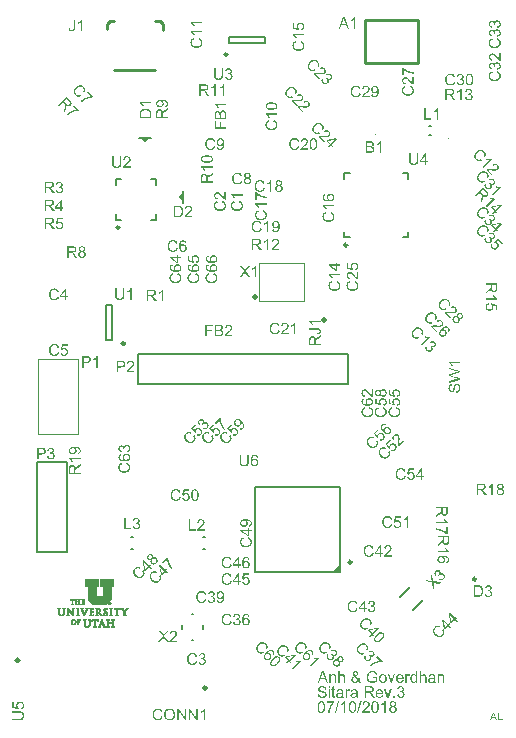
<source format=gto>
G04 Layer_Color=65535*
%FSLAX25Y25*%
%MOIN*%
G70*
G01*
G75*
%ADD54C,0.00800*%
%ADD60C,0.01000*%
%ADD67C,0.01968*%
%ADD81C,0.00984*%
%ADD82C,0.00394*%
%ADD83C,0.00787*%
%ADD84C,0.00100*%
%ADD85C,0.00098*%
%ADD86C,0.00591*%
G36*
X119862Y156537D02*
X119892Y156526D01*
X119939Y156514D01*
X119985Y156490D01*
X120050Y156467D01*
X120114Y156444D01*
X120184Y156408D01*
X120342Y156332D01*
X120500Y156227D01*
X120652Y156110D01*
X120722Y156040D01*
X120787Y155964D01*
X120793Y155958D01*
X120799Y155946D01*
X120816Y155923D01*
X120839Y155888D01*
X120863Y155847D01*
X120892Y155800D01*
X120921Y155747D01*
X120950Y155683D01*
X120980Y155613D01*
X121009Y155537D01*
X121038Y155449D01*
X121062Y155361D01*
X121103Y155168D01*
X121108Y155063D01*
X121114Y154952D01*
Y154946D01*
Y154923D01*
Y154893D01*
X121108Y154847D01*
Y154794D01*
X121103Y154735D01*
X121091Y154665D01*
X121085Y154595D01*
X121050Y154431D01*
X121009Y154262D01*
X120945Y154098D01*
X120910Y154016D01*
X120863Y153940D01*
X120857Y153934D01*
X120851Y153922D01*
X120834Y153905D01*
X120816Y153875D01*
X120757Y153805D01*
X120676Y153723D01*
X120576Y153624D01*
X120448Y153530D01*
X120301Y153431D01*
X120132Y153349D01*
X120126D01*
X120108Y153343D01*
X120085Y153331D01*
X120050Y153320D01*
X120003Y153302D01*
X119950Y153285D01*
X119892Y153267D01*
X119822Y153250D01*
X119751Y153232D01*
X119669Y153214D01*
X119494Y153179D01*
X119307Y153156D01*
X119102Y153150D01*
X119044D01*
X119002Y153156D01*
X118950D01*
X118886Y153162D01*
X118821Y153168D01*
X118745Y153179D01*
X118581Y153208D01*
X118406Y153244D01*
X118225Y153302D01*
X118055Y153378D01*
X118049D01*
X118037Y153390D01*
X118014Y153402D01*
X117979Y153419D01*
X117944Y153443D01*
X117903Y153472D01*
X117803Y153548D01*
X117692Y153636D01*
X117581Y153747D01*
X117470Y153881D01*
X117376Y154027D01*
Y154033D01*
X117365Y154045D01*
X117353Y154069D01*
X117341Y154104D01*
X117324Y154139D01*
X117300Y154185D01*
X117283Y154244D01*
X117259Y154302D01*
X117236Y154367D01*
X117218Y154437D01*
X117177Y154595D01*
X117154Y154771D01*
X117142Y154958D01*
Y154964D01*
Y154981D01*
Y155016D01*
X117148Y155057D01*
X117154Y155104D01*
X117160Y155162D01*
X117166Y155227D01*
X117177Y155297D01*
X117212Y155449D01*
X117265Y155613D01*
X117300Y155695D01*
X117341Y155777D01*
X117388Y155853D01*
X117441Y155929D01*
X117446Y155935D01*
X117452Y155946D01*
X117470Y155964D01*
X117493Y155993D01*
X117523Y156022D01*
X117563Y156063D01*
X117604Y156104D01*
X117651Y156145D01*
X117710Y156192D01*
X117768Y156233D01*
X117838Y156280D01*
X117914Y156326D01*
X117991Y156368D01*
X118078Y156408D01*
X118265Y156479D01*
X118382Y155975D01*
X118377D01*
X118365Y155970D01*
X118342Y155964D01*
X118312Y155952D01*
X118277Y155935D01*
X118236Y155917D01*
X118148Y155876D01*
X118049Y155824D01*
X117944Y155753D01*
X117850Y155677D01*
X117768Y155584D01*
X117762Y155572D01*
X117739Y155537D01*
X117710Y155484D01*
X117669Y155408D01*
X117634Y155320D01*
X117604Y155209D01*
X117581Y155086D01*
X117575Y154946D01*
Y154940D01*
Y154928D01*
Y154905D01*
X117581Y154876D01*
Y154835D01*
X117587Y154794D01*
X117604Y154689D01*
X117628Y154572D01*
X117669Y154449D01*
X117721Y154326D01*
X117792Y154209D01*
Y154203D01*
X117803Y154197D01*
X117833Y154162D01*
X117879Y154109D01*
X117944Y154045D01*
X118026Y153981D01*
X118119Y153911D01*
X118236Y153846D01*
X118365Y153794D01*
X118371D01*
X118382Y153788D01*
X118400Y153782D01*
X118429Y153776D01*
X118458Y153764D01*
X118499Y153758D01*
X118593Y153735D01*
X118704Y153712D01*
X118827Y153694D01*
X118962Y153682D01*
X119102Y153676D01*
X119184D01*
X119225Y153682D01*
X119277D01*
X119330Y153688D01*
X119389Y153694D01*
X119523Y153712D01*
X119669Y153735D01*
X119816Y153770D01*
X119956Y153817D01*
X119962D01*
X119974Y153823D01*
X119991Y153834D01*
X120015Y153846D01*
X120085Y153875D01*
X120161Y153922D01*
X120254Y153987D01*
X120342Y154063D01*
X120430Y154150D01*
X120506Y154256D01*
Y154262D01*
X120512Y154267D01*
X120524Y154285D01*
X120535Y154308D01*
X120559Y154373D01*
X120594Y154455D01*
X120623Y154548D01*
X120652Y154659D01*
X120676Y154782D01*
X120681Y154911D01*
Y154917D01*
Y154928D01*
Y154952D01*
X120676Y154981D01*
Y155016D01*
X120670Y155063D01*
X120652Y155162D01*
X120623Y155274D01*
X120576Y155396D01*
X120518Y155513D01*
X120436Y155630D01*
X120430Y155636D01*
X120424Y155642D01*
X120389Y155677D01*
X120330Y155730D01*
X120254Y155794D01*
X120149Y155859D01*
X120026Y155929D01*
X119874Y155987D01*
X119704Y156034D01*
X119833Y156543D01*
X119839D01*
X119862Y156537D01*
D02*
G37*
G36*
X108099Y209165D02*
X108268Y209127D01*
X108272Y209123D01*
X108289D01*
X108314Y209115D01*
X108347Y209098D01*
X108384Y209086D01*
X108434Y209069D01*
X108487Y209040D01*
X108545Y209016D01*
X108607Y208987D01*
X108669Y208949D01*
X108810Y208867D01*
X108951Y208759D01*
X109091Y208635D01*
X109096Y208631D01*
X109108Y208618D01*
X109133Y208594D01*
X109158Y208561D01*
X109187Y208523D01*
X109224Y208478D01*
X109265Y208428D01*
X109307Y208370D01*
X109389Y208238D01*
X109468Y208085D01*
X109501Y208002D01*
X109530Y207915D01*
X109551Y207828D01*
X109567Y207737D01*
Y207729D01*
X109571Y207717D01*
Y207692D01*
X109575Y207655D01*
Y207613D01*
Y207555D01*
Y207498D01*
X109571Y207435D01*
X109563Y207361D01*
X109551Y207291D01*
X109534Y207208D01*
X109513Y207121D01*
X109488Y207038D01*
X109455Y206947D01*
X109373Y206765D01*
X108934Y207038D01*
X108938Y207043D01*
X108942Y207055D01*
X108955Y207076D01*
X108967Y207104D01*
X108980Y207142D01*
X108996Y207183D01*
X109029Y207274D01*
X109063Y207382D01*
X109087Y207506D01*
X109100Y207626D01*
X109091Y207750D01*
X109087Y207762D01*
X109079Y207804D01*
X109063Y207861D01*
X109038Y207944D01*
X109000Y208031D01*
X108942Y208130D01*
X108872Y208234D01*
X108777Y208337D01*
X108773Y208341D01*
X108765Y208350D01*
X108748Y208366D01*
X108723Y208383D01*
X108694Y208412D01*
X108661Y208436D01*
X108574Y208499D01*
X108475Y208565D01*
X108359Y208623D01*
X108235Y208672D01*
X108103Y208705D01*
X108099Y208710D01*
X108086Y208705D01*
X108041Y208710D01*
X107970Y208714D01*
X107879D01*
X107776Y208701D01*
X107660Y208685D01*
X107532Y208647D01*
X107404Y208594D01*
X107400Y208590D01*
X107387Y208585D01*
X107371Y208577D01*
X107346Y208561D01*
X107317Y208548D01*
X107284Y208523D01*
X107201Y208474D01*
X107106Y208412D01*
X107007Y208337D01*
X106903Y208250D01*
X106800Y208155D01*
X106796Y208151D01*
X106783Y208139D01*
X106767Y208122D01*
X106742Y208097D01*
X106717Y208064D01*
X106680Y208027D01*
X106647Y207986D01*
X106609Y207940D01*
X106527Y207833D01*
X106440Y207713D01*
X106361Y207584D01*
X106295Y207452D01*
X106291Y207448D01*
X106287Y207435D01*
X106283Y207415D01*
X106274Y207390D01*
X106246Y207320D01*
X106225Y207233D01*
X106204Y207121D01*
X106196Y207005D01*
Y206881D01*
X106217Y206753D01*
X106221Y206749D01*
Y206740D01*
X106225Y206720D01*
X106233Y206695D01*
X106262Y206633D01*
X106295Y206550D01*
X106341Y206463D01*
X106398Y206364D01*
X106469Y206261D01*
X106556Y206166D01*
X106560Y206161D01*
X106568Y206153D01*
X106585Y206136D01*
X106609Y206120D01*
X106634Y206095D01*
X106672Y206066D01*
X106754Y206008D01*
X106853Y205950D01*
X106974Y205897D01*
X107098Y205855D01*
X107238Y205830D01*
X107304D01*
X107383Y205835D01*
X107482Y205843D01*
X107602Y205872D01*
X107739Y205909D01*
X107888Y205975D01*
X108041Y206062D01*
X108310Y205611D01*
X108306Y205607D01*
X108285Y205595D01*
X108256Y205582D01*
X108214Y205557D01*
X108165Y205541D01*
X108103Y205512D01*
X108041Y205483D01*
X107966Y205458D01*
X107801Y205400D01*
X107615Y205363D01*
X107424Y205338D01*
X107325D01*
X107226Y205346D01*
X107218D01*
X107205Y205351D01*
X107176Y205355D01*
X107135Y205363D01*
X107089Y205375D01*
X107036Y205388D01*
X106978Y205404D01*
X106912Y205429D01*
X106841Y205458D01*
X106767Y205491D01*
X106684Y205533D01*
X106605Y205578D01*
X106440Y205686D01*
X106361Y205756D01*
X106279Y205830D01*
X106274Y205835D01*
X106258Y205851D01*
X106237Y205872D01*
X106208Y205909D01*
X106171Y205946D01*
X106134Y205992D01*
X106092Y206050D01*
X106047Y206103D01*
X105956Y206244D01*
X105865Y206393D01*
X105795Y206554D01*
X105762Y206637D01*
X105741Y206724D01*
Y206732D01*
X105737Y206745D01*
Y206769D01*
X105728Y206803D01*
X105720Y206893D01*
Y207009D01*
Y207150D01*
X105745Y207307D01*
X105778Y207481D01*
X105840Y207659D01*
X105844Y207663D01*
X105852Y207680D01*
X105861Y207704D01*
X105877Y207737D01*
X105898Y207783D01*
X105923Y207833D01*
X105952Y207886D01*
X105989Y207948D01*
X106026Y208010D01*
X106072Y208081D01*
X106171Y208230D01*
X106287Y208379D01*
X106428Y208527D01*
X106432Y208532D01*
X106448Y208548D01*
X106469Y208569D01*
X106502Y208594D01*
X106539Y208631D01*
X106589Y208672D01*
X106638Y208714D01*
X106701Y208759D01*
X106837Y208854D01*
X106986Y208953D01*
X107156Y209040D01*
X107329Y209107D01*
X107333Y209111D01*
X107350D01*
X107375Y209119D01*
X107412Y209131D01*
X107453Y209140D01*
X107503Y209148D01*
X107627Y209165D01*
X107768Y209181D01*
X107925D01*
X108099Y209165D01*
D02*
G37*
G36*
X121050Y156912D02*
X120986D01*
X120945Y156917D01*
X120898Y156923D01*
X120845Y156929D01*
X120787Y156947D01*
X120728Y156964D01*
X120722D01*
X120717Y156970D01*
X120681Y156982D01*
X120635Y157005D01*
X120564Y157040D01*
X120488Y157081D01*
X120401Y157140D01*
X120313Y157198D01*
X120219Y157274D01*
X120213D01*
X120208Y157286D01*
X120173Y157315D01*
X120120Y157362D01*
X120050Y157432D01*
X119968Y157520D01*
X119868Y157625D01*
X119757Y157754D01*
X119634Y157894D01*
X119628Y157900D01*
X119611Y157924D01*
X119588Y157953D01*
X119547Y157994D01*
X119506Y158046D01*
X119453Y158105D01*
X119342Y158234D01*
X119207Y158374D01*
X119073Y158514D01*
X119008Y158585D01*
X118944Y158643D01*
X118880Y158696D01*
X118821Y158743D01*
X118815D01*
X118809Y158754D01*
X118792Y158766D01*
X118769Y158778D01*
X118710Y158813D01*
X118634Y158854D01*
X118546Y158895D01*
X118453Y158930D01*
X118347Y158953D01*
X118248Y158965D01*
X118236D01*
X118201Y158959D01*
X118148Y158953D01*
X118084Y158941D01*
X118008Y158912D01*
X117932Y158877D01*
X117850Y158830D01*
X117774Y158760D01*
X117768Y158748D01*
X117745Y158725D01*
X117716Y158678D01*
X117675Y158620D01*
X117640Y158544D01*
X117610Y158456D01*
X117587Y158351D01*
X117581Y158234D01*
Y158228D01*
Y158216D01*
Y158199D01*
X117587Y158175D01*
X117593Y158117D01*
X117604Y158041D01*
X117634Y157953D01*
X117669Y157859D01*
X117721Y157772D01*
X117792Y157690D01*
X117803Y157684D01*
X117827Y157660D01*
X117874Y157625D01*
X117938Y157590D01*
X118020Y157549D01*
X118113Y157520D01*
X118225Y157497D01*
X118353Y157485D01*
X118300Y156999D01*
X118277D01*
X118248Y157005D01*
X118213Y157011D01*
X118166Y157023D01*
X118113Y157028D01*
X117996Y157064D01*
X117862Y157110D01*
X117727Y157175D01*
X117593Y157263D01*
X117534Y157309D01*
X117476Y157368D01*
X117470Y157374D01*
X117464Y157385D01*
X117446Y157403D01*
X117429Y157426D01*
X117411Y157461D01*
X117382Y157502D01*
X117359Y157549D01*
X117329Y157602D01*
X117306Y157660D01*
X117277Y157725D01*
X117253Y157801D01*
X117236Y157877D01*
X117201Y158052D01*
X117195Y158146D01*
X117189Y158245D01*
Y158251D01*
Y158269D01*
Y158298D01*
X117195Y158339D01*
X117201Y158386D01*
X117207Y158438D01*
X117212Y158497D01*
X117230Y158561D01*
X117265Y158702D01*
X117318Y158848D01*
X117353Y158924D01*
X117394Y158994D01*
X117446Y159058D01*
X117499Y159123D01*
X117505Y159129D01*
X117511Y159134D01*
X117528Y159152D01*
X117552Y159176D01*
X117587Y159199D01*
X117622Y159228D01*
X117710Y159287D01*
X117821Y159345D01*
X117949Y159398D01*
X118096Y159439D01*
X118178Y159445D01*
X118260Y159450D01*
X118300D01*
X118347Y159445D01*
X118406Y159439D01*
X118476Y159427D01*
X118552Y159409D01*
X118634Y159386D01*
X118716Y159351D01*
X118728Y159345D01*
X118757Y159333D01*
X118798Y159310D01*
X118856Y159275D01*
X118926Y159234D01*
X119008Y159181D01*
X119090Y159111D01*
X119184Y159035D01*
X119196Y159023D01*
X119231Y158994D01*
X119283Y158941D01*
X119318Y158906D01*
X119359Y158865D01*
X119406Y158819D01*
X119459Y158760D01*
X119511Y158702D01*
X119576Y158637D01*
X119640Y158567D01*
X119710Y158485D01*
X119781Y158403D01*
X119862Y158310D01*
X119868Y158304D01*
X119880Y158292D01*
X119898Y158269D01*
X119921Y158239D01*
X119979Y158169D01*
X120055Y158081D01*
X120137Y157994D01*
X120219Y157900D01*
X120290Y157824D01*
X120319Y157795D01*
X120348Y157766D01*
X120354Y157760D01*
X120371Y157748D01*
X120395Y157725D01*
X120430Y157695D01*
X120506Y157631D01*
X120599Y157567D01*
Y159456D01*
X121050D01*
Y156912D01*
D02*
G37*
G36*
X150350Y141277D02*
X150404Y141273D01*
X150470Y141265D01*
X150540Y141253D01*
X150615Y141236D01*
X150698Y141211D01*
X150776Y141182D01*
X150863Y141145D01*
X150950Y141100D01*
X151037Y141046D01*
X151119Y140980D01*
X151202Y140905D01*
X151206Y140901D01*
X151215Y140893D01*
X151231Y140876D01*
X151252Y140847D01*
X151277Y140822D01*
X151306Y140785D01*
X151368Y140698D01*
X151426Y140591D01*
X151479Y140471D01*
X151525Y140342D01*
X151537Y140272D01*
X151546Y140198D01*
X151550Y140194D01*
X151546Y140181D01*
Y140131D01*
X151537Y140057D01*
X151525Y139962D01*
X151500Y139846D01*
X151454Y139726D01*
X151392Y139590D01*
X151301Y139457D01*
X150946Y139763D01*
X150950Y139768D01*
X150954Y139772D01*
X150970Y139805D01*
X150991Y139850D01*
X151020Y139904D01*
X151074Y140041D01*
X151091Y140107D01*
X151099Y140173D01*
X151103Y140185D01*
X151099Y140223D01*
X151091Y140272D01*
X151082Y140338D01*
X151057Y140413D01*
X151024Y140496D01*
X150975Y140578D01*
X150908Y140653D01*
X150900Y140661D01*
X150880Y140682D01*
X150846Y140707D01*
X150801Y140735D01*
X150747Y140773D01*
X150681Y140806D01*
X150611Y140826D01*
X150532Y140847D01*
X150520Y140851D01*
X150429D01*
X150358Y140847D01*
X150271Y140843D01*
X150172Y140826D01*
X150060Y140797D01*
X149945Y140756D01*
X149941Y140752D01*
X149932D01*
X149911Y140740D01*
X149891Y140727D01*
X149862Y140715D01*
X149825Y140694D01*
X149783Y140669D01*
X149738Y140640D01*
X149688Y140607D01*
X149634Y140570D01*
X149572Y140524D01*
X149510Y140479D01*
X149444Y140421D01*
X149374Y140359D01*
X149299Y140293D01*
X149225Y140218D01*
X149229Y140223D01*
X149237D01*
X149275Y140227D01*
X149332Y140235D01*
X149411Y140239D01*
X149498Y140243D01*
X149593Y140239D01*
X149692Y140223D01*
X149792Y140198D01*
X149804Y140194D01*
X149833Y140181D01*
X149887Y140161D01*
X149949Y140131D01*
X150019Y140094D01*
X150098Y140049D01*
X150172Y139991D01*
X150247Y139925D01*
X150251Y139921D01*
X150263Y139908D01*
X150280Y139892D01*
X150300Y139863D01*
X150325Y139830D01*
X150354Y139792D01*
X150416Y139697D01*
X150470Y139577D01*
X150503Y139511D01*
X150524Y139441D01*
X150544Y139362D01*
X150561Y139279D01*
X150569Y139197D01*
Y139106D01*
Y139097D01*
X150565Y139085D01*
Y139060D01*
X150561Y139023D01*
X150553Y138982D01*
X150544Y138932D01*
X150532Y138878D01*
X150520Y138816D01*
X150495Y138750D01*
X150470Y138684D01*
X150437Y138609D01*
X150400Y138539D01*
X150354Y138460D01*
X150304Y138386D01*
X150238Y138311D01*
X150172Y138237D01*
X150168Y138233D01*
X150160Y138225D01*
X150147Y138212D01*
X150131Y138196D01*
X150102Y138175D01*
X150077Y138150D01*
X150003Y138092D01*
X149916Y138038D01*
X149816Y137972D01*
X149705Y137918D01*
X149585Y137873D01*
X149581Y137869D01*
X149572D01*
X149552Y137865D01*
X149527Y137856D01*
X149465Y137844D01*
X149382Y137828D01*
X149283Y137819D01*
X149175D01*
X149064Y137823D01*
X148944Y137844D01*
X148931Y137848D01*
X148894Y137861D01*
X148832Y137881D01*
X148762Y137910D01*
X148675Y137956D01*
X148580Y138010D01*
X148484Y138080D01*
X148393Y138163D01*
X148389Y138167D01*
X148377Y138179D01*
X148356Y138208D01*
X148327Y138237D01*
X148298Y138274D01*
X148265Y138324D01*
X148228Y138378D01*
X148191Y138440D01*
X148153Y138510D01*
X148116Y138589D01*
X148087Y138667D01*
X148058Y138754D01*
X148038Y138849D01*
X148021Y138949D01*
X148013Y139048D01*
X148017Y139151D01*
Y139159D01*
X148021Y139180D01*
X148025Y139209D01*
X148033Y139251D01*
X148046Y139304D01*
X148067Y139366D01*
X148091Y139441D01*
X148129Y139519D01*
X148170Y139610D01*
X148220Y139710D01*
X148282Y139813D01*
X148352Y139925D01*
X148435Y140041D01*
X148534Y140165D01*
X148642Y140289D01*
X148766Y140421D01*
X148770Y140425D01*
X148774Y140429D01*
X148786Y140442D01*
X148799Y140454D01*
X148840Y140496D01*
X148898Y140545D01*
X148968Y140607D01*
X149051Y140673D01*
X149142Y140748D01*
X149241Y140822D01*
X149349Y140905D01*
X149465Y140980D01*
X149585Y141050D01*
X149705Y141112D01*
X149833Y141174D01*
X149953Y141219D01*
X150081Y141257D01*
X150201Y141277D01*
X150226D01*
X150255Y141281D01*
X150296D01*
X150350Y141277D01*
D02*
G37*
G36*
X119839Y162498D02*
X119886Y162493D01*
X119939Y162487D01*
X119997Y162481D01*
X120061Y162469D01*
X120202Y162428D01*
X120348Y162375D01*
X120430Y162340D01*
X120506Y162299D01*
X120582Y162253D01*
X120652Y162200D01*
X120658Y162194D01*
X120670Y162182D01*
X120693Y162159D01*
X120722Y162130D01*
X120757Y162095D01*
X120799Y162048D01*
X120839Y161995D01*
X120880Y161931D01*
X120927Y161866D01*
X120968Y161791D01*
X121009Y161703D01*
X121044Y161615D01*
X121073Y161515D01*
X121097Y161416D01*
X121108Y161305D01*
X121114Y161188D01*
Y161182D01*
Y161164D01*
Y161135D01*
X121108Y161100D01*
X121103Y161059D01*
X121097Y161006D01*
X121091Y160948D01*
X121079Y160884D01*
X121044Y160749D01*
X120992Y160609D01*
X120956Y160539D01*
X120915Y160468D01*
X120875Y160398D01*
X120822Y160334D01*
X120816Y160328D01*
X120810Y160322D01*
X120793Y160304D01*
X120769Y160281D01*
X120740Y160258D01*
X120705Y160229D01*
X120664Y160199D01*
X120617Y160164D01*
X120506Y160100D01*
X120371Y160035D01*
X120219Y159989D01*
X120132Y159971D01*
X120044Y159959D01*
X120009Y160457D01*
X120026D01*
X120044Y160462D01*
X120067Y160468D01*
X120132Y160486D01*
X120213Y160509D01*
X120301Y160539D01*
X120389Y160585D01*
X120477Y160638D01*
X120553Y160708D01*
X120559Y160720D01*
X120582Y160743D01*
X120605Y160784D01*
X120641Y160843D01*
X120670Y160913D01*
X120699Y160995D01*
X120722Y161088D01*
X120728Y161188D01*
Y161194D01*
Y161205D01*
Y161223D01*
X120722Y161246D01*
X120717Y161311D01*
X120699Y161393D01*
X120664Y161480D01*
X120623Y161580D01*
X120559Y161673D01*
X120524Y161720D01*
X120477Y161767D01*
X120471D01*
X120465Y161779D01*
X120430Y161802D01*
X120371Y161843D01*
X120295Y161884D01*
X120196Y161925D01*
X120079Y161966D01*
X119944Y161989D01*
X119792Y162001D01*
X119751D01*
X119728Y161995D01*
X119693D01*
X119652Y161989D01*
X119558Y161972D01*
X119459Y161948D01*
X119353Y161907D01*
X119248Y161849D01*
X119155Y161773D01*
X119143Y161761D01*
X119120Y161732D01*
X119079Y161685D01*
X119038Y161615D01*
X118997Y161533D01*
X118956Y161428D01*
X118932Y161311D01*
X118921Y161182D01*
Y161170D01*
Y161141D01*
X118926Y161100D01*
X118932Y161042D01*
X118950Y160977D01*
X118967Y160907D01*
X118997Y160837D01*
X119032Y160767D01*
X119038Y160761D01*
X119049Y160737D01*
X119073Y160702D01*
X119102Y160661D01*
X119143Y160620D01*
X119190Y160574D01*
X119242Y160527D01*
X119301Y160486D01*
X119237Y160041D01*
X117265Y160416D01*
Y162323D01*
X117716D01*
Y160790D01*
X118751Y160580D01*
X118745Y160585D01*
X118739Y160597D01*
X118728Y160615D01*
X118710Y160638D01*
X118693Y160673D01*
X118675Y160708D01*
X118628Y160802D01*
X118581Y160907D01*
X118546Y161030D01*
X118517Y161164D01*
X118505Y161305D01*
Y161311D01*
Y161328D01*
Y161352D01*
X118511Y161387D01*
X118517Y161434D01*
X118523Y161480D01*
X118535Y161539D01*
X118546Y161597D01*
X118593Y161732D01*
X118616Y161802D01*
X118651Y161872D01*
X118693Y161948D01*
X118739Y162019D01*
X118792Y162089D01*
X118856Y162153D01*
X118862Y162159D01*
X118874Y162171D01*
X118891Y162188D01*
X118921Y162206D01*
X118956Y162235D01*
X118997Y162264D01*
X119044Y162294D01*
X119096Y162329D01*
X119160Y162364D01*
X119225Y162393D01*
X119301Y162422D01*
X119377Y162452D01*
X119465Y162469D01*
X119552Y162487D01*
X119652Y162498D01*
X119751Y162504D01*
X119804D01*
X119839Y162498D01*
D02*
G37*
G36*
X110581Y206691D02*
X110605D01*
X110634Y206687D01*
X110672Y206674D01*
X110721Y206666D01*
X110771Y206649D01*
X110829Y206633D01*
X110887Y206608D01*
X110953Y206583D01*
X111023Y206546D01*
X111089Y206505D01*
X111238Y206405D01*
X111309Y206343D01*
X111383Y206277D01*
X111387Y206273D01*
X111400Y206261D01*
X111420Y206240D01*
X111445Y206207D01*
X111474Y206170D01*
X111507Y206128D01*
X111544Y206083D01*
X111577Y206025D01*
X111652Y205901D01*
X111718Y205760D01*
X111747Y205681D01*
X111768Y205603D01*
X111776Y205520D01*
X111784Y205437D01*
Y205429D01*
Y205421D01*
Y205396D01*
Y205363D01*
X111776Y205322D01*
X111772Y205276D01*
X111751Y205173D01*
X111714Y205053D01*
X111660Y204925D01*
X111586Y204792D01*
X111532Y204730D01*
X111478Y204668D01*
X111470Y204660D01*
X111449Y204639D01*
X111412Y204610D01*
X111367Y204573D01*
X111309Y204532D01*
X111242Y204490D01*
X111168Y204449D01*
X111085Y204416D01*
X111073Y204412D01*
X111044Y204399D01*
X110998Y204387D01*
X110932Y204370D01*
X110854Y204349D01*
X110758Y204329D01*
X110651Y204321D01*
X110531Y204308D01*
X110514D01*
X110469Y204304D01*
X110221D01*
X110142Y204308D01*
X110064Y204312D01*
X109973D01*
X109877Y204316D01*
X109770Y204325D01*
X109662Y204333D01*
X109538Y204341D01*
X109513D01*
X109484Y204345D01*
X109447Y204349D01*
X109356Y204358D01*
X109240Y204366D01*
X109120Y204370D01*
X108996Y204379D01*
X108893Y204383D01*
X108802D01*
X108781Y204379D01*
X108748D01*
X108703Y204374D01*
X108603Y204366D01*
X108492Y204345D01*
X109828Y203009D01*
X109509Y202691D01*
X107710Y204490D01*
X107714Y204494D01*
X107730Y204511D01*
X107755Y204536D01*
X107788Y204560D01*
X107826Y204590D01*
X107867Y204623D01*
X107921Y204651D01*
X107975Y204680D01*
X107979Y204685D01*
X107987D01*
X108020Y204701D01*
X108070Y204718D01*
X108144Y204743D01*
X108227Y204767D01*
X108330Y204788D01*
X108434Y204809D01*
X108554Y204821D01*
X108558Y204825D01*
X108570Y204821D01*
X108616Y204825D01*
X108686Y204829D01*
X108785D01*
X108905Y204825D01*
X109050Y204821D01*
X109220Y204809D01*
X109406Y204796D01*
X109414D01*
X109443Y204792D01*
X109480Y204788D01*
X109538D01*
X109604Y204780D01*
X109683Y204776D01*
X109853Y204763D01*
X110047Y204759D01*
X110241Y204755D01*
X110336Y204751D01*
X110423Y204755D01*
X110506Y204763D01*
X110581Y204771D01*
X110585Y204776D01*
X110597Y204771D01*
X110618Y204776D01*
X110643Y204784D01*
X110709Y204800D01*
X110792Y204825D01*
X110883Y204858D01*
X110974Y204900D01*
X111065Y204958D01*
X111143Y205020D01*
X111147Y205024D01*
X111151Y205028D01*
X111172Y205057D01*
X111205Y205098D01*
X111242Y205152D01*
X111275Y205226D01*
X111304Y205305D01*
X111329Y205396D01*
X111334Y205500D01*
X111329Y205512D01*
Y205545D01*
X111317Y205599D01*
X111304Y205669D01*
X111275Y205748D01*
X111234Y205830D01*
X111176Y205921D01*
X111098Y206008D01*
X111093Y206012D01*
X111085Y206021D01*
X111073Y206033D01*
X111052Y206046D01*
X111007Y206083D01*
X110945Y206128D01*
X110862Y206170D01*
X110771Y206211D01*
X110672Y206236D01*
X110564Y206244D01*
X110552Y206240D01*
X110519D01*
X110461Y206232D01*
X110390Y206211D01*
X110303Y206182D01*
X110217Y206136D01*
X110121Y206075D01*
X110022Y205992D01*
X109716Y206372D01*
X109720Y206377D01*
X109733Y206389D01*
X109757Y206405D01*
X109786Y206426D01*
X109828Y206451D01*
X109869Y206484D01*
X109977Y206542D01*
X110105Y206604D01*
X110246Y206654D01*
X110403Y206687D01*
X110477Y206695D01*
X110568D01*
X110581Y206691D01*
D02*
G37*
G36*
X111256Y225565D02*
X111290Y225556D01*
X111323Y225548D01*
X111364Y225540D01*
X111463Y225515D01*
X111575Y225469D01*
X111699Y225403D01*
X111823Y225321D01*
X111889Y225271D01*
X111947Y225213D01*
X111951Y225209D01*
X111955Y225205D01*
X111968Y225192D01*
X111985Y225176D01*
X112022Y225130D01*
X112067Y225068D01*
X112117Y224994D01*
X112171Y224907D01*
X112216Y224812D01*
X112253Y224708D01*
X112258Y224704D01*
Y224696D01*
X112270Y224659D01*
X112282Y224605D01*
X112295Y224535D01*
X112303Y224452D01*
X112307Y224357D01*
X112299Y224257D01*
X112282Y224158D01*
X112278Y224146D01*
X112270Y224113D01*
X112253Y224063D01*
X112229Y224005D01*
X112191Y223935D01*
X112150Y223860D01*
X112100Y223786D01*
X112034Y223711D01*
X112026Y223703D01*
X112005Y223682D01*
X111968Y223654D01*
X111918Y223620D01*
X111856Y223583D01*
X111786Y223546D01*
X111707Y223509D01*
X111620Y223488D01*
X111608Y223484D01*
X111579Y223480D01*
X111529D01*
X111467Y223476D01*
X111389Y223480D01*
X111306Y223488D01*
X111207Y223505D01*
X111108Y223538D01*
X111112Y223534D01*
X111116Y223521D01*
X111128Y223509D01*
X111136Y223484D01*
X111165Y223430D01*
X111194Y223352D01*
X111223Y223265D01*
X111244Y223161D01*
X111256Y223050D01*
X111248Y222934D01*
X111244Y222921D01*
X111236Y222880D01*
X111219Y222822D01*
X111198Y222744D01*
X111161Y222657D01*
X111108Y222562D01*
X111037Y222458D01*
X110946Y222359D01*
X110942Y222355D01*
X110930Y222342D01*
X110913Y222326D01*
X110884Y222305D01*
X110847Y222276D01*
X110810Y222247D01*
X110760Y222214D01*
X110706Y222185D01*
X110582Y222119D01*
X110508Y222086D01*
X110429Y222065D01*
X110351Y222044D01*
X110268Y222028D01*
X110177Y222020D01*
X110082Y222016D01*
X110057D01*
X110036Y222020D01*
X109999Y222024D01*
X109953Y222028D01*
X109900Y222040D01*
X109842Y222057D01*
X109784Y222073D01*
X109713Y222094D01*
X109643Y222123D01*
X109569Y222156D01*
X109490Y222193D01*
X109412Y222239D01*
X109337Y222297D01*
X109258Y222359D01*
X109184Y222425D01*
X109180Y222429D01*
X109168Y222442D01*
X109151Y222458D01*
X109130Y222487D01*
X109101Y222524D01*
X109072Y222562D01*
X109035Y222607D01*
X109002Y222657D01*
X108932Y222777D01*
X108874Y222917D01*
X108845Y222988D01*
X108828Y223062D01*
X108812Y223145D01*
X108803Y223228D01*
Y223236D01*
Y223244D01*
Y223269D01*
Y223302D01*
X108812Y223343D01*
X108816Y223389D01*
X108820Y223443D01*
X108832Y223496D01*
X108865Y223629D01*
X108919Y223765D01*
X108990Y223910D01*
X109035Y223980D01*
X109089Y224051D01*
X109469Y223761D01*
X109465Y223757D01*
X109461Y223745D01*
X109445Y223728D01*
X109436Y223703D01*
X109399Y223641D01*
X109358Y223558D01*
X109316Y223467D01*
X109279Y223364D01*
X109258Y223261D01*
X109250Y223161D01*
X109254Y223149D01*
Y223116D01*
X109267Y223070D01*
X109283Y223004D01*
X109308Y222938D01*
X109345Y222859D01*
X109395Y222777D01*
X109461Y222702D01*
X109465Y222698D01*
X109474Y222690D01*
X109486Y222677D01*
X109507Y222665D01*
X109552Y222628D01*
X109618Y222586D01*
X109705Y222541D01*
X109796Y222499D01*
X109904Y222475D01*
X110020Y222466D01*
X110036D01*
X110073Y222470D01*
X110131Y222479D01*
X110214Y222495D01*
X110301Y222524D01*
X110396Y222570D01*
X110491Y222632D01*
X110586Y222710D01*
X110591Y222714D01*
X110595Y222719D01*
X110607Y222731D01*
X110619Y222752D01*
X110657Y222797D01*
X110698Y222864D01*
X110739Y222938D01*
X110777Y223033D01*
X110801Y223132D01*
X110810Y223240D01*
Y223256D01*
Y223289D01*
X110797Y223343D01*
X110781Y223418D01*
X110756Y223500D01*
X110710Y223587D01*
X110657Y223674D01*
X110582Y223765D01*
X110578Y223769D01*
X110566Y223782D01*
X110545Y223802D01*
X110512Y223827D01*
X110475Y223856D01*
X110429Y223893D01*
X110375Y223931D01*
X110313Y223968D01*
X110644Y224224D01*
X110648Y224220D01*
X110665Y224204D01*
X110677Y224183D01*
X110694Y224166D01*
X110698Y224162D01*
X110702Y224158D01*
X110715Y224146D01*
X110731Y224129D01*
X110773Y224096D01*
X110835Y224051D01*
X110905Y224005D01*
X110988Y223964D01*
X111079Y223922D01*
X111182Y223893D01*
X111194Y223889D01*
X111232Y223885D01*
X111285Y223889D01*
X111356Y223893D01*
X111434Y223906D01*
X111517Y223939D01*
X111608Y223989D01*
X111699Y224063D01*
X111703Y224067D01*
X111707Y224071D01*
X111728Y224092D01*
X111753Y224133D01*
X111790Y224187D01*
X111823Y224245D01*
X111848Y224320D01*
X111873Y224402D01*
X111877Y224489D01*
Y224497D01*
Y224531D01*
X111869Y224580D01*
X111852Y224638D01*
X111831Y224708D01*
X111794Y224779D01*
X111749Y224857D01*
X111682Y224932D01*
X111678Y224936D01*
X111674Y224940D01*
X111649Y224965D01*
X111604Y224994D01*
X111554Y225027D01*
X111488Y225068D01*
X111409Y225097D01*
X111327Y225122D01*
X111232Y225134D01*
X111190D01*
X111141Y225126D01*
X111074Y225110D01*
X110996Y225089D01*
X110909Y225052D01*
X110810Y225002D01*
X110706Y224932D01*
X110429Y225325D01*
X110433Y225329D01*
X110450Y225337D01*
X110470Y225349D01*
X110495Y225366D01*
X110532Y225387D01*
X110574Y225412D01*
X110677Y225457D01*
X110793Y225507D01*
X110930Y225544D01*
X111070Y225569D01*
X111236D01*
X111256Y225565D01*
D02*
G37*
G36*
X99099Y221164D02*
X99268Y221127D01*
X99272Y221123D01*
X99289D01*
X99314Y221115D01*
X99347Y221098D01*
X99384Y221086D01*
X99434Y221069D01*
X99488Y221040D01*
X99545Y221016D01*
X99607Y220987D01*
X99669Y220949D01*
X99810Y220867D01*
X99951Y220759D01*
X100091Y220635D01*
X100096Y220631D01*
X100108Y220619D01*
X100133Y220594D01*
X100158Y220561D01*
X100187Y220523D01*
X100224Y220478D01*
X100265Y220428D01*
X100306Y220370D01*
X100389Y220238D01*
X100468Y220085D01*
X100501Y220002D01*
X100530Y219915D01*
X100551Y219828D01*
X100567Y219737D01*
Y219729D01*
X100571Y219717D01*
Y219692D01*
X100575Y219655D01*
Y219613D01*
Y219555D01*
Y219497D01*
X100571Y219435D01*
X100563Y219361D01*
X100551Y219291D01*
X100534Y219208D01*
X100513Y219121D01*
X100488Y219038D01*
X100455Y218947D01*
X100373Y218765D01*
X99934Y219038D01*
X99938Y219042D01*
X99942Y219055D01*
X99955Y219075D01*
X99967Y219105D01*
X99980Y219142D01*
X99996Y219183D01*
X100029Y219274D01*
X100063Y219382D01*
X100087Y219506D01*
X100100Y219626D01*
X100091Y219750D01*
X100087Y219762D01*
X100079Y219804D01*
X100063Y219862D01*
X100038Y219944D01*
X100000Y220031D01*
X99942Y220130D01*
X99872Y220234D01*
X99777Y220337D01*
X99773Y220341D01*
X99765Y220350D01*
X99748Y220366D01*
X99723Y220383D01*
X99694Y220412D01*
X99661Y220437D01*
X99574Y220498D01*
X99475Y220565D01*
X99359Y220623D01*
X99235Y220672D01*
X99103Y220705D01*
X99099Y220709D01*
X99086Y220705D01*
X99041Y220709D01*
X98970Y220714D01*
X98879D01*
X98776Y220701D01*
X98660Y220685D01*
X98532Y220647D01*
X98404Y220594D01*
X98400Y220589D01*
X98387Y220585D01*
X98371Y220577D01*
X98346Y220561D01*
X98317Y220548D01*
X98284Y220523D01*
X98201Y220474D01*
X98106Y220412D01*
X98007Y220337D01*
X97903Y220250D01*
X97800Y220155D01*
X97796Y220151D01*
X97783Y220139D01*
X97767Y220122D01*
X97742Y220097D01*
X97717Y220064D01*
X97680Y220027D01*
X97647Y219986D01*
X97610Y219940D01*
X97527Y219832D01*
X97440Y219713D01*
X97361Y219584D01*
X97295Y219452D01*
X97291Y219448D01*
X97287Y219435D01*
X97283Y219415D01*
X97274Y219390D01*
X97246Y219320D01*
X97225Y219233D01*
X97204Y219121D01*
X97196Y219005D01*
Y218881D01*
X97216Y218753D01*
X97221Y218749D01*
Y218741D01*
X97225Y218720D01*
X97233Y218695D01*
X97262Y218633D01*
X97295Y218550D01*
X97341Y218463D01*
X97399Y218364D01*
X97469Y218261D01*
X97556Y218165D01*
X97560Y218161D01*
X97568Y218153D01*
X97585Y218137D01*
X97610Y218120D01*
X97634Y218095D01*
X97672Y218066D01*
X97754Y218008D01*
X97853Y217950D01*
X97974Y217897D01*
X98098Y217855D01*
X98238Y217830D01*
X98304D01*
X98383Y217835D01*
X98482Y217843D01*
X98602Y217872D01*
X98739Y217909D01*
X98888Y217975D01*
X99041Y218062D01*
X99310Y217611D01*
X99305Y217607D01*
X99285Y217595D01*
X99256Y217582D01*
X99215Y217557D01*
X99165Y217541D01*
X99103Y217512D01*
X99041Y217483D01*
X98966Y217458D01*
X98801Y217400D01*
X98615Y217363D01*
X98424Y217338D01*
X98325D01*
X98226Y217347D01*
X98218D01*
X98205Y217351D01*
X98176Y217355D01*
X98135Y217363D01*
X98089Y217375D01*
X98036Y217388D01*
X97978Y217404D01*
X97912Y217429D01*
X97841Y217458D01*
X97767Y217491D01*
X97684Y217533D01*
X97605Y217578D01*
X97440Y217686D01*
X97361Y217756D01*
X97279Y217830D01*
X97274Y217835D01*
X97258Y217851D01*
X97237Y217872D01*
X97208Y217909D01*
X97171Y217946D01*
X97134Y217992D01*
X97092Y218050D01*
X97047Y218104D01*
X96956Y218244D01*
X96865Y218393D01*
X96795Y218554D01*
X96762Y218637D01*
X96741Y218724D01*
Y218732D01*
X96737Y218745D01*
Y218769D01*
X96728Y218802D01*
X96720Y218894D01*
Y219009D01*
Y219150D01*
X96745Y219307D01*
X96778Y219481D01*
X96840Y219659D01*
X96844Y219663D01*
X96852Y219679D01*
X96861Y219704D01*
X96877Y219737D01*
X96898Y219783D01*
X96923Y219832D01*
X96952Y219886D01*
X96989Y219948D01*
X97026Y220010D01*
X97072Y220081D01*
X97171Y220230D01*
X97287Y220379D01*
X97427Y220528D01*
X97432Y220532D01*
X97448Y220548D01*
X97469Y220569D01*
X97502Y220594D01*
X97539Y220631D01*
X97589Y220672D01*
X97638Y220714D01*
X97701Y220759D01*
X97837Y220854D01*
X97986Y220953D01*
X98155Y221040D01*
X98329Y221107D01*
X98333Y221111D01*
X98350D01*
X98375Y221119D01*
X98412Y221131D01*
X98453Y221140D01*
X98503Y221148D01*
X98627Y221164D01*
X98768Y221181D01*
X98925D01*
X99099Y221164D01*
D02*
G37*
G36*
X109081Y227691D02*
X109105D01*
X109134Y227687D01*
X109172Y227674D01*
X109221Y227666D01*
X109271Y227649D01*
X109329Y227633D01*
X109387Y227608D01*
X109453Y227583D01*
X109523Y227546D01*
X109589Y227505D01*
X109738Y227405D01*
X109809Y227343D01*
X109883Y227277D01*
X109887Y227273D01*
X109900Y227261D01*
X109920Y227240D01*
X109945Y227207D01*
X109974Y227170D01*
X110007Y227128D01*
X110044Y227083D01*
X110078Y227025D01*
X110152Y226901D01*
X110218Y226760D01*
X110247Y226681D01*
X110268Y226603D01*
X110276Y226520D01*
X110284Y226437D01*
Y226429D01*
Y226421D01*
Y226396D01*
Y226363D01*
X110276Y226322D01*
X110272Y226276D01*
X110251Y226173D01*
X110214Y226053D01*
X110160Y225924D01*
X110086Y225792D01*
X110032Y225730D01*
X109978Y225668D01*
X109970Y225660D01*
X109949Y225639D01*
X109912Y225610D01*
X109867Y225573D01*
X109809Y225532D01*
X109742Y225490D01*
X109668Y225449D01*
X109585Y225416D01*
X109573Y225412D01*
X109544Y225399D01*
X109498Y225387D01*
X109432Y225370D01*
X109354Y225349D01*
X109258Y225329D01*
X109151Y225321D01*
X109031Y225308D01*
X109014D01*
X108969Y225304D01*
X108721D01*
X108642Y225308D01*
X108563Y225312D01*
X108473D01*
X108377Y225316D01*
X108270Y225325D01*
X108162Y225333D01*
X108038Y225341D01*
X108013D01*
X107984Y225345D01*
X107947Y225349D01*
X107856Y225358D01*
X107740Y225366D01*
X107620Y225370D01*
X107496Y225378D01*
X107393Y225383D01*
X107302D01*
X107281Y225378D01*
X107248D01*
X107203Y225374D01*
X107103Y225366D01*
X106992Y225345D01*
X108328Y224009D01*
X108009Y223691D01*
X106210Y225490D01*
X106214Y225494D01*
X106230Y225511D01*
X106255Y225536D01*
X106288Y225560D01*
X106326Y225589D01*
X106367Y225623D01*
X106421Y225652D01*
X106475Y225680D01*
X106479Y225685D01*
X106487D01*
X106520Y225701D01*
X106570Y225718D01*
X106644Y225743D01*
X106727Y225767D01*
X106830Y225788D01*
X106934Y225809D01*
X107054Y225821D01*
X107058Y225825D01*
X107070Y225821D01*
X107116Y225825D01*
X107186Y225829D01*
X107285D01*
X107405Y225825D01*
X107550Y225821D01*
X107720Y225809D01*
X107906Y225796D01*
X107914D01*
X107943Y225792D01*
X107980Y225788D01*
X108038D01*
X108104Y225780D01*
X108183Y225776D01*
X108353Y225763D01*
X108547Y225759D01*
X108741Y225755D01*
X108836Y225751D01*
X108923Y225755D01*
X109006Y225763D01*
X109081Y225771D01*
X109085Y225776D01*
X109097Y225771D01*
X109118Y225776D01*
X109143Y225784D01*
X109209Y225800D01*
X109292Y225825D01*
X109383Y225858D01*
X109474Y225900D01*
X109565Y225958D01*
X109643Y226020D01*
X109647Y226024D01*
X109651Y226028D01*
X109672Y226057D01*
X109705Y226098D01*
X109742Y226152D01*
X109775Y226226D01*
X109804Y226305D01*
X109829Y226396D01*
X109834Y226500D01*
X109829Y226512D01*
Y226545D01*
X109817Y226599D01*
X109804Y226669D01*
X109775Y226748D01*
X109734Y226830D01*
X109676Y226921D01*
X109598Y227008D01*
X109593Y227012D01*
X109585Y227021D01*
X109573Y227033D01*
X109552Y227045D01*
X109507Y227083D01*
X109445Y227128D01*
X109362Y227170D01*
X109271Y227211D01*
X109172Y227236D01*
X109064Y227244D01*
X109052Y227240D01*
X109019D01*
X108961Y227232D01*
X108890Y227211D01*
X108803Y227182D01*
X108717Y227136D01*
X108621Y227075D01*
X108522Y226992D01*
X108216Y227372D01*
X108220Y227377D01*
X108233Y227389D01*
X108257Y227405D01*
X108286Y227426D01*
X108328Y227451D01*
X108369Y227484D01*
X108477Y227542D01*
X108605Y227604D01*
X108746Y227654D01*
X108903Y227687D01*
X108977Y227695D01*
X109068D01*
X109081Y227691D01*
D02*
G37*
G36*
X113981Y203646D02*
X112223Y201888D01*
X112591Y201520D01*
X112285Y201214D01*
X111917Y201582D01*
X111267Y200933D01*
X110932Y201268D01*
X111582Y201917D01*
X110403Y203096D01*
X110709Y203402D01*
X113708Y203919D01*
X113981Y203646D01*
D02*
G37*
G36*
X106599Y230165D02*
X106768Y230127D01*
X106772Y230123D01*
X106789D01*
X106814Y230115D01*
X106847Y230098D01*
X106884Y230086D01*
X106934Y230069D01*
X106988Y230040D01*
X107045Y230016D01*
X107107Y229987D01*
X107169Y229949D01*
X107310Y229867D01*
X107451Y229759D01*
X107591Y229635D01*
X107596Y229631D01*
X107608Y229619D01*
X107633Y229594D01*
X107658Y229561D01*
X107687Y229523D01*
X107724Y229478D01*
X107765Y229428D01*
X107807Y229370D01*
X107889Y229238D01*
X107968Y229085D01*
X108001Y229002D01*
X108030Y228915D01*
X108051Y228828D01*
X108067Y228737D01*
Y228729D01*
X108071Y228717D01*
Y228692D01*
X108075Y228655D01*
Y228613D01*
Y228555D01*
Y228498D01*
X108071Y228435D01*
X108063Y228361D01*
X108051Y228291D01*
X108034Y228208D01*
X108013Y228121D01*
X107989Y228038D01*
X107955Y227947D01*
X107873Y227765D01*
X107434Y228038D01*
X107438Y228043D01*
X107442Y228055D01*
X107455Y228076D01*
X107467Y228104D01*
X107480Y228142D01*
X107496Y228183D01*
X107529Y228274D01*
X107562Y228382D01*
X107587Y228506D01*
X107600Y228626D01*
X107591Y228750D01*
X107587Y228762D01*
X107579Y228804D01*
X107562Y228861D01*
X107538Y228944D01*
X107500Y229031D01*
X107442Y229130D01*
X107372Y229234D01*
X107277Y229337D01*
X107273Y229341D01*
X107265Y229350D01*
X107248Y229366D01*
X107223Y229383D01*
X107194Y229412D01*
X107161Y229436D01*
X107074Y229499D01*
X106975Y229565D01*
X106859Y229623D01*
X106735Y229672D01*
X106603Y229705D01*
X106599Y229710D01*
X106586Y229705D01*
X106541Y229710D01*
X106470Y229714D01*
X106379D01*
X106276Y229701D01*
X106160Y229685D01*
X106032Y229647D01*
X105904Y229594D01*
X105900Y229590D01*
X105887Y229585D01*
X105871Y229577D01*
X105846Y229561D01*
X105817Y229548D01*
X105784Y229523D01*
X105701Y229474D01*
X105606Y229412D01*
X105507Y229337D01*
X105403Y229250D01*
X105300Y229155D01*
X105296Y229151D01*
X105283Y229139D01*
X105267Y229122D01*
X105242Y229097D01*
X105217Y229064D01*
X105180Y229027D01*
X105147Y228986D01*
X105110Y228940D01*
X105027Y228833D01*
X104940Y228713D01*
X104861Y228584D01*
X104795Y228452D01*
X104791Y228448D01*
X104787Y228435D01*
X104783Y228415D01*
X104774Y228390D01*
X104745Y228320D01*
X104725Y228233D01*
X104704Y228121D01*
X104696Y228005D01*
Y227881D01*
X104717Y227753D01*
X104721Y227749D01*
Y227741D01*
X104725Y227720D01*
X104733Y227695D01*
X104762Y227633D01*
X104795Y227550D01*
X104841Y227463D01*
X104899Y227364D01*
X104969Y227261D01*
X105056Y227166D01*
X105060Y227161D01*
X105068Y227153D01*
X105085Y227136D01*
X105110Y227120D01*
X105134Y227095D01*
X105172Y227066D01*
X105254Y227008D01*
X105353Y226950D01*
X105473Y226897D01*
X105598Y226855D01*
X105738Y226830D01*
X105804D01*
X105883Y226835D01*
X105982Y226843D01*
X106102Y226872D01*
X106239Y226909D01*
X106388Y226975D01*
X106541Y227062D01*
X106810Y226611D01*
X106806Y226607D01*
X106785Y226595D01*
X106756Y226582D01*
X106714Y226557D01*
X106665Y226541D01*
X106603Y226512D01*
X106541Y226483D01*
X106466Y226458D01*
X106301Y226400D01*
X106115Y226363D01*
X105924Y226338D01*
X105825D01*
X105726Y226346D01*
X105718D01*
X105705Y226351D01*
X105676Y226355D01*
X105635Y226363D01*
X105589Y226375D01*
X105536Y226388D01*
X105478Y226404D01*
X105412Y226429D01*
X105341Y226458D01*
X105267Y226491D01*
X105184Y226533D01*
X105105Y226578D01*
X104940Y226686D01*
X104861Y226756D01*
X104779Y226830D01*
X104774Y226835D01*
X104758Y226851D01*
X104737Y226872D01*
X104708Y226909D01*
X104671Y226946D01*
X104634Y226992D01*
X104592Y227050D01*
X104547Y227103D01*
X104456Y227244D01*
X104365Y227393D01*
X104295Y227554D01*
X104262Y227637D01*
X104241Y227724D01*
Y227732D01*
X104237Y227745D01*
Y227769D01*
X104228Y227802D01*
X104220Y227893D01*
Y228009D01*
Y228150D01*
X104245Y228307D01*
X104278Y228481D01*
X104340Y228659D01*
X104344Y228663D01*
X104352Y228679D01*
X104361Y228704D01*
X104377Y228737D01*
X104398Y228783D01*
X104423Y228833D01*
X104452Y228886D01*
X104489Y228948D01*
X104526Y229010D01*
X104572Y229081D01*
X104671Y229230D01*
X104787Y229379D01*
X104928Y229527D01*
X104932Y229532D01*
X104948Y229548D01*
X104969Y229569D01*
X105002Y229594D01*
X105039Y229631D01*
X105089Y229672D01*
X105138Y229714D01*
X105201Y229759D01*
X105337Y229854D01*
X105486Y229954D01*
X105656Y230040D01*
X105829Y230107D01*
X105833Y230111D01*
X105850D01*
X105875Y230119D01*
X105912Y230131D01*
X105953Y230140D01*
X106003Y230148D01*
X106127Y230165D01*
X106268Y230181D01*
X106425D01*
X106599Y230165D01*
D02*
G37*
G36*
X148228Y143490D02*
X148253D01*
X148282Y143486D01*
X148319Y143474D01*
X148369Y143466D01*
X148418Y143449D01*
X148476Y143432D01*
X148534Y143408D01*
X148600Y143383D01*
X148671Y143346D01*
X148737Y143304D01*
X148886Y143205D01*
X148956Y143143D01*
X149030Y143077D01*
X149035Y143073D01*
X149047Y143060D01*
X149068Y143040D01*
X149092Y143007D01*
X149121Y142969D01*
X149154Y142928D01*
X149192Y142882D01*
X149225Y142824D01*
X149299Y142700D01*
X149365Y142560D01*
X149395Y142481D01*
X149415Y142403D01*
X149423Y142320D01*
X149432Y142237D01*
Y142229D01*
Y142220D01*
Y142196D01*
Y142163D01*
X149423Y142121D01*
X149419Y142076D01*
X149399Y141972D01*
X149361Y141852D01*
X149308Y141724D01*
X149233Y141592D01*
X149179Y141530D01*
X149126Y141468D01*
X149117Y141459D01*
X149097Y141439D01*
X149059Y141410D01*
X149014Y141373D01*
X148956Y141331D01*
X148890Y141290D01*
X148815Y141248D01*
X148733Y141215D01*
X148720Y141211D01*
X148691Y141199D01*
X148646Y141186D01*
X148580Y141170D01*
X148501Y141149D01*
X148406Y141129D01*
X148298Y141120D01*
X148178Y141108D01*
X148162D01*
X148116Y141104D01*
X147868D01*
X147790Y141108D01*
X147711Y141112D01*
X147620D01*
X147525Y141116D01*
X147417Y141124D01*
X147310Y141133D01*
X147186Y141141D01*
X147161D01*
X147132Y141145D01*
X147095Y141149D01*
X147003Y141157D01*
X146888Y141166D01*
X146768Y141170D01*
X146644Y141178D01*
X146540Y141182D01*
X146449D01*
X146429Y141178D01*
X146396D01*
X146350Y141174D01*
X146251Y141166D01*
X146139Y141145D01*
X147475Y139809D01*
X147157Y139490D01*
X145357Y141290D01*
X145361Y141294D01*
X145378Y141311D01*
X145403Y141335D01*
X145436Y141360D01*
X145473Y141389D01*
X145514Y141422D01*
X145568Y141451D01*
X145622Y141480D01*
X145626Y141484D01*
X145634D01*
X145667Y141501D01*
X145717Y141517D01*
X145791Y141542D01*
X145874Y141567D01*
X145978Y141588D01*
X146081Y141608D01*
X146201Y141621D01*
X146205Y141625D01*
X146218Y141621D01*
X146263Y141625D01*
X146333Y141629D01*
X146433D01*
X146553Y141625D01*
X146697Y141621D01*
X146867Y141608D01*
X147053Y141596D01*
X147061D01*
X147090Y141592D01*
X147128Y141588D01*
X147186D01*
X147252Y141579D01*
X147330Y141575D01*
X147500Y141563D01*
X147694Y141559D01*
X147889Y141554D01*
X147984Y141550D01*
X148071Y141554D01*
X148153Y141563D01*
X148228Y141571D01*
X148232Y141575D01*
X148245Y141571D01*
X148265Y141575D01*
X148290Y141584D01*
X148356Y141600D01*
X148439Y141625D01*
X148530Y141658D01*
X148621Y141699D01*
X148712Y141757D01*
X148791Y141819D01*
X148795Y141823D01*
X148799Y141827D01*
X148819Y141857D01*
X148853Y141898D01*
X148890Y141952D01*
X148923Y142026D01*
X148952Y142105D01*
X148977Y142196D01*
X148981Y142299D01*
X148977Y142312D01*
Y142345D01*
X148964Y142398D01*
X148952Y142469D01*
X148923Y142547D01*
X148881Y142630D01*
X148824Y142721D01*
X148745Y142808D01*
X148741Y142812D01*
X148733Y142820D01*
X148720Y142833D01*
X148699Y142845D01*
X148654Y142882D01*
X148592Y142928D01*
X148509Y142969D01*
X148418Y143011D01*
X148319Y143035D01*
X148211Y143044D01*
X148199Y143040D01*
X148166D01*
X148108Y143031D01*
X148038Y143011D01*
X147951Y142982D01*
X147864Y142936D01*
X147769Y142874D01*
X147669Y142791D01*
X147363Y143172D01*
X147368Y143176D01*
X147380Y143189D01*
X147405Y143205D01*
X147434Y143226D01*
X147475Y143251D01*
X147517Y143284D01*
X147624Y143342D01*
X147752Y143404D01*
X147893Y143453D01*
X148050Y143486D01*
X148125Y143495D01*
X148215D01*
X148228Y143490D01*
D02*
G37*
G36*
X123739Y221505D02*
X123786Y221499D01*
X123838Y221493D01*
X123897Y221488D01*
X123961Y221470D01*
X124102Y221435D01*
X124248Y221382D01*
X124324Y221347D01*
X124394Y221306D01*
X124459Y221254D01*
X124523Y221201D01*
X124529Y221195D01*
X124534Y221189D01*
X124552Y221172D01*
X124575Y221148D01*
X124599Y221113D01*
X124628Y221078D01*
X124687Y220990D01*
X124745Y220879D01*
X124798Y220750D01*
X124839Y220604D01*
X124845Y220522D01*
X124850Y220441D01*
Y220429D01*
Y220399D01*
X124845Y220353D01*
X124839Y220294D01*
X124827Y220224D01*
X124810Y220148D01*
X124786Y220066D01*
X124751Y219984D01*
X124745Y219972D01*
X124733Y219943D01*
X124710Y219902D01*
X124675Y219844D01*
X124634Y219774D01*
X124581Y219692D01*
X124511Y219610D01*
X124435Y219516D01*
X124423Y219504D01*
X124394Y219469D01*
X124341Y219417D01*
X124306Y219382D01*
X124266Y219341D01*
X124219Y219294D01*
X124160Y219241D01*
X124102Y219188D01*
X124037Y219124D01*
X123967Y219060D01*
X123885Y218990D01*
X123803Y218919D01*
X123710Y218838D01*
X123704Y218832D01*
X123692Y218820D01*
X123669Y218802D01*
X123640Y218779D01*
X123569Y218721D01*
X123482Y218644D01*
X123394Y218563D01*
X123300Y218481D01*
X123224Y218410D01*
X123195Y218381D01*
X123166Y218352D01*
X123160Y218346D01*
X123148Y218329D01*
X123125Y218305D01*
X123096Y218270D01*
X123031Y218194D01*
X122967Y218101D01*
X124856D01*
Y217650D01*
X122312D01*
Y217656D01*
Y217679D01*
Y217714D01*
X122317Y217755D01*
X122323Y217802D01*
X122329Y217855D01*
X122347Y217913D01*
X122364Y217972D01*
Y217978D01*
X122370Y217983D01*
X122382Y218019D01*
X122405Y218065D01*
X122440Y218136D01*
X122481Y218212D01*
X122540Y218299D01*
X122598Y218387D01*
X122674Y218481D01*
Y218486D01*
X122686Y218492D01*
X122715Y218528D01*
X122762Y218580D01*
X122832Y218650D01*
X122920Y218732D01*
X123025Y218832D01*
X123154Y218943D01*
X123294Y219066D01*
X123300Y219072D01*
X123324Y219089D01*
X123353Y219112D01*
X123394Y219153D01*
X123447Y219194D01*
X123505Y219247D01*
X123634Y219358D01*
X123774Y219493D01*
X123915Y219627D01*
X123985Y219692D01*
X124043Y219756D01*
X124096Y219820D01*
X124143Y219879D01*
Y219885D01*
X124154Y219890D01*
X124166Y219908D01*
X124178Y219932D01*
X124213Y219990D01*
X124254Y220066D01*
X124295Y220154D01*
X124330Y220247D01*
X124353Y220353D01*
X124365Y220452D01*
Y220458D01*
Y220464D01*
X124359Y220499D01*
X124353Y220552D01*
X124341Y220616D01*
X124312Y220692D01*
X124277Y220768D01*
X124230Y220850D01*
X124160Y220926D01*
X124148Y220932D01*
X124125Y220955D01*
X124078Y220985D01*
X124020Y221025D01*
X123944Y221061D01*
X123856Y221090D01*
X123751Y221113D01*
X123634Y221119D01*
X123599D01*
X123575Y221113D01*
X123517Y221107D01*
X123441Y221096D01*
X123353Y221066D01*
X123259Y221031D01*
X123171Y220979D01*
X123090Y220908D01*
X123084Y220897D01*
X123060Y220873D01*
X123025Y220827D01*
X122990Y220762D01*
X122949Y220680D01*
X122920Y220587D01*
X122897Y220476D01*
X122885Y220347D01*
X122399Y220399D01*
Y220405D01*
Y220423D01*
X122405Y220452D01*
X122411Y220487D01*
X122423Y220534D01*
X122429Y220587D01*
X122464Y220704D01*
X122510Y220838D01*
X122575Y220973D01*
X122663Y221107D01*
X122709Y221166D01*
X122768Y221224D01*
X122774Y221230D01*
X122785Y221236D01*
X122803Y221254D01*
X122826Y221271D01*
X122861Y221289D01*
X122902Y221318D01*
X122949Y221341D01*
X123002Y221371D01*
X123060Y221394D01*
X123125Y221423D01*
X123201Y221447D01*
X123277Y221464D01*
X123452Y221499D01*
X123546Y221505D01*
X123645Y221511D01*
X123698D01*
X123739Y221505D01*
D02*
G37*
G36*
X150246Y150464D02*
X150416Y150427D01*
X150420Y150423D01*
X150436D01*
X150461Y150415D01*
X150494Y150398D01*
X150531Y150385D01*
X150581Y150369D01*
X150635Y150340D01*
X150693Y150315D01*
X150755Y150286D01*
X150817Y150249D01*
X150958Y150166D01*
X151098Y150059D01*
X151239Y149935D01*
X151243Y149931D01*
X151255Y149918D01*
X151280Y149893D01*
X151305Y149860D01*
X151334Y149823D01*
X151371Y149777D01*
X151412Y149728D01*
X151454Y149670D01*
X151537Y149538D01*
X151615Y149384D01*
X151648Y149302D01*
X151677Y149215D01*
X151698Y149128D01*
X151715Y149037D01*
Y149029D01*
X151719Y149016D01*
Y148992D01*
X151723Y148954D01*
Y148913D01*
Y148855D01*
Y148797D01*
X151719Y148735D01*
X151710Y148661D01*
X151698Y148590D01*
X151681Y148507D01*
X151661Y148421D01*
X151636Y148338D01*
X151603Y148247D01*
X151520Y148065D01*
X151082Y148338D01*
X151086Y148342D01*
X151090Y148354D01*
X151102Y148375D01*
X151115Y148404D01*
X151127Y148441D01*
X151144Y148483D01*
X151177Y148574D01*
X151210Y148681D01*
X151235Y148805D01*
X151247Y148925D01*
X151239Y149049D01*
X151235Y149062D01*
X151226Y149103D01*
X151210Y149161D01*
X151185Y149244D01*
X151148Y149331D01*
X151090Y149430D01*
X151020Y149533D01*
X150924Y149637D01*
X150920Y149641D01*
X150912Y149649D01*
X150896Y149666D01*
X150871Y149682D01*
X150842Y149711D01*
X150809Y149736D01*
X150722Y149798D01*
X150622Y149864D01*
X150507Y149922D01*
X150382Y149972D01*
X150250Y150005D01*
X150246Y150009D01*
X150234Y150005D01*
X150188Y150009D01*
X150118Y150013D01*
X150027D01*
X149923Y150001D01*
X149808Y149984D01*
X149679Y149947D01*
X149551Y149893D01*
X149547Y149889D01*
X149534Y149885D01*
X149518Y149877D01*
X149493Y149860D01*
X149464Y149848D01*
X149431Y149823D01*
X149348Y149773D01*
X149253Y149711D01*
X149154Y149637D01*
X149050Y149550D01*
X148947Y149455D01*
X148943Y149451D01*
X148931Y149438D01*
X148914Y149422D01*
X148889Y149397D01*
X148864Y149364D01*
X148827Y149327D01*
X148794Y149285D01*
X148757Y149240D01*
X148674Y149132D01*
X148587Y149012D01*
X148509Y148884D01*
X148442Y148752D01*
X148438Y148747D01*
X148434Y148735D01*
X148430Y148714D01*
X148422Y148689D01*
X148393Y148619D01*
X148372Y148532D01*
X148351Y148421D01*
X148343Y148305D01*
Y148181D01*
X148364Y148053D01*
X148368Y148048D01*
Y148040D01*
X148372Y148019D01*
X148380Y147995D01*
X148409Y147933D01*
X148442Y147850D01*
X148488Y147763D01*
X148546Y147664D01*
X148616Y147560D01*
X148703Y147465D01*
X148707Y147461D01*
X148715Y147453D01*
X148732Y147436D01*
X148757Y147420D01*
X148782Y147395D01*
X148819Y147366D01*
X148902Y147308D01*
X149001Y147250D01*
X149121Y147196D01*
X149245Y147155D01*
X149386Y147130D01*
X149452D01*
X149530Y147134D01*
X149630Y147142D01*
X149750Y147171D01*
X149886Y147209D01*
X150035Y147275D01*
X150188Y147362D01*
X150457Y146911D01*
X150453Y146907D01*
X150432Y146894D01*
X150403Y146882D01*
X150362Y146857D01*
X150312Y146841D01*
X150250Y146811D01*
X150188Y146783D01*
X150114Y146758D01*
X149948Y146700D01*
X149762Y146663D01*
X149572Y146638D01*
X149472D01*
X149373Y146646D01*
X149365D01*
X149353Y146650D01*
X149324Y146654D01*
X149282Y146663D01*
X149237Y146675D01*
X149183Y146687D01*
X149125Y146704D01*
X149059Y146729D01*
X148988Y146758D01*
X148914Y146791D01*
X148831Y146832D01*
X148753Y146878D01*
X148587Y146985D01*
X148509Y147056D01*
X148426Y147130D01*
X148422Y147134D01*
X148405Y147151D01*
X148384Y147171D01*
X148356Y147209D01*
X148318Y147246D01*
X148281Y147291D01*
X148240Y147349D01*
X148194Y147403D01*
X148103Y147544D01*
X148012Y147693D01*
X147942Y147854D01*
X147909Y147937D01*
X147888Y148023D01*
Y148032D01*
X147884Y148044D01*
Y148069D01*
X147876Y148102D01*
X147868Y148193D01*
Y148309D01*
Y148450D01*
X147892Y148607D01*
X147925Y148781D01*
X147987Y148958D01*
X147992Y148962D01*
X148000Y148979D01*
X148008Y149004D01*
X148025Y149037D01*
X148045Y149083D01*
X148070Y149132D01*
X148099Y149186D01*
X148136Y149248D01*
X148174Y149310D01*
X148219Y149380D01*
X148318Y149529D01*
X148434Y149678D01*
X148575Y149827D01*
X148579Y149831D01*
X148595Y149848D01*
X148616Y149869D01*
X148649Y149893D01*
X148687Y149931D01*
X148736Y149972D01*
X148786Y150013D01*
X148848Y150059D01*
X148984Y150154D01*
X149133Y150253D01*
X149303Y150340D01*
X149477Y150406D01*
X149481Y150410D01*
X149497D01*
X149522Y150419D01*
X149559Y150431D01*
X149601Y150439D01*
X149650Y150448D01*
X149774Y150464D01*
X149915Y150481D01*
X150072D01*
X150246Y150464D01*
D02*
G37*
G36*
X126629Y221505D02*
X126658D01*
X126699Y221499D01*
X126793Y221488D01*
X126898Y221458D01*
X127009Y221423D01*
X127132Y221376D01*
X127249Y221306D01*
X127255D01*
X127261Y221294D01*
X127278Y221283D01*
X127302Y221271D01*
X127354Y221224D01*
X127425Y221160D01*
X127500Y221072D01*
X127582Y220979D01*
X127658Y220862D01*
X127723Y220727D01*
Y220721D01*
X127729Y220709D01*
X127740Y220686D01*
X127746Y220657D01*
X127764Y220622D01*
X127776Y220575D01*
X127787Y220516D01*
X127805Y220452D01*
X127822Y220382D01*
X127834Y220300D01*
X127851Y220212D01*
X127863Y220119D01*
X127869Y220013D01*
X127881Y219902D01*
X127887Y219779D01*
Y219651D01*
Y219645D01*
Y219616D01*
Y219581D01*
Y219528D01*
X127881Y219469D01*
Y219393D01*
X127875Y219317D01*
X127869Y219230D01*
X127846Y219042D01*
X127816Y218843D01*
X127776Y218650D01*
X127752Y218563D01*
X127723Y218475D01*
Y218469D01*
X127717Y218457D01*
X127705Y218434D01*
X127694Y218405D01*
X127676Y218364D01*
X127658Y218323D01*
X127606Y218229D01*
X127536Y218118D01*
X127454Y218007D01*
X127360Y217901D01*
X127249Y217808D01*
X127243D01*
X127237Y217796D01*
X127220Y217790D01*
X127190Y217773D01*
X127161Y217755D01*
X127126Y217738D01*
X127038Y217697D01*
X126927Y217656D01*
X126804Y217621D01*
X126658Y217597D01*
X126506Y217586D01*
X126465D01*
X126430Y217592D01*
X126395D01*
X126348Y217597D01*
X126243Y217615D01*
X126126Y217644D01*
X126003Y217691D01*
X125886Y217749D01*
X125769Y217831D01*
X125763Y217837D01*
X125757Y217843D01*
X125722Y217878D01*
X125675Y217937D01*
X125617Y218013D01*
X125558Y218112D01*
X125506Y218235D01*
X125459Y218375D01*
X125430Y218539D01*
X125880Y218574D01*
Y218568D01*
Y218563D01*
X125886Y218545D01*
X125892Y218522D01*
X125903Y218463D01*
X125927Y218399D01*
X125956Y218323D01*
X125991Y218247D01*
X126038Y218171D01*
X126096Y218112D01*
X126102Y218106D01*
X126126Y218089D01*
X126161Y218065D01*
X126214Y218042D01*
X126272Y218019D01*
X126342Y217995D01*
X126424Y217978D01*
X126518Y217972D01*
X126553D01*
X126594Y217978D01*
X126646Y217983D01*
X126705Y217995D01*
X126769Y218013D01*
X126834Y218036D01*
X126898Y218071D01*
X126904Y218077D01*
X126927Y218089D01*
X126956Y218112D01*
X126992Y218141D01*
X127038Y218177D01*
X127079Y218223D01*
X127126Y218276D01*
X127167Y218335D01*
X127173Y218340D01*
X127185Y218364D01*
X127202Y218405D01*
X127231Y218457D01*
X127255Y218522D01*
X127284Y218598D01*
X127313Y218685D01*
X127343Y218785D01*
Y218791D01*
X127348Y218797D01*
Y218814D01*
X127354Y218832D01*
X127366Y218890D01*
X127378Y218966D01*
X127389Y219054D01*
X127401Y219148D01*
X127413Y219253D01*
Y219364D01*
Y219370D01*
Y219387D01*
Y219417D01*
Y219458D01*
X127407Y219446D01*
X127383Y219423D01*
X127354Y219376D01*
X127307Y219329D01*
X127255Y219270D01*
X127185Y219206D01*
X127109Y219148D01*
X127021Y219089D01*
X127009Y219083D01*
X126980Y219066D01*
X126927Y219048D01*
X126863Y219025D01*
X126787Y218995D01*
X126699Y218978D01*
X126600Y218960D01*
X126494Y218955D01*
X126447D01*
X126412Y218960D01*
X126372Y218966D01*
X126325Y218972D01*
X126214Y218995D01*
X126085Y219037D01*
X126021Y219066D01*
X125950Y219101D01*
X125886Y219142D01*
X125816Y219188D01*
X125751Y219241D01*
X125687Y219300D01*
X125681Y219305D01*
X125675Y219317D01*
X125658Y219335D01*
X125634Y219364D01*
X125611Y219399D01*
X125582Y219440D01*
X125552Y219487D01*
X125523Y219545D01*
X125494Y219604D01*
X125465Y219674D01*
X125435Y219750D01*
X125412Y219832D01*
X125389Y219920D01*
X125371Y220007D01*
X125365Y220107D01*
X125359Y220212D01*
Y220218D01*
Y220236D01*
Y220271D01*
X125365Y220312D01*
X125371Y220359D01*
X125377Y220417D01*
X125389Y220481D01*
X125400Y220552D01*
X125441Y220698D01*
X125471Y220780D01*
X125506Y220856D01*
X125541Y220938D01*
X125588Y221014D01*
X125640Y221084D01*
X125699Y221154D01*
X125705Y221160D01*
X125716Y221172D01*
X125734Y221189D01*
X125763Y221213D01*
X125792Y221236D01*
X125833Y221265D01*
X125880Y221300D01*
X125939Y221336D01*
X125997Y221365D01*
X126061Y221400D01*
X126208Y221458D01*
X126290Y221476D01*
X126377Y221493D01*
X126471Y221505D01*
X126565Y221511D01*
X126600D01*
X126629Y221505D01*
D02*
G37*
G36*
X158222Y225505D02*
X158293Y225493D01*
X158375Y225482D01*
X158468Y225458D01*
X158562Y225423D01*
X158650Y225382D01*
X158661Y225377D01*
X158691Y225359D01*
X158731Y225330D01*
X158790Y225294D01*
X158848Y225242D01*
X158913Y225178D01*
X158977Y225107D01*
X159036Y225026D01*
X159042Y225014D01*
X159059Y224985D01*
X159088Y224932D01*
X159123Y224868D01*
X159158Y224786D01*
X159199Y224686D01*
X159240Y224575D01*
X159275Y224452D01*
Y224446D01*
X159281Y224435D01*
Y224417D01*
X159287Y224388D01*
X159299Y224359D01*
X159305Y224318D01*
X159310Y224265D01*
X159322Y224212D01*
X159328Y224148D01*
X159334Y224084D01*
X159346Y224008D01*
X159352Y223926D01*
X159357Y223838D01*
Y223750D01*
X159363Y223545D01*
Y223540D01*
Y223516D01*
Y223481D01*
Y223434D01*
X159357Y223376D01*
Y223311D01*
X159352Y223235D01*
X159346Y223153D01*
X159328Y222978D01*
X159305Y222797D01*
X159270Y222615D01*
X159246Y222533D01*
X159223Y222451D01*
Y222446D01*
X159217Y222434D01*
X159211Y222410D01*
X159199Y222381D01*
X159182Y222346D01*
X159164Y222311D01*
X159117Y222217D01*
X159059Y222112D01*
X158989Y222007D01*
X158907Y221901D01*
X158807Y221808D01*
X158802D01*
X158796Y221796D01*
X158778Y221790D01*
X158761Y221773D01*
X158696Y221738D01*
X158620Y221697D01*
X158515Y221656D01*
X158398Y221621D01*
X158263Y221597D01*
X158111Y221586D01*
X158059D01*
X158018Y221591D01*
X157971Y221597D01*
X157918Y221609D01*
X157860Y221621D01*
X157795Y221633D01*
X157655Y221679D01*
X157579Y221714D01*
X157509Y221749D01*
X157433Y221796D01*
X157362Y221849D01*
X157298Y221907D01*
X157234Y221978D01*
X157228Y221983D01*
X157216Y222001D01*
X157199Y222030D01*
X157175Y222071D01*
X157146Y222124D01*
X157117Y222188D01*
X157082Y222264D01*
X157047Y222358D01*
X157011Y222457D01*
X156976Y222574D01*
X156947Y222703D01*
X156918Y222843D01*
X156895Y223001D01*
X156877Y223165D01*
X156865Y223352D01*
X156859Y223545D01*
Y223551D01*
Y223575D01*
Y223610D01*
Y223657D01*
X156865Y223715D01*
Y223779D01*
X156871Y223855D01*
X156877Y223937D01*
X156895Y224113D01*
X156918Y224294D01*
X156947Y224476D01*
X156971Y224557D01*
X156994Y224639D01*
Y224645D01*
X157000Y224657D01*
X157011Y224680D01*
X157023Y224710D01*
X157035Y224745D01*
X157052Y224786D01*
X157099Y224879D01*
X157158Y224985D01*
X157228Y225090D01*
X157310Y225189D01*
X157409Y225283D01*
X157415D01*
X157421Y225294D01*
X157439Y225306D01*
X157462Y225318D01*
X157520Y225353D01*
X157602Y225400D01*
X157702Y225441D01*
X157825Y225476D01*
X157959Y225499D01*
X158111Y225511D01*
X158164D01*
X158222Y225505D01*
D02*
G37*
G36*
X120457Y221552D02*
X120504Y221546D01*
X120562Y221540D01*
X120627Y221534D01*
X120697Y221523D01*
X120849Y221488D01*
X121013Y221435D01*
X121095Y221400D01*
X121177Y221359D01*
X121253Y221312D01*
X121329Y221259D01*
X121335Y221254D01*
X121346Y221248D01*
X121364Y221230D01*
X121393Y221207D01*
X121422Y221178D01*
X121463Y221137D01*
X121504Y221096D01*
X121545Y221049D01*
X121592Y220990D01*
X121633Y220932D01*
X121680Y220862D01*
X121727Y220786D01*
X121767Y220709D01*
X121808Y220622D01*
X121879Y220435D01*
X121376Y220318D01*
Y220323D01*
X121370Y220335D01*
X121364Y220359D01*
X121352Y220388D01*
X121335Y220423D01*
X121317Y220464D01*
X121276Y220552D01*
X121223Y220651D01*
X121153Y220756D01*
X121077Y220850D01*
X120984Y220932D01*
X120972Y220938D01*
X120937Y220961D01*
X120884Y220990D01*
X120808Y221031D01*
X120720Y221066D01*
X120609Y221096D01*
X120486Y221119D01*
X120346Y221125D01*
X120305D01*
X120276Y221119D01*
X120235D01*
X120194Y221113D01*
X120089Y221096D01*
X119972Y221072D01*
X119849Y221031D01*
X119726Y220979D01*
X119609Y220908D01*
X119603D01*
X119597Y220897D01*
X119562Y220867D01*
X119509Y220821D01*
X119445Y220756D01*
X119381Y220674D01*
X119310Y220581D01*
X119246Y220464D01*
X119193Y220335D01*
Y220329D01*
X119188Y220318D01*
X119182Y220300D01*
X119176Y220271D01*
X119164Y220242D01*
X119158Y220201D01*
X119135Y220107D01*
X119112Y219996D01*
X119094Y219873D01*
X119082Y219739D01*
X119077Y219598D01*
Y219592D01*
Y219575D01*
Y219551D01*
Y219516D01*
X119082Y219475D01*
Y219423D01*
X119088Y219370D01*
X119094Y219311D01*
X119112Y219177D01*
X119135Y219031D01*
X119170Y218884D01*
X119217Y218744D01*
Y218738D01*
X119223Y218726D01*
X119234Y218709D01*
X119246Y218685D01*
X119275Y218615D01*
X119322Y218539D01*
X119387Y218446D01*
X119463Y218358D01*
X119550Y218270D01*
X119656Y218194D01*
X119661D01*
X119667Y218188D01*
X119685Y218177D01*
X119708Y218165D01*
X119773Y218141D01*
X119854Y218106D01*
X119948Y218077D01*
X120059Y218048D01*
X120182Y218024D01*
X120311Y218019D01*
X120352D01*
X120381Y218024D01*
X120416D01*
X120463Y218030D01*
X120562Y218048D01*
X120674Y218077D01*
X120796Y218124D01*
X120913Y218182D01*
X121030Y218264D01*
X121036Y218270D01*
X121042Y218276D01*
X121077Y218311D01*
X121130Y218370D01*
X121194Y218446D01*
X121258Y218551D01*
X121329Y218674D01*
X121387Y218826D01*
X121434Y218995D01*
X121943Y218867D01*
Y218861D01*
X121937Y218838D01*
X121925Y218808D01*
X121914Y218761D01*
X121890Y218715D01*
X121867Y218650D01*
X121844Y218586D01*
X121808Y218516D01*
X121732Y218358D01*
X121627Y218200D01*
X121510Y218048D01*
X121440Y217978D01*
X121364Y217913D01*
X121358Y217907D01*
X121346Y217901D01*
X121323Y217884D01*
X121288Y217861D01*
X121247Y217837D01*
X121200Y217808D01*
X121147Y217779D01*
X121083Y217749D01*
X121013Y217720D01*
X120937Y217691D01*
X120849Y217662D01*
X120761Y217638D01*
X120568Y217597D01*
X120463Y217592D01*
X120352Y217586D01*
X120293D01*
X120247Y217592D01*
X120194D01*
X120135Y217597D01*
X120065Y217609D01*
X119995Y217615D01*
X119831Y217650D01*
X119661Y217691D01*
X119498Y217755D01*
X119416Y217790D01*
X119340Y217837D01*
X119334Y217843D01*
X119322Y217849D01*
X119305Y217866D01*
X119275Y217884D01*
X119205Y217943D01*
X119123Y218024D01*
X119024Y218124D01*
X118930Y218253D01*
X118831Y218399D01*
X118749Y218568D01*
Y218574D01*
X118743Y218592D01*
X118731Y218615D01*
X118720Y218650D01*
X118702Y218697D01*
X118684Y218750D01*
X118667Y218808D01*
X118649Y218879D01*
X118632Y218949D01*
X118614Y219031D01*
X118579Y219206D01*
X118556Y219393D01*
X118550Y219598D01*
Y219604D01*
Y219627D01*
Y219657D01*
X118556Y219697D01*
Y219750D01*
X118562Y219814D01*
X118568Y219879D01*
X118579Y219955D01*
X118608Y220119D01*
X118644Y220294D01*
X118702Y220476D01*
X118778Y220645D01*
Y220651D01*
X118790Y220663D01*
X118801Y220686D01*
X118819Y220721D01*
X118842Y220756D01*
X118872Y220797D01*
X118948Y220897D01*
X119035Y221008D01*
X119147Y221119D01*
X119281Y221230D01*
X119428Y221324D01*
X119433D01*
X119445Y221336D01*
X119468Y221347D01*
X119503Y221359D01*
X119539Y221376D01*
X119585Y221400D01*
X119644Y221417D01*
X119702Y221441D01*
X119767Y221464D01*
X119837Y221482D01*
X119995Y221523D01*
X120170Y221546D01*
X120358Y221558D01*
X120416D01*
X120457Y221552D01*
D02*
G37*
G36*
X152728Y147990D02*
X152753D01*
X152782Y147986D01*
X152819Y147974D01*
X152869Y147966D01*
X152918Y147949D01*
X152976Y147933D01*
X153034Y147908D01*
X153100Y147883D01*
X153171Y147846D01*
X153237Y147804D01*
X153386Y147705D01*
X153456Y147643D01*
X153530Y147577D01*
X153535Y147573D01*
X153547Y147560D01*
X153568Y147540D01*
X153593Y147506D01*
X153621Y147469D01*
X153655Y147428D01*
X153692Y147382D01*
X153725Y147325D01*
X153799Y147200D01*
X153866Y147060D01*
X153894Y146981D01*
X153915Y146903D01*
X153923Y146820D01*
X153932Y146737D01*
Y146729D01*
Y146721D01*
Y146696D01*
Y146663D01*
X153923Y146621D01*
X153919Y146576D01*
X153899Y146472D01*
X153861Y146352D01*
X153808Y146224D01*
X153733Y146092D01*
X153679Y146030D01*
X153626Y145968D01*
X153617Y145959D01*
X153597Y145939D01*
X153559Y145910D01*
X153514Y145872D01*
X153456Y145831D01*
X153390Y145790D01*
X153315Y145748D01*
X153233Y145715D01*
X153220Y145711D01*
X153191Y145699D01*
X153146Y145686D01*
X153080Y145670D01*
X153001Y145649D01*
X152906Y145628D01*
X152798Y145620D01*
X152678Y145608D01*
X152662D01*
X152616Y145604D01*
X152368D01*
X152289Y145608D01*
X152211Y145612D01*
X152120D01*
X152025Y145616D01*
X151917Y145624D01*
X151810Y145633D01*
X151686Y145641D01*
X151661D01*
X151632Y145645D01*
X151594Y145649D01*
X151504Y145657D01*
X151388Y145666D01*
X151268Y145670D01*
X151144Y145678D01*
X151040Y145682D01*
X150949D01*
X150928Y145678D01*
X150896D01*
X150850Y145674D01*
X150751Y145666D01*
X150639Y145645D01*
X151975Y144309D01*
X151657Y143990D01*
X149857Y145790D01*
X149861Y145794D01*
X149878Y145810D01*
X149903Y145835D01*
X149936Y145860D01*
X149973Y145889D01*
X150014Y145922D01*
X150068Y145951D01*
X150122Y145980D01*
X150126Y145984D01*
X150134D01*
X150167Y146001D01*
X150217Y146017D01*
X150292Y146042D01*
X150374Y146067D01*
X150478Y146088D01*
X150581Y146108D01*
X150701Y146121D01*
X150705Y146125D01*
X150718Y146121D01*
X150763Y146125D01*
X150833Y146129D01*
X150933D01*
X151053Y146125D01*
X151197Y146121D01*
X151367Y146108D01*
X151553Y146096D01*
X151561D01*
X151590Y146092D01*
X151628Y146088D01*
X151686D01*
X151752Y146079D01*
X151830Y146075D01*
X152000Y146063D01*
X152194Y146059D01*
X152389Y146054D01*
X152484Y146050D01*
X152571Y146054D01*
X152654Y146063D01*
X152728Y146071D01*
X152732Y146075D01*
X152744Y146071D01*
X152765Y146075D01*
X152790Y146083D01*
X152856Y146100D01*
X152939Y146125D01*
X153030Y146158D01*
X153121Y146199D01*
X153212Y146257D01*
X153290Y146319D01*
X153295Y146323D01*
X153299Y146327D01*
X153320Y146356D01*
X153353Y146398D01*
X153390Y146452D01*
X153423Y146526D01*
X153452Y146605D01*
X153477Y146696D01*
X153481Y146799D01*
X153477Y146811D01*
Y146845D01*
X153464Y146898D01*
X153452Y146969D01*
X153423Y147047D01*
X153382Y147130D01*
X153324Y147221D01*
X153245Y147308D01*
X153241Y147312D01*
X153233Y147320D01*
X153220Y147333D01*
X153200Y147345D01*
X153154Y147382D01*
X153092Y147428D01*
X153009Y147469D01*
X152918Y147511D01*
X152819Y147535D01*
X152711Y147544D01*
X152699Y147540D01*
X152666D01*
X152608Y147531D01*
X152538Y147511D01*
X152451Y147482D01*
X152364Y147436D01*
X152269Y147374D01*
X152170Y147291D01*
X151863Y147672D01*
X151867Y147676D01*
X151880Y147688D01*
X151905Y147705D01*
X151934Y147726D01*
X151975Y147750D01*
X152016Y147784D01*
X152124Y147842D01*
X152252Y147904D01*
X152393Y147953D01*
X152550Y147986D01*
X152624Y147995D01*
X152716D01*
X152728Y147990D01*
D02*
G37*
G36*
X138362Y221537D02*
X138392Y221526D01*
X138438Y221514D01*
X138485Y221490D01*
X138550Y221467D01*
X138614Y221444D01*
X138684Y221408D01*
X138842Y221332D01*
X139000Y221227D01*
X139152Y221110D01*
X139222Y221040D01*
X139287Y220964D01*
X139293Y220958D01*
X139298Y220946D01*
X139316Y220923D01*
X139339Y220888D01*
X139363Y220847D01*
X139392Y220800D01*
X139421Y220747D01*
X139451Y220683D01*
X139480Y220613D01*
X139509Y220537D01*
X139538Y220449D01*
X139562Y220361D01*
X139603Y220168D01*
X139609Y220063D01*
X139614Y219952D01*
Y219946D01*
Y219923D01*
Y219893D01*
X139609Y219847D01*
Y219794D01*
X139603Y219735D01*
X139591Y219665D01*
X139585Y219595D01*
X139550Y219431D01*
X139509Y219262D01*
X139445Y219098D01*
X139410Y219016D01*
X139363Y218940D01*
X139357Y218934D01*
X139351Y218922D01*
X139333Y218905D01*
X139316Y218875D01*
X139258Y218805D01*
X139176Y218723D01*
X139076Y218624D01*
X138947Y218530D01*
X138801Y218431D01*
X138631Y218349D01*
X138626D01*
X138608Y218343D01*
X138585Y218331D01*
X138550Y218320D01*
X138503Y218302D01*
X138450Y218285D01*
X138392Y218267D01*
X138321Y218249D01*
X138251Y218232D01*
X138169Y218214D01*
X137994Y218179D01*
X137807Y218156D01*
X137602Y218150D01*
X137543D01*
X137503Y218156D01*
X137450D01*
X137385Y218162D01*
X137321Y218167D01*
X137245Y218179D01*
X137081Y218209D01*
X136906Y218244D01*
X136724Y218302D01*
X136555Y218378D01*
X136549D01*
X136537Y218390D01*
X136514Y218402D01*
X136479Y218419D01*
X136444Y218443D01*
X136403Y218472D01*
X136303Y218548D01*
X136192Y218636D01*
X136081Y218747D01*
X135970Y218881D01*
X135876Y219027D01*
Y219033D01*
X135864Y219045D01*
X135853Y219068D01*
X135841Y219104D01*
X135824Y219139D01*
X135800Y219185D01*
X135783Y219244D01*
X135759Y219302D01*
X135736Y219367D01*
X135718Y219437D01*
X135677Y219595D01*
X135654Y219770D01*
X135642Y219958D01*
Y219964D01*
Y219981D01*
Y220016D01*
X135648Y220057D01*
X135654Y220104D01*
X135660Y220162D01*
X135666Y220227D01*
X135677Y220297D01*
X135712Y220449D01*
X135765Y220613D01*
X135800Y220695D01*
X135841Y220777D01*
X135888Y220853D01*
X135941Y220929D01*
X135946Y220935D01*
X135952Y220946D01*
X135970Y220964D01*
X135993Y220993D01*
X136022Y221022D01*
X136063Y221063D01*
X136104Y221104D01*
X136151Y221145D01*
X136210Y221192D01*
X136268Y221233D01*
X136338Y221280D01*
X136414Y221326D01*
X136490Y221368D01*
X136578Y221408D01*
X136765Y221479D01*
X136882Y220976D01*
X136876D01*
X136865Y220970D01*
X136841Y220964D01*
X136812Y220952D01*
X136777Y220935D01*
X136736Y220917D01*
X136648Y220876D01*
X136549Y220824D01*
X136444Y220753D01*
X136350Y220677D01*
X136268Y220584D01*
X136262Y220572D01*
X136239Y220537D01*
X136210Y220484D01*
X136169Y220408D01*
X136134Y220320D01*
X136104Y220209D01*
X136081Y220086D01*
X136075Y219946D01*
Y219940D01*
Y219928D01*
Y219905D01*
X136081Y219876D01*
Y219835D01*
X136087Y219794D01*
X136104Y219689D01*
X136128Y219571D01*
X136169Y219449D01*
X136221Y219326D01*
X136292Y219209D01*
Y219203D01*
X136303Y219197D01*
X136332Y219162D01*
X136379Y219109D01*
X136444Y219045D01*
X136525Y218981D01*
X136619Y218911D01*
X136736Y218846D01*
X136865Y218794D01*
X136871D01*
X136882Y218788D01*
X136900Y218782D01*
X136929Y218776D01*
X136958Y218764D01*
X136999Y218758D01*
X137093Y218735D01*
X137204Y218712D01*
X137327Y218694D01*
X137462Y218682D01*
X137602Y218676D01*
X137684D01*
X137725Y218682D01*
X137777D01*
X137830Y218688D01*
X137889Y218694D01*
X138023Y218712D01*
X138169Y218735D01*
X138316Y218770D01*
X138456Y218817D01*
X138462D01*
X138474Y218823D01*
X138491Y218834D01*
X138515Y218846D01*
X138585Y218875D01*
X138661Y218922D01*
X138754Y218987D01*
X138842Y219063D01*
X138930Y219150D01*
X139006Y219256D01*
Y219262D01*
X139012Y219267D01*
X139023Y219285D01*
X139035Y219308D01*
X139059Y219373D01*
X139094Y219455D01*
X139123Y219548D01*
X139152Y219659D01*
X139176Y219782D01*
X139181Y219911D01*
Y219917D01*
Y219928D01*
Y219952D01*
X139176Y219981D01*
Y220016D01*
X139170Y220063D01*
X139152Y220162D01*
X139123Y220273D01*
X139076Y220396D01*
X139018Y220513D01*
X138936Y220630D01*
X138930Y220636D01*
X138924Y220642D01*
X138889Y220677D01*
X138830Y220730D01*
X138754Y220794D01*
X138649Y220859D01*
X138526Y220929D01*
X138374Y220987D01*
X138205Y221034D01*
X138333Y221543D01*
X138339D01*
X138362Y221537D01*
D02*
G37*
G36*
X145746Y145964D02*
X145916Y145927D01*
X145920Y145923D01*
X145936D01*
X145961Y145914D01*
X145994Y145898D01*
X146031Y145886D01*
X146081Y145869D01*
X146135Y145840D01*
X146193Y145815D01*
X146255Y145786D01*
X146317Y145749D01*
X146458Y145666D01*
X146598Y145559D01*
X146739Y145435D01*
X146743Y145431D01*
X146755Y145418D01*
X146780Y145393D01*
X146805Y145360D01*
X146834Y145323D01*
X146871Y145277D01*
X146913Y145228D01*
X146954Y145170D01*
X147037Y145037D01*
X147115Y144885D01*
X147148Y144802D01*
X147177Y144715D01*
X147198Y144628D01*
X147214Y144537D01*
Y144529D01*
X147219Y144516D01*
Y144492D01*
X147223Y144454D01*
Y144413D01*
Y144355D01*
Y144297D01*
X147219Y144235D01*
X147210Y144161D01*
X147198Y144090D01*
X147181Y144008D01*
X147161Y143921D01*
X147136Y143838D01*
X147103Y143747D01*
X147020Y143565D01*
X146582Y143838D01*
X146586Y143842D01*
X146590Y143854D01*
X146602Y143875D01*
X146615Y143904D01*
X146627Y143941D01*
X146644Y143983D01*
X146677Y144074D01*
X146710Y144181D01*
X146735Y144305D01*
X146747Y144425D01*
X146739Y144549D01*
X146735Y144562D01*
X146726Y144603D01*
X146710Y144661D01*
X146685Y144744D01*
X146648Y144831D01*
X146590Y144930D01*
X146519Y145033D01*
X146424Y145137D01*
X146420Y145141D01*
X146412Y145149D01*
X146396Y145166D01*
X146371Y145182D01*
X146342Y145211D01*
X146309Y145236D01*
X146222Y145298D01*
X146122Y145364D01*
X146007Y145422D01*
X145882Y145472D01*
X145750Y145505D01*
X145746Y145509D01*
X145734Y145505D01*
X145688Y145509D01*
X145618Y145513D01*
X145527D01*
X145423Y145501D01*
X145308Y145484D01*
X145179Y145447D01*
X145051Y145393D01*
X145047Y145389D01*
X145035Y145385D01*
X145018Y145377D01*
X144993Y145360D01*
X144964Y145348D01*
X144931Y145323D01*
X144848Y145273D01*
X144753Y145211D01*
X144654Y145137D01*
X144551Y145050D01*
X144447Y144955D01*
X144443Y144951D01*
X144431Y144938D01*
X144414Y144922D01*
X144389Y144897D01*
X144364Y144864D01*
X144327Y144826D01*
X144294Y144785D01*
X144257Y144740D01*
X144174Y144632D01*
X144087Y144512D01*
X144009Y144384D01*
X143942Y144252D01*
X143938Y144247D01*
X143934Y144235D01*
X143930Y144214D01*
X143922Y144190D01*
X143893Y144119D01*
X143872Y144032D01*
X143851Y143921D01*
X143843Y143805D01*
Y143681D01*
X143864Y143552D01*
X143868Y143548D01*
Y143540D01*
X143872Y143519D01*
X143880Y143495D01*
X143909Y143432D01*
X143942Y143350D01*
X143988Y143263D01*
X144046Y143164D01*
X144116Y143060D01*
X144203Y142965D01*
X144207Y142961D01*
X144216Y142953D01*
X144232Y142936D01*
X144257Y142920D01*
X144282Y142895D01*
X144319Y142866D01*
X144402Y142808D01*
X144501Y142750D01*
X144621Y142696D01*
X144745Y142655D01*
X144886Y142630D01*
X144952D01*
X145030Y142634D01*
X145130Y142642D01*
X145250Y142671D01*
X145386Y142709D01*
X145535Y142775D01*
X145688Y142862D01*
X145957Y142411D01*
X145953Y142407D01*
X145932Y142394D01*
X145903Y142382D01*
X145862Y142357D01*
X145812Y142341D01*
X145750Y142312D01*
X145688Y142283D01*
X145614Y142258D01*
X145448Y142200D01*
X145262Y142163D01*
X145072Y142138D01*
X144973D01*
X144873Y142146D01*
X144865D01*
X144852Y142150D01*
X144824Y142154D01*
X144782Y142163D01*
X144737Y142175D01*
X144683Y142187D01*
X144625Y142204D01*
X144559Y142229D01*
X144489Y142258D01*
X144414Y142291D01*
X144331Y142332D01*
X144253Y142378D01*
X144087Y142485D01*
X144009Y142556D01*
X143926Y142630D01*
X143922Y142634D01*
X143905Y142651D01*
X143885Y142671D01*
X143856Y142709D01*
X143818Y142746D01*
X143781Y142791D01*
X143740Y142849D01*
X143694Y142903D01*
X143603Y143044D01*
X143512Y143193D01*
X143442Y143354D01*
X143409Y143437D01*
X143388Y143524D01*
Y143532D01*
X143384Y143544D01*
Y143569D01*
X143376Y143602D01*
X143368Y143693D01*
Y143809D01*
Y143950D01*
X143392Y144107D01*
X143425Y144281D01*
X143487Y144458D01*
X143492Y144463D01*
X143500Y144479D01*
X143508Y144504D01*
X143525Y144537D01*
X143545Y144582D01*
X143570Y144632D01*
X143599Y144686D01*
X143636Y144748D01*
X143674Y144810D01*
X143719Y144880D01*
X143818Y145029D01*
X143934Y145178D01*
X144075Y145327D01*
X144079Y145331D01*
X144096Y145348D01*
X144116Y145369D01*
X144149Y145393D01*
X144186Y145431D01*
X144236Y145472D01*
X144286Y145513D01*
X144348Y145559D01*
X144484Y145654D01*
X144633Y145753D01*
X144803Y145840D01*
X144977Y145906D01*
X144981Y145910D01*
X144997D01*
X145022Y145919D01*
X145059Y145931D01*
X145101Y145939D01*
X145150Y145948D01*
X145274Y145964D01*
X145415Y145981D01*
X145572D01*
X145746Y145964D01*
D02*
G37*
G36*
X139550Y221912D02*
X139486D01*
X139445Y221917D01*
X139398Y221923D01*
X139345Y221929D01*
X139287Y221947D01*
X139228Y221964D01*
X139222D01*
X139217Y221970D01*
X139181Y221982D01*
X139135Y222005D01*
X139065Y222040D01*
X138988Y222081D01*
X138901Y222140D01*
X138813Y222198D01*
X138719Y222274D01*
X138713D01*
X138708Y222286D01*
X138672Y222315D01*
X138620Y222362D01*
X138550Y222432D01*
X138468Y222520D01*
X138368Y222625D01*
X138257Y222754D01*
X138134Y222894D01*
X138128Y222900D01*
X138111Y222924D01*
X138087Y222953D01*
X138047Y222994D01*
X138006Y223046D01*
X137953Y223105D01*
X137842Y223234D01*
X137707Y223374D01*
X137573Y223514D01*
X137508Y223585D01*
X137444Y223643D01*
X137380Y223696D01*
X137321Y223743D01*
X137315D01*
X137309Y223754D01*
X137292Y223766D01*
X137268Y223778D01*
X137210Y223813D01*
X137134Y223854D01*
X137046Y223895D01*
X136953Y223930D01*
X136847Y223953D01*
X136748Y223965D01*
X136736D01*
X136701Y223959D01*
X136648Y223953D01*
X136584Y223941D01*
X136508Y223912D01*
X136432Y223877D01*
X136350Y223830D01*
X136274Y223760D01*
X136268Y223748D01*
X136245Y223725D01*
X136215Y223678D01*
X136174Y223620D01*
X136140Y223544D01*
X136110Y223456D01*
X136087Y223351D01*
X136081Y223234D01*
Y223228D01*
Y223216D01*
Y223199D01*
X136087Y223175D01*
X136093Y223117D01*
X136104Y223041D01*
X136134Y222953D01*
X136169Y222859D01*
X136221Y222772D01*
X136292Y222690D01*
X136303Y222684D01*
X136327Y222660D01*
X136373Y222625D01*
X136438Y222590D01*
X136520Y222549D01*
X136613Y222520D01*
X136724Y222497D01*
X136853Y222485D01*
X136801Y221999D01*
X136777D01*
X136748Y222005D01*
X136713Y222011D01*
X136666Y222023D01*
X136613Y222028D01*
X136496Y222064D01*
X136362Y222110D01*
X136227Y222175D01*
X136093Y222263D01*
X136034Y222309D01*
X135976Y222368D01*
X135970Y222374D01*
X135964Y222385D01*
X135946Y222403D01*
X135929Y222426D01*
X135911Y222462D01*
X135882Y222502D01*
X135859Y222549D01*
X135829Y222602D01*
X135806Y222660D01*
X135777Y222725D01*
X135753Y222801D01*
X135736Y222877D01*
X135701Y223052D01*
X135695Y223146D01*
X135689Y223245D01*
Y223251D01*
Y223269D01*
Y223298D01*
X135695Y223339D01*
X135701Y223386D01*
X135706Y223438D01*
X135712Y223497D01*
X135730Y223561D01*
X135765Y223702D01*
X135818Y223848D01*
X135853Y223924D01*
X135894Y223994D01*
X135946Y224059D01*
X135999Y224123D01*
X136005Y224129D01*
X136011Y224134D01*
X136028Y224152D01*
X136052Y224176D01*
X136087Y224199D01*
X136122Y224228D01*
X136210Y224287D01*
X136321Y224345D01*
X136450Y224398D01*
X136596Y224439D01*
X136678Y224445D01*
X136759Y224450D01*
X136801D01*
X136847Y224445D01*
X136906Y224439D01*
X136976Y224427D01*
X137052Y224410D01*
X137134Y224386D01*
X137216Y224351D01*
X137227Y224345D01*
X137257Y224333D01*
X137298Y224310D01*
X137356Y224275D01*
X137426Y224234D01*
X137508Y224181D01*
X137590Y224111D01*
X137684Y224035D01*
X137696Y224023D01*
X137731Y223994D01*
X137783Y223941D01*
X137818Y223906D01*
X137859Y223866D01*
X137906Y223819D01*
X137959Y223760D01*
X138011Y223702D01*
X138076Y223637D01*
X138140Y223567D01*
X138210Y223485D01*
X138280Y223403D01*
X138362Y223310D01*
X138368Y223304D01*
X138380Y223292D01*
X138398Y223269D01*
X138421Y223239D01*
X138479Y223169D01*
X138556Y223082D01*
X138637Y222994D01*
X138719Y222900D01*
X138789Y222824D01*
X138819Y222795D01*
X138848Y222766D01*
X138854Y222760D01*
X138871Y222748D01*
X138895Y222725D01*
X138930Y222695D01*
X139006Y222631D01*
X139100Y222567D01*
Y224456D01*
X139550D01*
Y221912D01*
D02*
G37*
G36*
X154924Y145844D02*
X154962Y145831D01*
X155007Y145827D01*
X155053Y145815D01*
X155111Y145798D01*
X155226Y145757D01*
X155355Y145686D01*
X155491Y145599D01*
X155553Y145546D01*
X155624Y145484D01*
X155628Y145480D01*
X155640Y145467D01*
X155657Y145451D01*
X155677Y145422D01*
X155710Y145388D01*
X155735Y145347D01*
X155806Y145252D01*
X155872Y145136D01*
X155930Y145004D01*
X155955Y144929D01*
X155975Y144859D01*
X155988Y144781D01*
X155992Y144702D01*
Y144694D01*
Y144685D01*
Y144660D01*
X155988Y144632D01*
X155983Y144594D01*
X155979Y144549D01*
X155963Y144449D01*
X155926Y144338D01*
X155876Y144214D01*
X155806Y144094D01*
X155756Y144036D01*
X155706Y143978D01*
X155698Y143970D01*
X155673Y143945D01*
X155636Y143916D01*
X155582Y143879D01*
X155516Y143837D01*
X155446Y143800D01*
X155363Y143767D01*
X155276Y143746D01*
X155268D01*
X155239Y143742D01*
X155123D01*
X155049Y143751D01*
X154962Y143771D01*
X154862Y143796D01*
X154763Y143837D01*
X154767Y143833D01*
X154771Y143821D01*
X154780Y143804D01*
X154788Y143779D01*
X154813Y143713D01*
X154842Y143635D01*
X154867Y143535D01*
X154883Y143428D01*
X154887Y143308D01*
X154879Y143192D01*
X154875Y143180D01*
X154867Y143138D01*
X154850Y143080D01*
X154821Y143002D01*
X154784Y142915D01*
X154730Y142820D01*
X154664Y142720D01*
X154577Y142625D01*
X154573Y142621D01*
X154560Y142609D01*
X154544Y142592D01*
X154515Y142571D01*
X154482Y142547D01*
X154440Y142514D01*
X154341Y142447D01*
X154217Y142390D01*
X154151Y142356D01*
X154077Y142332D01*
X153998Y142311D01*
X153915Y142294D01*
X153832Y142286D01*
X153733D01*
X153721Y142290D01*
X153696D01*
X153659Y142294D01*
X153617Y142303D01*
X153568Y142311D01*
X153514Y142323D01*
X153452Y142344D01*
X153382Y142365D01*
X153311Y142394D01*
X153237Y142427D01*
X153162Y142468D01*
X153088Y142509D01*
X153009Y142563D01*
X152935Y142629D01*
X152856Y142700D01*
X152852Y142704D01*
X152840Y142716D01*
X152819Y142737D01*
X152794Y142770D01*
X152765Y142807D01*
X152728Y142853D01*
X152695Y142902D01*
X152654Y142960D01*
X152579Y143093D01*
X152546Y143167D01*
X152513Y143242D01*
X152488Y143324D01*
X152463Y143407D01*
X152451Y143494D01*
X152443Y143585D01*
Y143593D01*
Y143610D01*
X152447Y143631D01*
Y143664D01*
X152451Y143709D01*
X152459Y143759D01*
X152471Y143813D01*
X152488Y143870D01*
X152505Y143937D01*
X152529Y144003D01*
X152587Y144143D01*
X152629Y144218D01*
X152678Y144284D01*
X152732Y144354D01*
X152794Y144425D01*
X152798Y144429D01*
X152806Y144437D01*
X152819Y144449D01*
X152844Y144466D01*
X152865Y144487D01*
X152898Y144512D01*
X152964Y144561D01*
X153051Y144615D01*
X153150Y144665D01*
X153253Y144710D01*
X153369Y144735D01*
X153373Y144739D01*
X153386Y144735D01*
X153423Y144739D01*
X153489D01*
X153568Y144735D01*
X153663Y144723D01*
X153770Y144698D01*
X153886Y144656D01*
X154002Y144598D01*
X153998Y144603D01*
Y144611D01*
X153981Y144644D01*
X153965Y144702D01*
X153940Y144768D01*
X153919Y144855D01*
X153907Y144942D01*
X153899Y145033D01*
X153907Y145124D01*
X153911Y145136D01*
X153915Y145165D01*
X153928Y145211D01*
X153952Y145269D01*
X153986Y145335D01*
X154027Y145409D01*
X154077Y145484D01*
X154143Y145558D01*
X154147Y145562D01*
X154155Y145571D01*
X154172Y145587D01*
X154196Y145604D01*
X154225Y145624D01*
X154259Y145649D01*
X154341Y145707D01*
X154445Y145761D01*
X154569Y145802D01*
X154635Y145827D01*
X154705Y145839D01*
X154780Y145848D01*
X154895D01*
X154924Y145844D01*
D02*
G37*
G36*
X136128Y227469D02*
X136140Y227457D01*
X136163Y227440D01*
X136192Y227411D01*
X136233Y227381D01*
X136280Y227340D01*
X136338Y227294D01*
X136397Y227247D01*
X136467Y227194D01*
X136549Y227136D01*
X136631Y227071D01*
X136724Y227013D01*
X136824Y226948D01*
X136929Y226878D01*
X137046Y226814D01*
X137163Y226744D01*
X137169Y226738D01*
X137192Y226726D01*
X137227Y226709D01*
X137274Y226685D01*
X137333Y226656D01*
X137403Y226621D01*
X137485Y226580D01*
X137573Y226539D01*
X137666Y226498D01*
X137772Y226451D01*
X137883Y226404D01*
X138000Y226358D01*
X138240Y226270D01*
X138497Y226188D01*
X138503D01*
X138520Y226182D01*
X138544Y226176D01*
X138579Y226165D01*
X138626Y226153D01*
X138678Y226141D01*
X138743Y226129D01*
X138807Y226112D01*
X138883Y226100D01*
X138965Y226083D01*
X139140Y226053D01*
X139339Y226030D01*
X139550Y226012D01*
Y225527D01*
X139503D01*
X139468Y225533D01*
X139427D01*
X139374Y225538D01*
X139310Y225544D01*
X139246Y225550D01*
X139170Y225562D01*
X139082Y225574D01*
X138994Y225585D01*
X138901Y225603D01*
X138795Y225620D01*
X138690Y225644D01*
X138456Y225702D01*
X138450D01*
X138427Y225708D01*
X138392Y225720D01*
X138345Y225732D01*
X138286Y225749D01*
X138222Y225773D01*
X138146Y225796D01*
X138058Y225825D01*
X137970Y225860D01*
X137871Y225895D01*
X137660Y225977D01*
X137438Y226077D01*
X137216Y226188D01*
X137210Y226194D01*
X137187Y226205D01*
X137157Y226223D01*
X137116Y226246D01*
X137064Y226276D01*
X137005Y226311D01*
X136941Y226352D01*
X136865Y226393D01*
X136707Y226498D01*
X136537Y226615D01*
X136368Y226738D01*
X136204Y226872D01*
Y224989D01*
X135753D01*
Y227475D01*
X136122D01*
X136128Y227469D01*
D02*
G37*
G36*
X101581Y218691D02*
X101605D01*
X101634Y218687D01*
X101672Y218674D01*
X101721Y218666D01*
X101771Y218650D01*
X101829Y218633D01*
X101887Y218608D01*
X101953Y218583D01*
X102023Y218546D01*
X102089Y218505D01*
X102238Y218405D01*
X102309Y218343D01*
X102383Y218277D01*
X102387Y218273D01*
X102400Y218261D01*
X102420Y218240D01*
X102445Y218207D01*
X102474Y218170D01*
X102507Y218128D01*
X102544Y218083D01*
X102577Y218025D01*
X102652Y217901D01*
X102718Y217760D01*
X102747Y217682D01*
X102768Y217603D01*
X102776Y217520D01*
X102784Y217438D01*
Y217429D01*
Y217421D01*
Y217396D01*
Y217363D01*
X102776Y217322D01*
X102772Y217276D01*
X102751Y217173D01*
X102714Y217053D01*
X102660Y216925D01*
X102586Y216792D01*
X102532Y216730D01*
X102478Y216668D01*
X102470Y216660D01*
X102449Y216639D01*
X102412Y216610D01*
X102366Y216573D01*
X102309Y216532D01*
X102242Y216490D01*
X102168Y216449D01*
X102085Y216416D01*
X102073Y216412D01*
X102044Y216399D01*
X101998Y216387D01*
X101932Y216370D01*
X101854Y216350D01*
X101759Y216329D01*
X101651Y216321D01*
X101531Y216308D01*
X101514D01*
X101469Y216304D01*
X101221D01*
X101142Y216308D01*
X101064Y216312D01*
X100972D01*
X100877Y216316D01*
X100770Y216325D01*
X100662Y216333D01*
X100538Y216341D01*
X100513D01*
X100484Y216345D01*
X100447Y216350D01*
X100356Y216358D01*
X100240Y216366D01*
X100120Y216370D01*
X99996Y216378D01*
X99893Y216383D01*
X99802D01*
X99781Y216378D01*
X99748D01*
X99703Y216374D01*
X99603Y216366D01*
X99492Y216345D01*
X100828Y215009D01*
X100509Y214691D01*
X98710Y216490D01*
X98714Y216494D01*
X98730Y216511D01*
X98755Y216536D01*
X98788Y216561D01*
X98826Y216589D01*
X98867Y216623D01*
X98921Y216652D01*
X98975Y216681D01*
X98979Y216685D01*
X98987D01*
X99020Y216701D01*
X99070Y216718D01*
X99144Y216742D01*
X99227Y216767D01*
X99330Y216788D01*
X99434Y216809D01*
X99554Y216821D01*
X99558Y216825D01*
X99570Y216821D01*
X99616Y216825D01*
X99686Y216829D01*
X99785D01*
X99905Y216825D01*
X100050Y216821D01*
X100220Y216809D01*
X100406Y216796D01*
X100414D01*
X100443Y216792D01*
X100480Y216788D01*
X100538D01*
X100604Y216780D01*
X100683Y216776D01*
X100853Y216763D01*
X101047Y216759D01*
X101241Y216755D01*
X101337Y216751D01*
X101423Y216755D01*
X101506Y216763D01*
X101581Y216772D01*
X101585Y216776D01*
X101597Y216772D01*
X101618Y216776D01*
X101643Y216784D01*
X101709Y216800D01*
X101792Y216825D01*
X101883Y216858D01*
X101974Y216900D01*
X102065Y216958D01*
X102143Y217020D01*
X102147Y217024D01*
X102151Y217028D01*
X102172Y217057D01*
X102205Y217098D01*
X102242Y217152D01*
X102276Y217227D01*
X102304Y217305D01*
X102329Y217396D01*
X102333Y217499D01*
X102329Y217512D01*
Y217545D01*
X102317Y217599D01*
X102304Y217669D01*
X102276Y217748D01*
X102234Y217830D01*
X102176Y217921D01*
X102098Y218008D01*
X102094Y218012D01*
X102085Y218021D01*
X102073Y218033D01*
X102052Y218045D01*
X102007Y218083D01*
X101945Y218128D01*
X101862Y218170D01*
X101771Y218211D01*
X101672Y218236D01*
X101564Y218244D01*
X101552Y218240D01*
X101519D01*
X101461Y218232D01*
X101390Y218211D01*
X101303Y218182D01*
X101217Y218137D01*
X101121Y218074D01*
X101022Y217992D01*
X100716Y218372D01*
X100720Y218376D01*
X100733Y218389D01*
X100757Y218405D01*
X100786Y218426D01*
X100828Y218451D01*
X100869Y218484D01*
X100977Y218542D01*
X101105Y218604D01*
X101245Y218654D01*
X101403Y218687D01*
X101477Y218695D01*
X101568D01*
X101581Y218691D01*
D02*
G37*
G36*
X89363Y180037D02*
X89392Y180025D01*
X89438Y180014D01*
X89485Y179990D01*
X89550Y179967D01*
X89614Y179944D01*
X89684Y179908D01*
X89842Y179832D01*
X90000Y179727D01*
X90152Y179610D01*
X90222Y179540D01*
X90287Y179464D01*
X90293Y179458D01*
X90298Y179446D01*
X90316Y179423D01*
X90339Y179388D01*
X90363Y179347D01*
X90392Y179300D01*
X90421Y179247D01*
X90451Y179183D01*
X90480Y179113D01*
X90509Y179037D01*
X90538Y178949D01*
X90562Y178861D01*
X90603Y178668D01*
X90609Y178563D01*
X90614Y178452D01*
Y178446D01*
Y178423D01*
Y178393D01*
X90609Y178347D01*
Y178294D01*
X90603Y178235D01*
X90591Y178165D01*
X90585Y178095D01*
X90550Y177931D01*
X90509Y177761D01*
X90445Y177598D01*
X90410Y177516D01*
X90363Y177440D01*
X90357Y177434D01*
X90351Y177422D01*
X90334Y177405D01*
X90316Y177375D01*
X90258Y177305D01*
X90176Y177223D01*
X90076Y177124D01*
X89947Y177030D01*
X89801Y176931D01*
X89632Y176849D01*
X89626D01*
X89608Y176843D01*
X89585Y176831D01*
X89550Y176820D01*
X89503Y176802D01*
X89450Y176785D01*
X89392Y176767D01*
X89322Y176750D01*
X89251Y176732D01*
X89169Y176714D01*
X88994Y176679D01*
X88807Y176656D01*
X88602Y176650D01*
X88543D01*
X88503Y176656D01*
X88450D01*
X88385Y176662D01*
X88321Y176668D01*
X88245Y176679D01*
X88081Y176708D01*
X87906Y176744D01*
X87725Y176802D01*
X87555Y176878D01*
X87549D01*
X87537Y176890D01*
X87514Y176901D01*
X87479Y176919D01*
X87444Y176943D01*
X87403Y176972D01*
X87303Y177048D01*
X87192Y177136D01*
X87081Y177247D01*
X86970Y177381D01*
X86876Y177527D01*
Y177533D01*
X86865Y177545D01*
X86853Y177568D01*
X86841Y177603D01*
X86824Y177639D01*
X86800Y177685D01*
X86783Y177744D01*
X86759Y177802D01*
X86736Y177867D01*
X86718Y177937D01*
X86677Y178095D01*
X86654Y178270D01*
X86642Y178458D01*
Y178463D01*
Y178481D01*
Y178516D01*
X86648Y178557D01*
X86654Y178604D01*
X86660Y178662D01*
X86666Y178727D01*
X86677Y178797D01*
X86712Y178949D01*
X86765Y179113D01*
X86800Y179195D01*
X86841Y179277D01*
X86888Y179353D01*
X86940Y179429D01*
X86946Y179435D01*
X86952Y179446D01*
X86970Y179464D01*
X86993Y179493D01*
X87023Y179522D01*
X87063Y179563D01*
X87104Y179604D01*
X87151Y179645D01*
X87210Y179692D01*
X87268Y179733D01*
X87338Y179780D01*
X87414Y179826D01*
X87490Y179867D01*
X87578Y179908D01*
X87765Y179979D01*
X87882Y179475D01*
X87876D01*
X87865Y179470D01*
X87841Y179464D01*
X87812Y179452D01*
X87777Y179435D01*
X87736Y179417D01*
X87648Y179376D01*
X87549Y179323D01*
X87444Y179253D01*
X87350Y179177D01*
X87268Y179084D01*
X87262Y179072D01*
X87239Y179037D01*
X87210Y178984D01*
X87169Y178908D01*
X87134Y178820D01*
X87104Y178709D01*
X87081Y178586D01*
X87075Y178446D01*
Y178440D01*
Y178428D01*
Y178405D01*
X87081Y178376D01*
Y178335D01*
X87087Y178294D01*
X87104Y178189D01*
X87128Y178072D01*
X87169Y177949D01*
X87221Y177826D01*
X87292Y177709D01*
Y177703D01*
X87303Y177697D01*
X87332Y177662D01*
X87379Y177609D01*
X87444Y177545D01*
X87525Y177481D01*
X87619Y177410D01*
X87736Y177346D01*
X87865Y177294D01*
X87871D01*
X87882Y177288D01*
X87900Y177282D01*
X87929Y177276D01*
X87959Y177264D01*
X87999Y177258D01*
X88093Y177235D01*
X88204Y177212D01*
X88327Y177194D01*
X88462Y177182D01*
X88602Y177176D01*
X88684D01*
X88725Y177182D01*
X88777D01*
X88830Y177188D01*
X88889Y177194D01*
X89023Y177212D01*
X89169Y177235D01*
X89316Y177270D01*
X89456Y177317D01*
X89462D01*
X89474Y177323D01*
X89491Y177334D01*
X89514Y177346D01*
X89585Y177375D01*
X89661Y177422D01*
X89754Y177487D01*
X89842Y177563D01*
X89930Y177650D01*
X90006Y177756D01*
Y177761D01*
X90012Y177767D01*
X90023Y177785D01*
X90035Y177808D01*
X90059Y177873D01*
X90094Y177954D01*
X90123Y178048D01*
X90152Y178159D01*
X90176Y178282D01*
X90181Y178411D01*
Y178417D01*
Y178428D01*
Y178452D01*
X90176Y178481D01*
Y178516D01*
X90170Y178563D01*
X90152Y178662D01*
X90123Y178774D01*
X90076Y178896D01*
X90018Y179013D01*
X89936Y179130D01*
X89930Y179136D01*
X89924Y179142D01*
X89889Y179177D01*
X89830Y179230D01*
X89754Y179294D01*
X89649Y179358D01*
X89526Y179429D01*
X89374Y179487D01*
X89205Y179534D01*
X89333Y180043D01*
X89339D01*
X89363Y180037D01*
D02*
G37*
G36*
X111898Y185469D02*
X111933D01*
X112026Y185457D01*
X112126Y185434D01*
X112243Y185410D01*
X112360Y185370D01*
X112477Y185317D01*
X112483D01*
X112488Y185311D01*
X112506Y185299D01*
X112529Y185288D01*
X112582Y185253D01*
X112652Y185206D01*
X112728Y185142D01*
X112804Y185065D01*
X112880Y184984D01*
X112951Y184884D01*
X112956Y184872D01*
X112974Y184837D01*
X113003Y184779D01*
X113032Y184708D01*
X113062Y184615D01*
X113091Y184510D01*
X113109Y184393D01*
X113114Y184270D01*
Y184264D01*
Y184246D01*
X113109Y184211D01*
Y184170D01*
X113103Y184124D01*
X113091Y184065D01*
X113079Y184001D01*
X113062Y183931D01*
X113038Y183854D01*
X113009Y183773D01*
X112974Y183696D01*
X112933Y183615D01*
X112880Y183533D01*
X112822Y183451D01*
X112758Y183375D01*
X112681Y183305D01*
X112676Y183299D01*
X112658Y183287D01*
X112635Y183270D01*
X112600Y183246D01*
X112553Y183217D01*
X112494Y183188D01*
X112424Y183152D01*
X112342Y183123D01*
X112249Y183088D01*
X112143Y183053D01*
X112026Y183024D01*
X111898Y182994D01*
X111757Y182971D01*
X111599Y182954D01*
X111435Y182942D01*
X111254Y182936D01*
X111149D01*
X111073Y182942D01*
X110979Y182948D01*
X110874Y182959D01*
X110757Y182971D01*
X110634Y182989D01*
X110499Y183006D01*
X110365Y183035D01*
X110230Y183071D01*
X110102Y183112D01*
X109967Y183158D01*
X109850Y183211D01*
X109733Y183275D01*
X109634Y183345D01*
X109628Y183351D01*
X109616Y183363D01*
X109593Y183381D01*
X109563Y183410D01*
X109528Y183451D01*
X109493Y183492D01*
X109452Y183544D01*
X109411Y183603D01*
X109370Y183667D01*
X109329Y183743D01*
X109294Y183819D01*
X109259Y183907D01*
X109230Y184001D01*
X109206Y184100D01*
X109195Y184205D01*
X109189Y184317D01*
Y184323D01*
Y184334D01*
Y184358D01*
X109195Y184393D01*
Y184428D01*
X109201Y184475D01*
X109218Y184580D01*
X109253Y184697D01*
X109300Y184820D01*
X109359Y184943D01*
X109400Y185001D01*
X109446Y185059D01*
Y185065D01*
X109458Y185071D01*
X109493Y185106D01*
X109552Y185153D01*
X109628Y185212D01*
X109727Y185276D01*
X109844Y185329D01*
X109985Y185381D01*
X110143Y185410D01*
X110178Y184943D01*
X110166D01*
X110131Y184931D01*
X110084Y184913D01*
X110026Y184896D01*
X109891Y184837D01*
X109833Y184802D01*
X109780Y184761D01*
X109768Y184755D01*
X109745Y184726D01*
X109715Y184685D01*
X109675Y184633D01*
X109640Y184562D01*
X109604Y184480D01*
X109581Y184387D01*
X109575Y184287D01*
Y184276D01*
Y184246D01*
X109581Y184205D01*
X109593Y184153D01*
X109604Y184088D01*
X109628Y184018D01*
X109663Y183954D01*
X109704Y183884D01*
X109710Y183872D01*
X109733Y183849D01*
X109774Y183808D01*
X109827Y183761D01*
X109891Y183702D01*
X109973Y183644D01*
X110072Y183585D01*
X110184Y183533D01*
X110189D01*
X110195Y183527D01*
X110219Y183521D01*
X110242Y183515D01*
X110271Y183503D01*
X110312Y183492D01*
X110359Y183480D01*
X110412Y183468D01*
X110470Y183457D01*
X110535Y183445D01*
X110610Y183433D01*
X110687Y183422D01*
X110774Y183416D01*
X110868Y183410D01*
X110967Y183404D01*
X111067D01*
X111061Y183410D01*
X111032Y183433D01*
X110985Y183468D01*
X110926Y183521D01*
X110862Y183580D01*
X110798Y183650D01*
X110739Y183732D01*
X110687Y183819D01*
X110681Y183831D01*
X110669Y183860D01*
X110646Y183913D01*
X110622Y183977D01*
X110599Y184053D01*
X110575Y184141D01*
X110564Y184235D01*
X110558Y184334D01*
Y184340D01*
Y184358D01*
Y184381D01*
X110564Y184416D01*
X110570Y184457D01*
X110575Y184504D01*
X110599Y184615D01*
X110646Y184738D01*
X110669Y184808D01*
X110704Y184872D01*
X110745Y184943D01*
X110792Y185013D01*
X110845Y185077D01*
X110909Y185142D01*
X110915Y185147D01*
X110926Y185153D01*
X110944Y185171D01*
X110973Y185194D01*
X111008Y185217D01*
X111049Y185247D01*
X111096Y185276D01*
X111149Y185311D01*
X111213Y185340D01*
X111277Y185370D01*
X111354Y185399D01*
X111430Y185422D01*
X111517Y185446D01*
X111605Y185463D01*
X111705Y185469D01*
X111804Y185475D01*
X111862D01*
X111898Y185469D01*
D02*
G37*
G36*
X90550Y181780D02*
X87543D01*
X87549Y181775D01*
X87572Y181751D01*
X87602Y181710D01*
X87643Y181658D01*
X87695Y181593D01*
X87748Y181517D01*
X87812Y181429D01*
X87871Y181330D01*
Y181324D01*
X87876Y181318D01*
X87900Y181283D01*
X87929Y181230D01*
X87964Y181166D01*
X88005Y181090D01*
X88040Y181008D01*
X88081Y180921D01*
X88116Y180839D01*
X87654D01*
Y180844D01*
X87648Y180856D01*
X87637Y180879D01*
X87619Y180903D01*
X87602Y180938D01*
X87584Y180979D01*
X87531Y181073D01*
X87467Y181178D01*
X87391Y181295D01*
X87303Y181412D01*
X87210Y181523D01*
X87204Y181529D01*
X87198Y181535D01*
X87163Y181570D01*
X87110Y181623D01*
X87046Y181687D01*
X86964Y181757D01*
X86876Y181827D01*
X86783Y181892D01*
X86689Y181944D01*
Y182254D01*
X90550D01*
Y181780D01*
D02*
G37*
G36*
X94687Y190005D02*
X94734D01*
X94781Y189994D01*
X94898Y189976D01*
X95027Y189941D01*
X95161Y189888D01*
X95231Y189853D01*
X95296Y189818D01*
X95360Y189771D01*
X95419Y189718D01*
X95424Y189713D01*
X95430Y189707D01*
X95448Y189689D01*
X95465Y189666D01*
X95489Y189637D01*
X95518Y189602D01*
X95577Y189520D01*
X95629Y189414D01*
X95682Y189292D01*
X95717Y189157D01*
X95723Y189081D01*
X95729Y189005D01*
Y188993D01*
Y188958D01*
X95723Y188911D01*
X95711Y188847D01*
X95694Y188771D01*
X95670Y188695D01*
X95635Y188613D01*
X95588Y188537D01*
X95582Y188531D01*
X95565Y188507D01*
X95530Y188472D01*
X95483Y188426D01*
X95424Y188379D01*
X95348Y188332D01*
X95261Y188279D01*
X95161Y188238D01*
X95167D01*
X95179Y188233D01*
X95196Y188227D01*
X95220Y188215D01*
X95284Y188186D01*
X95360Y188151D01*
X95448Y188098D01*
X95536Y188034D01*
X95623Y187952D01*
X95699Y187864D01*
X95705Y187852D01*
X95729Y187817D01*
X95758Y187765D01*
X95793Y187689D01*
X95828Y187601D01*
X95857Y187496D01*
X95881Y187379D01*
X95887Y187250D01*
Y187244D01*
Y187226D01*
Y187203D01*
X95881Y187168D01*
X95875Y187127D01*
X95869Y187074D01*
X95846Y186957D01*
X95799Y186829D01*
X95776Y186758D01*
X95740Y186688D01*
X95699Y186618D01*
X95653Y186548D01*
X95600Y186483D01*
X95536Y186419D01*
X95530Y186413D01*
X95518Y186407D01*
X95500Y186390D01*
X95471Y186366D01*
X95436Y186343D01*
X95395Y186314D01*
X95348Y186284D01*
X95290Y186255D01*
X95226Y186220D01*
X95155Y186191D01*
X95079Y186162D01*
X94997Y186138D01*
X94915Y186115D01*
X94822Y186097D01*
X94722Y186091D01*
X94617Y186086D01*
X94564D01*
X94524Y186091D01*
X94477Y186097D01*
X94418Y186103D01*
X94360Y186115D01*
X94289Y186127D01*
X94143Y186168D01*
X94067Y186197D01*
X93991Y186226D01*
X93915Y186267D01*
X93839Y186308D01*
X93769Y186361D01*
X93699Y186419D01*
X93693Y186425D01*
X93681Y186437D01*
X93669Y186454D01*
X93646Y186478D01*
X93617Y186513D01*
X93587Y186554D01*
X93558Y186600D01*
X93529Y186653D01*
X93494Y186712D01*
X93465Y186776D01*
X93406Y186916D01*
X93383Y186998D01*
X93371Y187080D01*
X93359Y187168D01*
X93353Y187261D01*
Y187267D01*
Y187279D01*
Y187297D01*
X93359Y187326D01*
Y187355D01*
X93365Y187396D01*
X93377Y187478D01*
X93400Y187577D01*
X93436Y187683D01*
X93476Y187788D01*
X93541Y187887D01*
Y187893D01*
X93552Y187899D01*
X93576Y187928D01*
X93623Y187975D01*
X93681Y188028D01*
X93757Y188086D01*
X93851Y188145D01*
X93962Y188198D01*
X94085Y188238D01*
X94079D01*
X94073Y188244D01*
X94038Y188256D01*
X93985Y188285D01*
X93921Y188314D01*
X93845Y188361D01*
X93775Y188414D01*
X93704Y188472D01*
X93646Y188543D01*
X93640Y188554D01*
X93623Y188578D01*
X93599Y188619D01*
X93576Y188677D01*
X93552Y188747D01*
X93529Y188829D01*
X93511Y188917D01*
X93506Y189016D01*
Y189022D01*
Y189034D01*
Y189057D01*
X93511Y189087D01*
X93517Y189122D01*
X93523Y189163D01*
X93541Y189262D01*
X93576Y189373D01*
X93634Y189490D01*
X93664Y189555D01*
X93704Y189613D01*
X93751Y189672D01*
X93804Y189724D01*
X93810Y189730D01*
X93816Y189736D01*
X93833Y189754D01*
X93857Y189771D01*
X93892Y189789D01*
X93927Y189818D01*
X93968Y189841D01*
X94020Y189871D01*
X94132Y189923D01*
X94272Y189964D01*
X94430Y189999D01*
X94512Y190005D01*
X94605Y190011D01*
X94652D01*
X94687Y190005D01*
D02*
G37*
G36*
X87128Y185969D02*
X87139Y185957D01*
X87163Y185940D01*
X87192Y185910D01*
X87233Y185881D01*
X87280Y185840D01*
X87338Y185794D01*
X87397Y185747D01*
X87467Y185694D01*
X87549Y185636D01*
X87631Y185571D01*
X87725Y185513D01*
X87824Y185448D01*
X87929Y185378D01*
X88046Y185314D01*
X88163Y185244D01*
X88169Y185238D01*
X88192Y185226D01*
X88227Y185208D01*
X88274Y185185D01*
X88333Y185156D01*
X88403Y185121D01*
X88485Y185080D01*
X88573Y185039D01*
X88666Y184998D01*
X88772Y184951D01*
X88883Y184904D01*
X89000Y184857D01*
X89240Y184770D01*
X89497Y184688D01*
X89503D01*
X89520Y184682D01*
X89544Y184676D01*
X89579Y184664D01*
X89626Y184653D01*
X89678Y184641D01*
X89743Y184629D01*
X89807Y184612D01*
X89883Y184600D01*
X89965Y184583D01*
X90140Y184553D01*
X90339Y184530D01*
X90550Y184512D01*
Y184027D01*
X90503D01*
X90468Y184033D01*
X90427D01*
X90374Y184039D01*
X90310Y184044D01*
X90246Y184050D01*
X90170Y184062D01*
X90082Y184074D01*
X89994Y184085D01*
X89901Y184103D01*
X89795Y184121D01*
X89690Y184144D01*
X89456Y184202D01*
X89450D01*
X89427Y184208D01*
X89392Y184220D01*
X89345Y184232D01*
X89286Y184249D01*
X89222Y184273D01*
X89146Y184296D01*
X89058Y184325D01*
X88971Y184360D01*
X88871Y184395D01*
X88661Y184477D01*
X88438Y184577D01*
X88216Y184688D01*
X88210Y184694D01*
X88187Y184705D01*
X88157Y184723D01*
X88116Y184746D01*
X88064Y184776D01*
X88005Y184811D01*
X87941Y184852D01*
X87865Y184893D01*
X87707Y184998D01*
X87537Y185115D01*
X87368Y185238D01*
X87204Y185372D01*
Y183489D01*
X86753D01*
Y185975D01*
X87122D01*
X87128Y185969D01*
D02*
G37*
G36*
X113050Y181280D02*
X110043D01*
X110049Y181275D01*
X110072Y181251D01*
X110102Y181210D01*
X110143Y181158D01*
X110195Y181093D01*
X110248Y181017D01*
X110312Y180929D01*
X110371Y180830D01*
Y180824D01*
X110377Y180818D01*
X110400Y180783D01*
X110429Y180730D01*
X110464Y180666D01*
X110505Y180590D01*
X110540Y180508D01*
X110581Y180420D01*
X110616Y180339D01*
X110154D01*
Y180344D01*
X110148Y180356D01*
X110137Y180379D01*
X110119Y180403D01*
X110102Y180438D01*
X110084Y180479D01*
X110031Y180573D01*
X109967Y180678D01*
X109891Y180795D01*
X109803Y180912D01*
X109710Y181023D01*
X109704Y181029D01*
X109698Y181035D01*
X109663Y181070D01*
X109610Y181123D01*
X109546Y181187D01*
X109464Y181257D01*
X109376Y181327D01*
X109283Y181392D01*
X109189Y181444D01*
Y181754D01*
X113050D01*
Y181280D01*
D02*
G37*
G36*
X113862Y156537D02*
X113892Y156526D01*
X113938Y156514D01*
X113985Y156490D01*
X114050Y156467D01*
X114114Y156444D01*
X114184Y156408D01*
X114342Y156332D01*
X114500Y156227D01*
X114652Y156110D01*
X114722Y156040D01*
X114787Y155964D01*
X114793Y155958D01*
X114798Y155946D01*
X114816Y155923D01*
X114839Y155888D01*
X114863Y155847D01*
X114892Y155800D01*
X114921Y155747D01*
X114951Y155683D01*
X114980Y155613D01*
X115009Y155537D01*
X115038Y155449D01*
X115062Y155361D01*
X115103Y155168D01*
X115109Y155063D01*
X115114Y154952D01*
Y154946D01*
Y154923D01*
Y154893D01*
X115109Y154847D01*
Y154794D01*
X115103Y154735D01*
X115091Y154665D01*
X115085Y154595D01*
X115050Y154431D01*
X115009Y154262D01*
X114945Y154098D01*
X114910Y154016D01*
X114863Y153940D01*
X114857Y153934D01*
X114851Y153922D01*
X114833Y153905D01*
X114816Y153875D01*
X114758Y153805D01*
X114676Y153723D01*
X114576Y153624D01*
X114447Y153530D01*
X114301Y153431D01*
X114131Y153349D01*
X114126D01*
X114108Y153343D01*
X114085Y153331D01*
X114050Y153320D01*
X114003Y153302D01*
X113950Y153285D01*
X113892Y153267D01*
X113821Y153250D01*
X113751Y153232D01*
X113669Y153214D01*
X113494Y153179D01*
X113307Y153156D01*
X113102Y153150D01*
X113043D01*
X113003Y153156D01*
X112950D01*
X112885Y153162D01*
X112821Y153168D01*
X112745Y153179D01*
X112581Y153208D01*
X112406Y153244D01*
X112224Y153302D01*
X112055Y153378D01*
X112049D01*
X112037Y153390D01*
X112014Y153402D01*
X111979Y153419D01*
X111944Y153443D01*
X111903Y153472D01*
X111803Y153548D01*
X111692Y153636D01*
X111581Y153747D01*
X111470Y153881D01*
X111376Y154027D01*
Y154033D01*
X111364Y154045D01*
X111353Y154069D01*
X111341Y154104D01*
X111324Y154139D01*
X111300Y154185D01*
X111283Y154244D01*
X111259Y154302D01*
X111236Y154367D01*
X111218Y154437D01*
X111177Y154595D01*
X111154Y154771D01*
X111142Y154958D01*
Y154964D01*
Y154981D01*
Y155016D01*
X111148Y155057D01*
X111154Y155104D01*
X111160Y155162D01*
X111166Y155227D01*
X111177Y155297D01*
X111212Y155449D01*
X111265Y155613D01*
X111300Y155695D01*
X111341Y155777D01*
X111388Y155853D01*
X111441Y155929D01*
X111446Y155935D01*
X111452Y155946D01*
X111470Y155964D01*
X111493Y155993D01*
X111522Y156022D01*
X111563Y156063D01*
X111604Y156104D01*
X111651Y156145D01*
X111710Y156192D01*
X111768Y156233D01*
X111838Y156280D01*
X111914Y156326D01*
X111990Y156368D01*
X112078Y156408D01*
X112265Y156479D01*
X112382Y155975D01*
X112376D01*
X112365Y155970D01*
X112341Y155964D01*
X112312Y155952D01*
X112277Y155935D01*
X112236Y155917D01*
X112148Y155876D01*
X112049Y155824D01*
X111944Y155753D01*
X111850Y155677D01*
X111768Y155584D01*
X111762Y155572D01*
X111739Y155537D01*
X111710Y155484D01*
X111669Y155408D01*
X111634Y155320D01*
X111604Y155209D01*
X111581Y155086D01*
X111575Y154946D01*
Y154940D01*
Y154928D01*
Y154905D01*
X111581Y154876D01*
Y154835D01*
X111587Y154794D01*
X111604Y154689D01*
X111628Y154572D01*
X111669Y154449D01*
X111721Y154326D01*
X111792Y154209D01*
Y154203D01*
X111803Y154197D01*
X111832Y154162D01*
X111879Y154109D01*
X111944Y154045D01*
X112025Y153981D01*
X112119Y153911D01*
X112236Y153846D01*
X112365Y153794D01*
X112371D01*
X112382Y153788D01*
X112400Y153782D01*
X112429Y153776D01*
X112458Y153764D01*
X112499Y153758D01*
X112593Y153735D01*
X112704Y153712D01*
X112827Y153694D01*
X112962Y153682D01*
X113102Y153676D01*
X113184D01*
X113225Y153682D01*
X113277D01*
X113330Y153688D01*
X113389Y153694D01*
X113523Y153712D01*
X113669Y153735D01*
X113816Y153770D01*
X113956Y153817D01*
X113962D01*
X113974Y153823D01*
X113991Y153834D01*
X114015Y153846D01*
X114085Y153875D01*
X114161Y153922D01*
X114254Y153987D01*
X114342Y154063D01*
X114430Y154150D01*
X114506Y154256D01*
Y154262D01*
X114512Y154267D01*
X114523Y154285D01*
X114535Y154308D01*
X114559Y154373D01*
X114594Y154455D01*
X114623Y154548D01*
X114652Y154659D01*
X114676Y154782D01*
X114681Y154911D01*
Y154917D01*
Y154928D01*
Y154952D01*
X114676Y154981D01*
Y155016D01*
X114670Y155063D01*
X114652Y155162D01*
X114623Y155274D01*
X114576Y155396D01*
X114518Y155513D01*
X114436Y155630D01*
X114430Y155636D01*
X114424Y155642D01*
X114389Y155677D01*
X114330Y155730D01*
X114254Y155794D01*
X114149Y155859D01*
X114026Y155929D01*
X113874Y155987D01*
X113705Y156034D01*
X113833Y156543D01*
X113839D01*
X113862Y156537D01*
D02*
G37*
G36*
X141246Y140964D02*
X141416Y140927D01*
X141420Y140923D01*
X141436D01*
X141461Y140914D01*
X141494Y140898D01*
X141531Y140885D01*
X141581Y140869D01*
X141635Y140840D01*
X141693Y140815D01*
X141755Y140786D01*
X141817Y140749D01*
X141957Y140666D01*
X142098Y140559D01*
X142239Y140435D01*
X142243Y140430D01*
X142255Y140418D01*
X142280Y140393D01*
X142305Y140360D01*
X142334Y140323D01*
X142371Y140277D01*
X142412Y140228D01*
X142454Y140170D01*
X142537Y140038D01*
X142615Y139884D01*
X142648Y139802D01*
X142677Y139715D01*
X142698Y139628D01*
X142715Y139537D01*
Y139529D01*
X142719Y139516D01*
Y139491D01*
X142723Y139454D01*
Y139413D01*
Y139355D01*
Y139297D01*
X142719Y139235D01*
X142710Y139161D01*
X142698Y139090D01*
X142681Y139007D01*
X142661Y138921D01*
X142636Y138838D01*
X142603Y138747D01*
X142520Y138565D01*
X142082Y138838D01*
X142086Y138842D01*
X142090Y138855D01*
X142102Y138875D01*
X142115Y138904D01*
X142127Y138941D01*
X142144Y138983D01*
X142177Y139074D01*
X142210Y139181D01*
X142235Y139305D01*
X142247Y139425D01*
X142239Y139549D01*
X142235Y139562D01*
X142226Y139603D01*
X142210Y139661D01*
X142185Y139744D01*
X142148Y139831D01*
X142090Y139930D01*
X142019Y140033D01*
X141924Y140137D01*
X141920Y140141D01*
X141912Y140149D01*
X141895Y140166D01*
X141871Y140182D01*
X141842Y140211D01*
X141809Y140236D01*
X141722Y140298D01*
X141622Y140364D01*
X141507Y140422D01*
X141383Y140472D01*
X141250Y140505D01*
X141246Y140509D01*
X141234Y140505D01*
X141188Y140509D01*
X141118Y140513D01*
X141027D01*
X140923Y140501D01*
X140807Y140484D01*
X140679Y140447D01*
X140551Y140393D01*
X140547Y140389D01*
X140534Y140385D01*
X140518Y140377D01*
X140493Y140360D01*
X140464Y140348D01*
X140431Y140323D01*
X140348Y140273D01*
X140253Y140211D01*
X140154Y140137D01*
X140050Y140050D01*
X139947Y139955D01*
X139943Y139951D01*
X139931Y139938D01*
X139914Y139922D01*
X139889Y139897D01*
X139864Y139864D01*
X139827Y139827D01*
X139794Y139785D01*
X139757Y139740D01*
X139674Y139632D01*
X139587Y139512D01*
X139509Y139384D01*
X139443Y139252D01*
X139438Y139247D01*
X139434Y139235D01*
X139430Y139214D01*
X139422Y139190D01*
X139393Y139119D01*
X139372Y139032D01*
X139351Y138921D01*
X139343Y138805D01*
Y138681D01*
X139364Y138552D01*
X139368Y138548D01*
Y138540D01*
X139372Y138519D01*
X139380Y138495D01*
X139409Y138433D01*
X139443Y138350D01*
X139488Y138263D01*
X139546Y138164D01*
X139616Y138060D01*
X139703Y137965D01*
X139707Y137961D01*
X139716Y137953D01*
X139732Y137936D01*
X139757Y137920D01*
X139782Y137895D01*
X139819Y137866D01*
X139902Y137808D01*
X140001Y137750D01*
X140121Y137696D01*
X140245Y137655D01*
X140386Y137630D01*
X140452D01*
X140530Y137634D01*
X140630Y137642D01*
X140750Y137671D01*
X140886Y137709D01*
X141035Y137775D01*
X141188Y137862D01*
X141457Y137411D01*
X141453Y137407D01*
X141432Y137394D01*
X141403Y137382D01*
X141362Y137357D01*
X141312Y137340D01*
X141250Y137311D01*
X141188Y137283D01*
X141114Y137258D01*
X140948Y137200D01*
X140762Y137163D01*
X140572Y137138D01*
X140472D01*
X140373Y137146D01*
X140365D01*
X140352Y137150D01*
X140324Y137154D01*
X140282Y137163D01*
X140237Y137175D01*
X140183Y137187D01*
X140125Y137204D01*
X140059Y137229D01*
X139989Y137258D01*
X139914Y137291D01*
X139831Y137332D01*
X139753Y137378D01*
X139587Y137485D01*
X139509Y137556D01*
X139426Y137630D01*
X139422Y137634D01*
X139405Y137651D01*
X139384Y137671D01*
X139356Y137709D01*
X139318Y137746D01*
X139281Y137791D01*
X139240Y137849D01*
X139194Y137903D01*
X139103Y138044D01*
X139012Y138193D01*
X138942Y138354D01*
X138909Y138437D01*
X138888Y138523D01*
Y138532D01*
X138884Y138544D01*
Y138569D01*
X138876Y138602D01*
X138867Y138693D01*
Y138809D01*
Y138950D01*
X138892Y139107D01*
X138925Y139280D01*
X138987Y139458D01*
X138992Y139462D01*
X139000Y139479D01*
X139008Y139504D01*
X139025Y139537D01*
X139045Y139583D01*
X139070Y139632D01*
X139099Y139686D01*
X139136Y139748D01*
X139174Y139810D01*
X139219Y139880D01*
X139318Y140029D01*
X139434Y140178D01*
X139575Y140327D01*
X139579Y140331D01*
X139595Y140348D01*
X139616Y140368D01*
X139649Y140393D01*
X139687Y140430D01*
X139736Y140472D01*
X139786Y140513D01*
X139848Y140559D01*
X139984Y140654D01*
X140133Y140753D01*
X140303Y140840D01*
X140477Y140906D01*
X140481Y140910D01*
X140497D01*
X140522Y140919D01*
X140559Y140931D01*
X140601Y140939D01*
X140650Y140948D01*
X140774Y140964D01*
X140915Y140981D01*
X141072D01*
X141246Y140964D01*
D02*
G37*
G36*
X115050Y158280D02*
X112043D01*
X112049Y158275D01*
X112072Y158251D01*
X112102Y158210D01*
X112143Y158158D01*
X112195Y158093D01*
X112248Y158017D01*
X112312Y157929D01*
X112371Y157830D01*
Y157824D01*
X112376Y157818D01*
X112400Y157783D01*
X112429Y157730D01*
X112464Y157666D01*
X112505Y157590D01*
X112540Y157508D01*
X112581Y157421D01*
X112616Y157339D01*
X112154D01*
Y157344D01*
X112148Y157356D01*
X112137Y157379D01*
X112119Y157403D01*
X112102Y157438D01*
X112084Y157479D01*
X112031Y157573D01*
X111967Y157678D01*
X111891Y157795D01*
X111803Y157912D01*
X111710Y158023D01*
X111704Y158029D01*
X111698Y158035D01*
X111663Y158070D01*
X111610Y158123D01*
X111546Y158187D01*
X111464Y158257D01*
X111376Y158327D01*
X111283Y158392D01*
X111189Y158444D01*
Y158754D01*
X115050D01*
Y158280D01*
D02*
G37*
G36*
X111862Y179537D02*
X111892Y179525D01*
X111939Y179514D01*
X111985Y179490D01*
X112050Y179467D01*
X112114Y179444D01*
X112184Y179408D01*
X112342Y179332D01*
X112500Y179227D01*
X112652Y179110D01*
X112722Y179040D01*
X112787Y178964D01*
X112793Y178958D01*
X112799Y178946D01*
X112816Y178923D01*
X112839Y178888D01*
X112863Y178847D01*
X112892Y178800D01*
X112921Y178747D01*
X112951Y178683D01*
X112980Y178613D01*
X113009Y178537D01*
X113038Y178449D01*
X113062Y178361D01*
X113103Y178168D01*
X113109Y178063D01*
X113114Y177952D01*
Y177946D01*
Y177923D01*
Y177893D01*
X113109Y177847D01*
Y177794D01*
X113103Y177735D01*
X113091Y177665D01*
X113085Y177595D01*
X113050Y177431D01*
X113009Y177261D01*
X112945Y177098D01*
X112910Y177016D01*
X112863Y176940D01*
X112857Y176934D01*
X112851Y176922D01*
X112833Y176905D01*
X112816Y176875D01*
X112758Y176805D01*
X112676Y176723D01*
X112576Y176624D01*
X112448Y176530D01*
X112301Y176431D01*
X112132Y176349D01*
X112126D01*
X112108Y176343D01*
X112085Y176331D01*
X112050Y176320D01*
X112003Y176302D01*
X111950Y176285D01*
X111892Y176267D01*
X111821Y176250D01*
X111751Y176232D01*
X111669Y176214D01*
X111494Y176179D01*
X111307Y176156D01*
X111102Y176150D01*
X111044D01*
X111003Y176156D01*
X110950D01*
X110886Y176162D01*
X110821Y176168D01*
X110745Y176179D01*
X110581Y176208D01*
X110406Y176244D01*
X110224Y176302D01*
X110055Y176378D01*
X110049D01*
X110037Y176390D01*
X110014Y176401D01*
X109979Y176419D01*
X109944Y176443D01*
X109903Y176472D01*
X109803Y176548D01*
X109692Y176636D01*
X109581Y176747D01*
X109470Y176881D01*
X109376Y177027D01*
Y177033D01*
X109364Y177045D01*
X109353Y177068D01*
X109341Y177103D01*
X109324Y177139D01*
X109300Y177185D01*
X109283Y177244D01*
X109259Y177302D01*
X109236Y177367D01*
X109218Y177437D01*
X109177Y177595D01*
X109154Y177770D01*
X109142Y177958D01*
Y177963D01*
Y177981D01*
Y178016D01*
X109148Y178057D01*
X109154Y178104D01*
X109160Y178162D01*
X109166Y178227D01*
X109177Y178297D01*
X109212Y178449D01*
X109265Y178613D01*
X109300Y178695D01*
X109341Y178777D01*
X109388Y178853D01*
X109441Y178929D01*
X109446Y178935D01*
X109452Y178946D01*
X109470Y178964D01*
X109493Y178993D01*
X109522Y179022D01*
X109563Y179063D01*
X109604Y179104D01*
X109651Y179145D01*
X109710Y179192D01*
X109768Y179233D01*
X109838Y179280D01*
X109914Y179326D01*
X109991Y179367D01*
X110078Y179408D01*
X110265Y179479D01*
X110382Y178975D01*
X110377D01*
X110365Y178970D01*
X110342Y178964D01*
X110312Y178952D01*
X110277Y178935D01*
X110236Y178917D01*
X110148Y178876D01*
X110049Y178823D01*
X109944Y178753D01*
X109850Y178677D01*
X109768Y178584D01*
X109762Y178572D01*
X109739Y178537D01*
X109710Y178484D01*
X109669Y178408D01*
X109634Y178320D01*
X109604Y178209D01*
X109581Y178086D01*
X109575Y177946D01*
Y177940D01*
Y177928D01*
Y177905D01*
X109581Y177876D01*
Y177835D01*
X109587Y177794D01*
X109604Y177689D01*
X109628Y177572D01*
X109669Y177449D01*
X109721Y177326D01*
X109792Y177209D01*
Y177203D01*
X109803Y177197D01*
X109833Y177162D01*
X109879Y177109D01*
X109944Y177045D01*
X110026Y176981D01*
X110119Y176910D01*
X110236Y176846D01*
X110365Y176794D01*
X110371D01*
X110382Y176788D01*
X110400Y176782D01*
X110429Y176776D01*
X110458Y176764D01*
X110499Y176758D01*
X110593Y176735D01*
X110704Y176712D01*
X110827Y176694D01*
X110962Y176682D01*
X111102Y176676D01*
X111184D01*
X111225Y176682D01*
X111277D01*
X111330Y176688D01*
X111389Y176694D01*
X111523Y176712D01*
X111669Y176735D01*
X111816Y176770D01*
X111956Y176817D01*
X111962D01*
X111974Y176823D01*
X111991Y176834D01*
X112015Y176846D01*
X112085Y176875D01*
X112161Y176922D01*
X112254Y176987D01*
X112342Y177063D01*
X112430Y177150D01*
X112506Y177256D01*
Y177261D01*
X112512Y177267D01*
X112523Y177285D01*
X112535Y177308D01*
X112559Y177373D01*
X112594Y177454D01*
X112623Y177548D01*
X112652Y177659D01*
X112676Y177782D01*
X112681Y177911D01*
Y177917D01*
Y177928D01*
Y177952D01*
X112676Y177981D01*
Y178016D01*
X112670Y178063D01*
X112652Y178162D01*
X112623Y178274D01*
X112576Y178396D01*
X112518Y178513D01*
X112436Y178630D01*
X112430Y178636D01*
X112424Y178642D01*
X112389Y178677D01*
X112330Y178730D01*
X112254Y178794D01*
X112149Y178858D01*
X112026Y178929D01*
X111874Y178987D01*
X111705Y179034D01*
X111833Y179543D01*
X111839D01*
X111862Y179537D01*
D02*
G37*
G36*
X114131Y161943D02*
X115050D01*
Y161469D01*
X114131D01*
Y159801D01*
X113699D01*
X111212Y161556D01*
Y161943D01*
X113699D01*
Y162463D01*
X114131D01*
Y161943D01*
D02*
G37*
G36*
X92154Y186150D02*
X91680D01*
Y189157D01*
X91675Y189151D01*
X91651Y189128D01*
X91610Y189098D01*
X91558Y189057D01*
X91493Y189005D01*
X91417Y188952D01*
X91329Y188888D01*
X91230Y188829D01*
X91224D01*
X91218Y188823D01*
X91183Y188800D01*
X91131Y188771D01*
X91066Y188736D01*
X90990Y188695D01*
X90908Y188660D01*
X90820Y188619D01*
X90739Y188584D01*
Y189046D01*
X90744D01*
X90756Y189052D01*
X90780Y189063D01*
X90803Y189081D01*
X90838Y189098D01*
X90879Y189116D01*
X90973Y189169D01*
X91078Y189233D01*
X91195Y189309D01*
X91312Y189397D01*
X91423Y189490D01*
X91429Y189496D01*
X91435Y189502D01*
X91470Y189537D01*
X91523Y189590D01*
X91587Y189654D01*
X91657Y189736D01*
X91727Y189824D01*
X91792Y189917D01*
X91844Y190011D01*
X92154D01*
Y186150D01*
D02*
G37*
G36*
X96739Y142505D02*
X96786Y142499D01*
X96838Y142493D01*
X96897Y142488D01*
X96961Y142470D01*
X97102Y142435D01*
X97248Y142382D01*
X97324Y142347D01*
X97394Y142306D01*
X97458Y142254D01*
X97523Y142201D01*
X97529Y142195D01*
X97535Y142189D01*
X97552Y142172D01*
X97575Y142148D01*
X97599Y142113D01*
X97628Y142078D01*
X97687Y141990D01*
X97745Y141879D01*
X97798Y141751D01*
X97839Y141604D01*
X97845Y141522D01*
X97851Y141440D01*
Y141429D01*
Y141400D01*
X97845Y141353D01*
X97839Y141294D01*
X97827Y141224D01*
X97809Y141148D01*
X97786Y141066D01*
X97751Y140984D01*
X97745Y140972D01*
X97733Y140943D01*
X97710Y140902D01*
X97675Y140844D01*
X97634Y140774D01*
X97581Y140692D01*
X97511Y140610D01*
X97435Y140516D01*
X97423Y140504D01*
X97394Y140469D01*
X97342Y140417D01*
X97306Y140382D01*
X97265Y140341D01*
X97219Y140294D01*
X97160Y140241D01*
X97102Y140189D01*
X97037Y140124D01*
X96967Y140060D01*
X96885Y139990D01*
X96803Y139919D01*
X96710Y139838D01*
X96704Y139832D01*
X96692Y139820D01*
X96669Y139802D01*
X96640Y139779D01*
X96569Y139721D01*
X96482Y139645D01*
X96394Y139563D01*
X96300Y139481D01*
X96224Y139410D01*
X96195Y139381D01*
X96166Y139352D01*
X96160Y139346D01*
X96148Y139329D01*
X96125Y139305D01*
X96096Y139270D01*
X96031Y139194D01*
X95967Y139101D01*
X97856D01*
Y138650D01*
X95311D01*
Y138656D01*
Y138679D01*
Y138714D01*
X95317Y138755D01*
X95323Y138802D01*
X95329Y138855D01*
X95347Y138913D01*
X95364Y138972D01*
Y138978D01*
X95370Y138983D01*
X95382Y139019D01*
X95405Y139065D01*
X95440Y139136D01*
X95481Y139212D01*
X95540Y139299D01*
X95598Y139387D01*
X95674Y139481D01*
Y139487D01*
X95686Y139492D01*
X95715Y139527D01*
X95762Y139580D01*
X95832Y139650D01*
X95920Y139732D01*
X96025Y139832D01*
X96154Y139943D01*
X96294Y140066D01*
X96300Y140072D01*
X96324Y140089D01*
X96353Y140112D01*
X96394Y140153D01*
X96447Y140194D01*
X96505Y140247D01*
X96634Y140358D01*
X96774Y140493D01*
X96914Y140627D01*
X96985Y140692D01*
X97043Y140756D01*
X97096Y140820D01*
X97143Y140879D01*
Y140885D01*
X97154Y140891D01*
X97166Y140908D01*
X97178Y140931D01*
X97213Y140990D01*
X97254Y141066D01*
X97295Y141154D01*
X97330Y141247D01*
X97353Y141353D01*
X97365Y141452D01*
Y141458D01*
Y141464D01*
X97359Y141499D01*
X97353Y141552D01*
X97342Y141616D01*
X97312Y141692D01*
X97277Y141768D01*
X97230Y141850D01*
X97160Y141926D01*
X97149Y141932D01*
X97125Y141955D01*
X97078Y141984D01*
X97020Y142025D01*
X96944Y142060D01*
X96856Y142090D01*
X96751Y142113D01*
X96634Y142119D01*
X96599D01*
X96575Y142113D01*
X96517Y142107D01*
X96441Y142096D01*
X96353Y142066D01*
X96259Y142031D01*
X96171Y141979D01*
X96090Y141908D01*
X96084Y141897D01*
X96060Y141873D01*
X96025Y141826D01*
X95990Y141762D01*
X95949Y141680D01*
X95920Y141587D01*
X95897Y141475D01*
X95885Y141347D01*
X95399Y141400D01*
Y141405D01*
Y141423D01*
X95405Y141452D01*
X95411Y141487D01*
X95423Y141534D01*
X95429Y141587D01*
X95464Y141704D01*
X95511Y141838D01*
X95575Y141973D01*
X95662Y142107D01*
X95709Y142166D01*
X95768Y142224D01*
X95774Y142230D01*
X95785Y142236D01*
X95803Y142254D01*
X95826Y142271D01*
X95862Y142289D01*
X95902Y142318D01*
X95949Y142341D01*
X96002Y142371D01*
X96060Y142394D01*
X96125Y142423D01*
X96201Y142447D01*
X96277Y142464D01*
X96452Y142499D01*
X96546Y142505D01*
X96645Y142511D01*
X96698D01*
X96739Y142505D01*
D02*
G37*
G36*
X99957Y204052D02*
X100004Y204046D01*
X100062Y204040D01*
X100127Y204034D01*
X100197Y204023D01*
X100349Y203988D01*
X100513Y203935D01*
X100595Y203900D01*
X100677Y203859D01*
X100753Y203812D01*
X100829Y203759D01*
X100835Y203754D01*
X100846Y203748D01*
X100864Y203730D01*
X100893Y203707D01*
X100922Y203678D01*
X100963Y203637D01*
X101004Y203596D01*
X101045Y203549D01*
X101092Y203490D01*
X101133Y203432D01*
X101180Y203362D01*
X101226Y203286D01*
X101268Y203209D01*
X101309Y203122D01*
X101379Y202935D01*
X100875Y202818D01*
Y202823D01*
X100870Y202835D01*
X100864Y202858D01*
X100852Y202888D01*
X100835Y202923D01*
X100817Y202964D01*
X100776Y203052D01*
X100724Y203151D01*
X100653Y203256D01*
X100577Y203350D01*
X100484Y203432D01*
X100472Y203438D01*
X100437Y203461D01*
X100384Y203490D01*
X100308Y203531D01*
X100220Y203566D01*
X100109Y203596D01*
X99986Y203619D01*
X99846Y203625D01*
X99805D01*
X99776Y203619D01*
X99735D01*
X99694Y203613D01*
X99589Y203596D01*
X99472Y203572D01*
X99349Y203531D01*
X99226Y203479D01*
X99109Y203408D01*
X99103D01*
X99097Y203397D01*
X99062Y203367D01*
X99009Y203321D01*
X98945Y203256D01*
X98881Y203174D01*
X98810Y203081D01*
X98746Y202964D01*
X98694Y202835D01*
Y202829D01*
X98688Y202818D01*
X98682Y202800D01*
X98676Y202771D01*
X98664Y202742D01*
X98658Y202701D01*
X98635Y202607D01*
X98612Y202496D01*
X98594Y202373D01*
X98582Y202238D01*
X98576Y202098D01*
Y202092D01*
Y202075D01*
Y202051D01*
Y202016D01*
X98582Y201975D01*
Y201923D01*
X98588Y201870D01*
X98594Y201811D01*
X98612Y201677D01*
X98635Y201531D01*
X98670Y201384D01*
X98717Y201244D01*
Y201238D01*
X98723Y201226D01*
X98734Y201209D01*
X98746Y201185D01*
X98775Y201115D01*
X98822Y201039D01*
X98887Y200946D01*
X98963Y200858D01*
X99050Y200770D01*
X99156Y200694D01*
X99161D01*
X99167Y200688D01*
X99185Y200676D01*
X99208Y200665D01*
X99273Y200641D01*
X99354Y200606D01*
X99448Y200577D01*
X99559Y200548D01*
X99682Y200524D01*
X99811Y200519D01*
X99852D01*
X99881Y200524D01*
X99916D01*
X99963Y200530D01*
X100062Y200548D01*
X100174Y200577D01*
X100296Y200624D01*
X100413Y200682D01*
X100530Y200764D01*
X100536Y200770D01*
X100542Y200776D01*
X100577Y200811D01*
X100630Y200870D01*
X100694Y200946D01*
X100759Y201051D01*
X100829Y201174D01*
X100887Y201326D01*
X100934Y201496D01*
X101443Y201367D01*
Y201361D01*
X101437Y201338D01*
X101426Y201308D01*
X101414Y201261D01*
X101390Y201215D01*
X101367Y201150D01*
X101344Y201086D01*
X101309Y201016D01*
X101232Y200858D01*
X101127Y200700D01*
X101010Y200548D01*
X100940Y200478D01*
X100864Y200413D01*
X100858Y200407D01*
X100846Y200401D01*
X100823Y200384D01*
X100788Y200361D01*
X100747Y200337D01*
X100700Y200308D01*
X100647Y200279D01*
X100583Y200250D01*
X100513Y200220D01*
X100437Y200191D01*
X100349Y200162D01*
X100261Y200138D01*
X100068Y200097D01*
X99963Y200092D01*
X99852Y200086D01*
X99793D01*
X99747Y200092D01*
X99694D01*
X99635Y200097D01*
X99565Y200109D01*
X99495Y200115D01*
X99331Y200150D01*
X99161Y200191D01*
X98998Y200255D01*
X98916Y200290D01*
X98840Y200337D01*
X98834Y200343D01*
X98822Y200349D01*
X98805Y200366D01*
X98775Y200384D01*
X98705Y200443D01*
X98623Y200524D01*
X98524Y200624D01*
X98430Y200752D01*
X98331Y200899D01*
X98249Y201068D01*
Y201074D01*
X98243Y201092D01*
X98231Y201115D01*
X98220Y201150D01*
X98202Y201197D01*
X98185Y201250D01*
X98167Y201308D01*
X98150Y201378D01*
X98132Y201449D01*
X98114Y201531D01*
X98079Y201706D01*
X98056Y201893D01*
X98050Y202098D01*
Y202104D01*
Y202127D01*
Y202156D01*
X98056Y202198D01*
Y202250D01*
X98062Y202314D01*
X98068Y202379D01*
X98079Y202455D01*
X98109Y202619D01*
X98144Y202794D01*
X98202Y202976D01*
X98278Y203145D01*
Y203151D01*
X98290Y203163D01*
X98302Y203186D01*
X98319Y203221D01*
X98343Y203256D01*
X98372Y203297D01*
X98448Y203397D01*
X98536Y203508D01*
X98647Y203619D01*
X98781Y203730D01*
X98927Y203824D01*
X98933D01*
X98945Y203836D01*
X98968Y203847D01*
X99003Y203859D01*
X99039Y203876D01*
X99085Y203900D01*
X99144Y203917D01*
X99202Y203941D01*
X99267Y203964D01*
X99337Y203982D01*
X99495Y204023D01*
X99670Y204046D01*
X99858Y204058D01*
X99916D01*
X99957Y204052D01*
D02*
G37*
G36*
X100138Y138650D02*
X99664D01*
Y141657D01*
X99658Y141651D01*
X99635Y141628D01*
X99594Y141598D01*
X99541Y141557D01*
X99477Y141505D01*
X99401Y141452D01*
X99313Y141388D01*
X99213Y141329D01*
X99208D01*
X99202Y141323D01*
X99167Y141300D01*
X99114Y141271D01*
X99050Y141236D01*
X98974Y141195D01*
X98892Y141160D01*
X98804Y141119D01*
X98722Y141084D01*
Y141546D01*
X98728D01*
X98740Y141552D01*
X98763Y141563D01*
X98786Y141581D01*
X98822Y141598D01*
X98862Y141616D01*
X98956Y141669D01*
X99061Y141733D01*
X99178Y141809D01*
X99295Y141897D01*
X99407Y141990D01*
X99412Y141996D01*
X99418Y142002D01*
X99453Y142037D01*
X99506Y142090D01*
X99570Y142154D01*
X99641Y142236D01*
X99711Y142324D01*
X99775Y142417D01*
X99828Y142511D01*
X100138D01*
Y138650D01*
D02*
G37*
G36*
X103690Y216581D02*
X103715D01*
X103744Y216577D01*
X103781Y216565D01*
X103831Y216556D01*
X103881Y216540D01*
X103938Y216523D01*
X103996Y216498D01*
X104063Y216474D01*
X104133Y216436D01*
X104199Y216395D01*
X104348Y216296D01*
X104418Y216234D01*
X104493Y216167D01*
X104497Y216163D01*
X104509Y216151D01*
X104530Y216130D01*
X104555Y216097D01*
X104584Y216060D01*
X104617Y216019D01*
X104654Y215973D01*
X104687Y215915D01*
X104762Y215791D01*
X104828Y215651D01*
X104857Y215572D01*
X104877Y215493D01*
X104886Y215410D01*
X104894Y215328D01*
Y215319D01*
Y215311D01*
Y215286D01*
Y215253D01*
X104886Y215212D01*
X104882Y215166D01*
X104861Y215063D01*
X104824Y214943D01*
X104770Y214815D01*
X104695Y214683D01*
X104642Y214620D01*
X104588Y214558D01*
X104580Y214550D01*
X104559Y214529D01*
X104522Y214500D01*
X104476Y214463D01*
X104418Y214422D01*
X104352Y214381D01*
X104278Y214339D01*
X104195Y214306D01*
X104183Y214302D01*
X104154Y214289D01*
X104108Y214277D01*
X104042Y214261D01*
X103963Y214240D01*
X103868Y214219D01*
X103761Y214211D01*
X103641Y214198D01*
X103624D01*
X103579Y214194D01*
X103330D01*
X103252Y214198D01*
X103173Y214203D01*
X103082D01*
X102987Y214207D01*
X102880Y214215D01*
X102772Y214223D01*
X102648Y214232D01*
X102623D01*
X102594Y214236D01*
X102557Y214240D01*
X102466Y214248D01*
X102350Y214256D01*
X102230Y214261D01*
X102106Y214269D01*
X102003Y214273D01*
X101911D01*
X101891Y214269D01*
X101858D01*
X101812Y214265D01*
X101713Y214256D01*
X101601Y214236D01*
X102937Y212900D01*
X102619Y212581D01*
X100820Y214381D01*
X100824Y214385D01*
X100840Y214401D01*
X100865Y214426D01*
X100898Y214451D01*
X100935Y214480D01*
X100977Y214513D01*
X101030Y214542D01*
X101084Y214571D01*
X101088Y214575D01*
X101097D01*
X101130Y214592D01*
X101179Y214608D01*
X101254Y214633D01*
X101337Y214658D01*
X101440Y214678D01*
X101543Y214699D01*
X101663Y214711D01*
X101667Y214716D01*
X101680Y214711D01*
X101725Y214716D01*
X101796Y214720D01*
X101895D01*
X102015Y214716D01*
X102160Y214711D01*
X102329Y214699D01*
X102515Y214687D01*
X102524D01*
X102553Y214683D01*
X102590Y214678D01*
X102648D01*
X102714Y214670D01*
X102793Y214666D01*
X102962Y214653D01*
X103157Y214649D01*
X103351Y214645D01*
X103446Y214641D01*
X103533Y214645D01*
X103616Y214653D01*
X103690Y214662D01*
X103694Y214666D01*
X103707Y214662D01*
X103727Y214666D01*
X103752Y214674D01*
X103819Y214691D01*
X103901Y214716D01*
X103992Y214749D01*
X104083Y214790D01*
X104174Y214848D01*
X104253Y214910D01*
X104257Y214914D01*
X104261Y214918D01*
X104282Y214947D01*
X104315Y214989D01*
X104352Y215042D01*
X104385Y215117D01*
X104414Y215195D01*
X104439Y215286D01*
X104443Y215390D01*
X104439Y215402D01*
Y215435D01*
X104427Y215489D01*
X104414Y215560D01*
X104385Y215638D01*
X104344Y215721D01*
X104286Y215812D01*
X104207Y215899D01*
X104203Y215903D01*
X104195Y215911D01*
X104183Y215924D01*
X104162Y215936D01*
X104116Y215973D01*
X104054Y216019D01*
X103972Y216060D01*
X103881Y216101D01*
X103781Y216126D01*
X103674Y216134D01*
X103661Y216130D01*
X103628D01*
X103570Y216122D01*
X103500Y216101D01*
X103413Y216072D01*
X103326Y216027D01*
X103231Y215965D01*
X103132Y215882D01*
X102826Y216263D01*
X102830Y216267D01*
X102842Y216279D01*
X102867Y216296D01*
X102896Y216316D01*
X102937Y216341D01*
X102979Y216374D01*
X103086Y216432D01*
X103215Y216494D01*
X103355Y216544D01*
X103512Y216577D01*
X103587Y216585D01*
X103678D01*
X103690Y216581D01*
D02*
G37*
G36*
X93457Y142552D02*
X93504Y142546D01*
X93562Y142540D01*
X93627Y142534D01*
X93697Y142523D01*
X93849Y142488D01*
X94013Y142435D01*
X94095Y142400D01*
X94177Y142359D01*
X94253Y142312D01*
X94329Y142259D01*
X94335Y142254D01*
X94346Y142248D01*
X94364Y142230D01*
X94393Y142207D01*
X94422Y142177D01*
X94463Y142137D01*
X94504Y142096D01*
X94545Y142049D01*
X94592Y141990D01*
X94633Y141932D01*
X94680Y141862D01*
X94727Y141786D01*
X94767Y141709D01*
X94809Y141622D01*
X94879Y141435D01*
X94375Y141318D01*
Y141323D01*
X94370Y141335D01*
X94364Y141358D01*
X94352Y141388D01*
X94335Y141423D01*
X94317Y141464D01*
X94276Y141552D01*
X94223Y141651D01*
X94153Y141756D01*
X94077Y141850D01*
X93984Y141932D01*
X93972Y141938D01*
X93937Y141961D01*
X93884Y141990D01*
X93808Y142031D01*
X93720Y142066D01*
X93609Y142096D01*
X93486Y142119D01*
X93346Y142125D01*
X93305D01*
X93276Y142119D01*
X93235D01*
X93194Y142113D01*
X93089Y142096D01*
X92972Y142072D01*
X92849Y142031D01*
X92726Y141979D01*
X92609Y141908D01*
X92603D01*
X92597Y141897D01*
X92562Y141867D01*
X92509Y141821D01*
X92445Y141756D01*
X92381Y141674D01*
X92311Y141581D01*
X92246Y141464D01*
X92194Y141335D01*
Y141329D01*
X92188Y141318D01*
X92182Y141300D01*
X92176Y141271D01*
X92164Y141242D01*
X92158Y141201D01*
X92135Y141107D01*
X92112Y140996D01*
X92094Y140873D01*
X92082Y140738D01*
X92076Y140598D01*
Y140592D01*
Y140575D01*
Y140551D01*
Y140516D01*
X92082Y140475D01*
Y140423D01*
X92088Y140370D01*
X92094Y140311D01*
X92112Y140177D01*
X92135Y140031D01*
X92170Y139884D01*
X92217Y139744D01*
Y139738D01*
X92223Y139726D01*
X92234Y139709D01*
X92246Y139685D01*
X92275Y139615D01*
X92322Y139539D01*
X92387Y139446D01*
X92463Y139358D01*
X92550Y139270D01*
X92656Y139194D01*
X92661D01*
X92667Y139188D01*
X92685Y139176D01*
X92708Y139165D01*
X92773Y139141D01*
X92854Y139106D01*
X92948Y139077D01*
X93059Y139048D01*
X93182Y139024D01*
X93311Y139019D01*
X93352D01*
X93381Y139024D01*
X93416D01*
X93463Y139030D01*
X93562Y139048D01*
X93674Y139077D01*
X93796Y139124D01*
X93913Y139182D01*
X94030Y139264D01*
X94036Y139270D01*
X94042Y139276D01*
X94077Y139311D01*
X94130Y139370D01*
X94194Y139446D01*
X94259Y139551D01*
X94329Y139674D01*
X94387Y139826D01*
X94434Y139996D01*
X94943Y139867D01*
Y139861D01*
X94937Y139838D01*
X94925Y139808D01*
X94914Y139761D01*
X94890Y139715D01*
X94867Y139650D01*
X94844Y139586D01*
X94809Y139516D01*
X94732Y139358D01*
X94627Y139200D01*
X94510Y139048D01*
X94440Y138978D01*
X94364Y138913D01*
X94358Y138907D01*
X94346Y138901D01*
X94323Y138884D01*
X94288Y138861D01*
X94247Y138837D01*
X94200Y138808D01*
X94147Y138779D01*
X94083Y138750D01*
X94013Y138720D01*
X93937Y138691D01*
X93849Y138662D01*
X93761Y138638D01*
X93568Y138597D01*
X93463Y138592D01*
X93352Y138586D01*
X93293D01*
X93247Y138592D01*
X93194D01*
X93135Y138597D01*
X93065Y138609D01*
X92995Y138615D01*
X92831Y138650D01*
X92661Y138691D01*
X92498Y138755D01*
X92416Y138790D01*
X92340Y138837D01*
X92334Y138843D01*
X92322Y138849D01*
X92305Y138866D01*
X92275Y138884D01*
X92205Y138943D01*
X92123Y139024D01*
X92024Y139124D01*
X91930Y139252D01*
X91831Y139399D01*
X91749Y139568D01*
Y139574D01*
X91743Y139592D01*
X91731Y139615D01*
X91720Y139650D01*
X91702Y139697D01*
X91685Y139750D01*
X91667Y139808D01*
X91650Y139878D01*
X91632Y139949D01*
X91614Y140031D01*
X91579Y140206D01*
X91556Y140393D01*
X91550Y140598D01*
Y140604D01*
Y140627D01*
Y140656D01*
X91556Y140698D01*
Y140750D01*
X91562Y140814D01*
X91568Y140879D01*
X91579Y140955D01*
X91609Y141119D01*
X91644Y141294D01*
X91702Y141475D01*
X91778Y141645D01*
Y141651D01*
X91790Y141663D01*
X91802Y141686D01*
X91819Y141721D01*
X91843Y141756D01*
X91872Y141797D01*
X91948Y141897D01*
X92036Y142008D01*
X92147Y142119D01*
X92281Y142230D01*
X92427Y142324D01*
X92433D01*
X92445Y142335D01*
X92468Y142347D01*
X92503Y142359D01*
X92539Y142376D01*
X92585Y142400D01*
X92644Y142417D01*
X92702Y142441D01*
X92767Y142464D01*
X92837Y142482D01*
X92995Y142523D01*
X93170Y142546D01*
X93358Y142558D01*
X93416D01*
X93457Y142552D01*
D02*
G37*
G36*
X103239Y204005D02*
X103286Y203999D01*
X103338Y203994D01*
X103397Y203988D01*
X103461Y203970D01*
X103602Y203935D01*
X103748Y203882D01*
X103824Y203847D01*
X103894Y203806D01*
X103958Y203754D01*
X104023Y203701D01*
X104029Y203695D01*
X104034Y203689D01*
X104052Y203672D01*
X104076Y203648D01*
X104099Y203613D01*
X104128Y203578D01*
X104187Y203490D01*
X104245Y203379D01*
X104298Y203251D01*
X104339Y203104D01*
X104345Y203022D01*
X104350Y202941D01*
Y202929D01*
Y202900D01*
X104345Y202853D01*
X104339Y202794D01*
X104327Y202724D01*
X104309Y202648D01*
X104286Y202566D01*
X104251Y202484D01*
X104245Y202472D01*
X104233Y202443D01*
X104210Y202402D01*
X104175Y202344D01*
X104134Y202274D01*
X104081Y202192D01*
X104011Y202110D01*
X103935Y202016D01*
X103923Y202004D01*
X103894Y201969D01*
X103841Y201917D01*
X103806Y201882D01*
X103765Y201841D01*
X103719Y201794D01*
X103660Y201741D01*
X103602Y201689D01*
X103537Y201624D01*
X103467Y201560D01*
X103385Y201490D01*
X103303Y201419D01*
X103210Y201338D01*
X103204Y201332D01*
X103192Y201320D01*
X103169Y201302D01*
X103139Y201279D01*
X103069Y201221D01*
X102981Y201145D01*
X102894Y201063D01*
X102800Y200981D01*
X102724Y200910D01*
X102695Y200881D01*
X102666Y200852D01*
X102660Y200846D01*
X102648Y200829D01*
X102625Y200805D01*
X102595Y200770D01*
X102531Y200694D01*
X102467Y200601D01*
X104356D01*
Y200150D01*
X101812D01*
Y200156D01*
Y200179D01*
Y200214D01*
X101817Y200255D01*
X101823Y200302D01*
X101829Y200355D01*
X101847Y200413D01*
X101864Y200472D01*
Y200478D01*
X101870Y200483D01*
X101882Y200519D01*
X101905Y200565D01*
X101940Y200636D01*
X101981Y200712D01*
X102040Y200799D01*
X102098Y200887D01*
X102174Y200981D01*
Y200987D01*
X102186Y200992D01*
X102215Y201027D01*
X102262Y201080D01*
X102332Y201150D01*
X102420Y201232D01*
X102525Y201332D01*
X102654Y201443D01*
X102794Y201566D01*
X102800Y201572D01*
X102824Y201589D01*
X102853Y201612D01*
X102894Y201653D01*
X102946Y201694D01*
X103005Y201747D01*
X103134Y201858D01*
X103274Y201993D01*
X103414Y202127D01*
X103485Y202192D01*
X103543Y202256D01*
X103596Y202320D01*
X103643Y202379D01*
Y202385D01*
X103654Y202391D01*
X103666Y202408D01*
X103678Y202432D01*
X103713Y202490D01*
X103754Y202566D01*
X103795Y202654D01*
X103830Y202747D01*
X103853Y202853D01*
X103865Y202952D01*
Y202958D01*
Y202964D01*
X103859Y202999D01*
X103853Y203052D01*
X103841Y203116D01*
X103812Y203192D01*
X103777Y203268D01*
X103730Y203350D01*
X103660Y203426D01*
X103648Y203432D01*
X103625Y203455D01*
X103578Y203485D01*
X103520Y203525D01*
X103444Y203560D01*
X103356Y203590D01*
X103251Y203613D01*
X103134Y203619D01*
X103099D01*
X103075Y203613D01*
X103017Y203607D01*
X102941Y203596D01*
X102853Y203566D01*
X102759Y203531D01*
X102672Y203479D01*
X102590Y203408D01*
X102584Y203397D01*
X102560Y203373D01*
X102525Y203327D01*
X102490Y203262D01*
X102449Y203180D01*
X102420Y203087D01*
X102397Y202976D01*
X102385Y202847D01*
X101899Y202900D01*
Y202905D01*
Y202923D01*
X101905Y202952D01*
X101911Y202987D01*
X101923Y203034D01*
X101928Y203087D01*
X101964Y203204D01*
X102011Y203338D01*
X102075Y203473D01*
X102163Y203607D01*
X102209Y203666D01*
X102268Y203724D01*
X102274Y203730D01*
X102285Y203736D01*
X102303Y203754D01*
X102326Y203771D01*
X102362Y203789D01*
X102402Y203818D01*
X102449Y203841D01*
X102502Y203871D01*
X102560Y203894D01*
X102625Y203923D01*
X102701Y203947D01*
X102777Y203964D01*
X102952Y203999D01*
X103046Y204005D01*
X103145Y204011D01*
X103198D01*
X103239Y204005D01*
D02*
G37*
G36*
X91154Y172650D02*
X90680D01*
Y175657D01*
X90675Y175651D01*
X90651Y175628D01*
X90610Y175598D01*
X90558Y175557D01*
X90493Y175505D01*
X90417Y175452D01*
X90329Y175388D01*
X90230Y175329D01*
X90224D01*
X90218Y175323D01*
X90183Y175300D01*
X90131Y175271D01*
X90066Y175236D01*
X89990Y175195D01*
X89908Y175160D01*
X89820Y175119D01*
X89739Y175084D01*
Y175546D01*
X89744D01*
X89756Y175552D01*
X89780Y175563D01*
X89803Y175581D01*
X89838Y175598D01*
X89879Y175616D01*
X89973Y175669D01*
X90078Y175733D01*
X90195Y175809D01*
X90312Y175897D01*
X90423Y175990D01*
X90429Y175996D01*
X90435Y176002D01*
X90470Y176037D01*
X90522Y176090D01*
X90587Y176154D01*
X90657Y176236D01*
X90727Y176324D01*
X90792Y176417D01*
X90844Y176511D01*
X91154D01*
Y172650D01*
D02*
G37*
G36*
X88457Y190052D02*
X88504Y190046D01*
X88562Y190040D01*
X88627Y190034D01*
X88697Y190023D01*
X88849Y189988D01*
X89013Y189935D01*
X89095Y189900D01*
X89177Y189859D01*
X89253Y189812D01*
X89329Y189759D01*
X89335Y189754D01*
X89346Y189748D01*
X89364Y189730D01*
X89393Y189707D01*
X89422Y189678D01*
X89463Y189637D01*
X89504Y189596D01*
X89545Y189549D01*
X89592Y189490D01*
X89633Y189432D01*
X89680Y189362D01*
X89727Y189286D01*
X89767Y189209D01*
X89808Y189122D01*
X89879Y188935D01*
X89376Y188818D01*
Y188823D01*
X89370Y188835D01*
X89364Y188858D01*
X89352Y188888D01*
X89335Y188923D01*
X89317Y188964D01*
X89276Y189052D01*
X89223Y189151D01*
X89153Y189256D01*
X89077Y189350D01*
X88984Y189432D01*
X88972Y189438D01*
X88937Y189461D01*
X88884Y189490D01*
X88808Y189531D01*
X88720Y189566D01*
X88609Y189596D01*
X88486Y189619D01*
X88346Y189625D01*
X88305D01*
X88276Y189619D01*
X88235D01*
X88194Y189613D01*
X88089Y189596D01*
X87972Y189572D01*
X87849Y189531D01*
X87726Y189479D01*
X87609Y189408D01*
X87603D01*
X87597Y189397D01*
X87562Y189367D01*
X87509Y189321D01*
X87445Y189256D01*
X87381Y189174D01*
X87310Y189081D01*
X87246Y188964D01*
X87194Y188835D01*
Y188829D01*
X87188Y188818D01*
X87182Y188800D01*
X87176Y188771D01*
X87164Y188742D01*
X87158Y188701D01*
X87135Y188607D01*
X87112Y188496D01*
X87094Y188373D01*
X87082Y188238D01*
X87076Y188098D01*
Y188092D01*
Y188075D01*
Y188051D01*
Y188016D01*
X87082Y187975D01*
Y187923D01*
X87088Y187870D01*
X87094Y187811D01*
X87112Y187677D01*
X87135Y187531D01*
X87170Y187384D01*
X87217Y187244D01*
Y187238D01*
X87223Y187226D01*
X87234Y187209D01*
X87246Y187185D01*
X87275Y187115D01*
X87322Y187039D01*
X87387Y186946D01*
X87463Y186858D01*
X87550Y186770D01*
X87656Y186694D01*
X87661D01*
X87667Y186688D01*
X87685Y186677D01*
X87708Y186665D01*
X87773Y186641D01*
X87854Y186606D01*
X87948Y186577D01*
X88059Y186548D01*
X88182Y186524D01*
X88311Y186519D01*
X88352D01*
X88381Y186524D01*
X88416D01*
X88463Y186530D01*
X88562Y186548D01*
X88674Y186577D01*
X88796Y186624D01*
X88913Y186682D01*
X89030Y186764D01*
X89036Y186770D01*
X89042Y186776D01*
X89077Y186811D01*
X89130Y186870D01*
X89194Y186946D01*
X89259Y187051D01*
X89329Y187174D01*
X89387Y187326D01*
X89434Y187496D01*
X89943Y187367D01*
Y187361D01*
X89937Y187338D01*
X89925Y187308D01*
X89914Y187261D01*
X89890Y187215D01*
X89867Y187150D01*
X89844Y187086D01*
X89808Y187016D01*
X89732Y186858D01*
X89627Y186700D01*
X89510Y186548D01*
X89440Y186478D01*
X89364Y186413D01*
X89358Y186407D01*
X89346Y186401D01*
X89323Y186384D01*
X89288Y186361D01*
X89247Y186337D01*
X89200Y186308D01*
X89147Y186279D01*
X89083Y186249D01*
X89013Y186220D01*
X88937Y186191D01*
X88849Y186162D01*
X88761Y186138D01*
X88568Y186097D01*
X88463Y186091D01*
X88352Y186086D01*
X88293D01*
X88247Y186091D01*
X88194D01*
X88135Y186097D01*
X88065Y186109D01*
X87995Y186115D01*
X87831Y186150D01*
X87661Y186191D01*
X87498Y186255D01*
X87416Y186290D01*
X87340Y186337D01*
X87334Y186343D01*
X87322Y186349D01*
X87305Y186366D01*
X87275Y186384D01*
X87205Y186442D01*
X87123Y186524D01*
X87024Y186624D01*
X86930Y186752D01*
X86831Y186899D01*
X86749Y187068D01*
Y187074D01*
X86743Y187092D01*
X86731Y187115D01*
X86720Y187150D01*
X86702Y187197D01*
X86685Y187250D01*
X86667Y187308D01*
X86650Y187379D01*
X86632Y187449D01*
X86614Y187531D01*
X86579Y187706D01*
X86556Y187893D01*
X86550Y188098D01*
Y188104D01*
Y188127D01*
Y188156D01*
X86556Y188198D01*
Y188250D01*
X86562Y188314D01*
X86568Y188379D01*
X86579Y188455D01*
X86608Y188619D01*
X86644Y188794D01*
X86702Y188976D01*
X86778Y189145D01*
Y189151D01*
X86790Y189163D01*
X86801Y189186D01*
X86819Y189221D01*
X86843Y189256D01*
X86872Y189297D01*
X86948Y189397D01*
X87036Y189508D01*
X87147Y189619D01*
X87281Y189730D01*
X87428Y189824D01*
X87433D01*
X87445Y189836D01*
X87468Y189847D01*
X87503Y189859D01*
X87539Y189876D01*
X87586Y189900D01*
X87644Y189917D01*
X87702Y189941D01*
X87767Y189964D01*
X87837Y189982D01*
X87995Y190023D01*
X88170Y190046D01*
X88358Y190058D01*
X88416D01*
X88457Y190052D01*
D02*
G37*
G36*
X93629Y176505D02*
X93658D01*
X93699Y176499D01*
X93793Y176488D01*
X93898Y176458D01*
X94009Y176423D01*
X94132Y176376D01*
X94249Y176306D01*
X94255D01*
X94261Y176295D01*
X94278Y176283D01*
X94302Y176271D01*
X94354Y176224D01*
X94424Y176160D01*
X94500Y176072D01*
X94582Y175979D01*
X94658Y175862D01*
X94723Y175727D01*
Y175721D01*
X94729Y175709D01*
X94740Y175686D01*
X94746Y175657D01*
X94764Y175622D01*
X94775Y175575D01*
X94787Y175516D01*
X94805Y175452D01*
X94822Y175382D01*
X94834Y175300D01*
X94851Y175212D01*
X94863Y175119D01*
X94869Y175013D01*
X94881Y174902D01*
X94887Y174779D01*
Y174651D01*
Y174645D01*
Y174616D01*
Y174581D01*
Y174528D01*
X94881Y174469D01*
Y174393D01*
X94875Y174317D01*
X94869Y174230D01*
X94846Y174042D01*
X94816Y173843D01*
X94775Y173650D01*
X94752Y173563D01*
X94723Y173475D01*
Y173469D01*
X94717Y173457D01*
X94705Y173434D01*
X94694Y173405D01*
X94676Y173364D01*
X94658Y173323D01*
X94606Y173229D01*
X94536Y173118D01*
X94454Y173007D01*
X94360Y172901D01*
X94249Y172808D01*
X94243D01*
X94237Y172796D01*
X94220Y172790D01*
X94190Y172773D01*
X94161Y172755D01*
X94126Y172738D01*
X94038Y172697D01*
X93927Y172656D01*
X93804Y172621D01*
X93658Y172597D01*
X93506Y172586D01*
X93465D01*
X93430Y172591D01*
X93395D01*
X93348Y172597D01*
X93243Y172615D01*
X93126Y172644D01*
X93003Y172691D01*
X92886Y172749D01*
X92769Y172831D01*
X92763Y172837D01*
X92757Y172843D01*
X92722Y172878D01*
X92675Y172937D01*
X92617Y173013D01*
X92558Y173112D01*
X92506Y173235D01*
X92459Y173375D01*
X92430Y173539D01*
X92880Y173574D01*
Y173568D01*
Y173563D01*
X92886Y173545D01*
X92892Y173522D01*
X92903Y173463D01*
X92927Y173399D01*
X92956Y173323D01*
X92991Y173247D01*
X93038Y173171D01*
X93097Y173112D01*
X93102Y173106D01*
X93126Y173089D01*
X93161Y173065D01*
X93213Y173042D01*
X93272Y173019D01*
X93342Y172995D01*
X93424Y172978D01*
X93518Y172972D01*
X93553D01*
X93594Y172978D01*
X93646Y172983D01*
X93705Y172995D01*
X93769Y173013D01*
X93834Y173036D01*
X93898Y173071D01*
X93904Y173077D01*
X93927Y173089D01*
X93956Y173112D01*
X93992Y173141D01*
X94038Y173177D01*
X94079Y173223D01*
X94126Y173276D01*
X94167Y173334D01*
X94173Y173340D01*
X94185Y173364D01*
X94202Y173405D01*
X94231Y173457D01*
X94255Y173522D01*
X94284Y173598D01*
X94313Y173685D01*
X94343Y173785D01*
Y173791D01*
X94348Y173797D01*
Y173814D01*
X94354Y173832D01*
X94366Y173890D01*
X94378Y173966D01*
X94389Y174054D01*
X94401Y174148D01*
X94413Y174253D01*
Y174364D01*
Y174370D01*
Y174387D01*
Y174417D01*
Y174458D01*
X94407Y174446D01*
X94384Y174423D01*
X94354Y174376D01*
X94307Y174329D01*
X94255Y174270D01*
X94185Y174206D01*
X94109Y174148D01*
X94021Y174089D01*
X94009Y174083D01*
X93980Y174066D01*
X93927Y174048D01*
X93863Y174025D01*
X93787Y173995D01*
X93699Y173978D01*
X93600Y173960D01*
X93494Y173954D01*
X93448D01*
X93412Y173960D01*
X93371Y173966D01*
X93325Y173972D01*
X93213Y173995D01*
X93085Y174036D01*
X93020Y174066D01*
X92950Y174101D01*
X92886Y174142D01*
X92816Y174189D01*
X92751Y174241D01*
X92687Y174300D01*
X92681Y174305D01*
X92675Y174317D01*
X92658Y174335D01*
X92634Y174364D01*
X92611Y174399D01*
X92582Y174440D01*
X92552Y174487D01*
X92523Y174545D01*
X92494Y174604D01*
X92465Y174674D01*
X92435Y174750D01*
X92412Y174832D01*
X92389Y174920D01*
X92371Y175007D01*
X92365Y175107D01*
X92359Y175212D01*
Y175218D01*
Y175236D01*
Y175271D01*
X92365Y175312D01*
X92371Y175358D01*
X92377Y175417D01*
X92389Y175481D01*
X92400Y175552D01*
X92441Y175698D01*
X92471Y175780D01*
X92506Y175856D01*
X92541Y175938D01*
X92588Y176014D01*
X92640Y176084D01*
X92699Y176154D01*
X92704Y176160D01*
X92716Y176172D01*
X92734Y176189D01*
X92763Y176213D01*
X92792Y176236D01*
X92833Y176265D01*
X92880Y176300D01*
X92939Y176336D01*
X92997Y176365D01*
X93061Y176400D01*
X93208Y176458D01*
X93290Y176476D01*
X93377Y176494D01*
X93471Y176505D01*
X93564Y176511D01*
X93600D01*
X93629Y176505D01*
D02*
G37*
G36*
X106222Y204005D02*
X106293Y203994D01*
X106375Y203982D01*
X106468Y203958D01*
X106562Y203923D01*
X106649Y203882D01*
X106661Y203876D01*
X106691Y203859D01*
X106731Y203830D01*
X106790Y203795D01*
X106848Y203742D01*
X106913Y203678D01*
X106977Y203607D01*
X107036Y203525D01*
X107042Y203514D01*
X107059Y203485D01*
X107088Y203432D01*
X107123Y203367D01*
X107158Y203286D01*
X107199Y203186D01*
X107240Y203075D01*
X107275Y202952D01*
Y202946D01*
X107281Y202935D01*
Y202917D01*
X107287Y202888D01*
X107299Y202858D01*
X107305Y202818D01*
X107310Y202765D01*
X107322Y202712D01*
X107328Y202648D01*
X107334Y202584D01*
X107346Y202507D01*
X107352Y202426D01*
X107357Y202338D01*
Y202250D01*
X107363Y202045D01*
Y202040D01*
Y202016D01*
Y201981D01*
Y201934D01*
X107357Y201876D01*
Y201811D01*
X107352Y201735D01*
X107346Y201653D01*
X107328Y201478D01*
X107305Y201297D01*
X107270Y201115D01*
X107246Y201033D01*
X107223Y200951D01*
Y200946D01*
X107217Y200934D01*
X107211Y200910D01*
X107199Y200881D01*
X107182Y200846D01*
X107164Y200811D01*
X107117Y200717D01*
X107059Y200612D01*
X106989Y200507D01*
X106907Y200401D01*
X106807Y200308D01*
X106802D01*
X106796Y200296D01*
X106778Y200290D01*
X106761Y200273D01*
X106696Y200238D01*
X106620Y200197D01*
X106515Y200156D01*
X106398Y200121D01*
X106263Y200097D01*
X106111Y200086D01*
X106059D01*
X106018Y200092D01*
X105971Y200097D01*
X105918Y200109D01*
X105860Y200121D01*
X105795Y200132D01*
X105655Y200179D01*
X105579Y200214D01*
X105509Y200250D01*
X105433Y200296D01*
X105362Y200349D01*
X105298Y200407D01*
X105234Y200478D01*
X105228Y200483D01*
X105216Y200501D01*
X105199Y200530D01*
X105175Y200571D01*
X105146Y200624D01*
X105117Y200688D01*
X105082Y200764D01*
X105047Y200858D01*
X105011Y200957D01*
X104976Y201074D01*
X104947Y201203D01*
X104918Y201343D01*
X104894Y201501D01*
X104877Y201665D01*
X104865Y201852D01*
X104859Y202045D01*
Y202051D01*
Y202075D01*
Y202110D01*
Y202156D01*
X104865Y202215D01*
Y202279D01*
X104871Y202355D01*
X104877Y202437D01*
X104894Y202613D01*
X104918Y202794D01*
X104947Y202976D01*
X104971Y203057D01*
X104994Y203139D01*
Y203145D01*
X105000Y203157D01*
X105011Y203180D01*
X105023Y203209D01*
X105035Y203245D01*
X105052Y203286D01*
X105099Y203379D01*
X105158Y203485D01*
X105228Y203590D01*
X105310Y203689D01*
X105409Y203783D01*
X105415D01*
X105421Y203795D01*
X105439Y203806D01*
X105462Y203818D01*
X105520Y203853D01*
X105602Y203900D01*
X105702Y203941D01*
X105825Y203976D01*
X105959Y203999D01*
X106111Y204011D01*
X106164D01*
X106222Y204005D01*
D02*
G37*
G36*
X87457Y176552D02*
X87504Y176546D01*
X87562Y176540D01*
X87627Y176534D01*
X87697Y176523D01*
X87849Y176488D01*
X88013Y176435D01*
X88095Y176400D01*
X88177Y176359D01*
X88253Y176312D01*
X88329Y176259D01*
X88335Y176254D01*
X88346Y176248D01*
X88364Y176230D01*
X88393Y176207D01*
X88422Y176178D01*
X88463Y176137D01*
X88504Y176096D01*
X88545Y176049D01*
X88592Y175990D01*
X88633Y175932D01*
X88680Y175862D01*
X88727Y175786D01*
X88767Y175709D01*
X88809Y175622D01*
X88879Y175435D01*
X88376Y175318D01*
Y175323D01*
X88370Y175335D01*
X88364Y175358D01*
X88352Y175388D01*
X88335Y175423D01*
X88317Y175464D01*
X88276Y175552D01*
X88223Y175651D01*
X88153Y175756D01*
X88077Y175850D01*
X87984Y175932D01*
X87972Y175938D01*
X87937Y175961D01*
X87884Y175990D01*
X87808Y176031D01*
X87720Y176066D01*
X87609Y176096D01*
X87486Y176119D01*
X87346Y176125D01*
X87305D01*
X87276Y176119D01*
X87235D01*
X87194Y176113D01*
X87089Y176096D01*
X86972Y176072D01*
X86849Y176031D01*
X86726Y175979D01*
X86609Y175908D01*
X86603D01*
X86597Y175897D01*
X86562Y175867D01*
X86509Y175821D01*
X86445Y175756D01*
X86381Y175674D01*
X86310Y175581D01*
X86246Y175464D01*
X86194Y175335D01*
Y175329D01*
X86188Y175318D01*
X86182Y175300D01*
X86176Y175271D01*
X86164Y175242D01*
X86158Y175201D01*
X86135Y175107D01*
X86112Y174996D01*
X86094Y174873D01*
X86082Y174738D01*
X86076Y174598D01*
Y174592D01*
Y174575D01*
Y174551D01*
Y174516D01*
X86082Y174475D01*
Y174423D01*
X86088Y174370D01*
X86094Y174311D01*
X86112Y174177D01*
X86135Y174031D01*
X86170Y173884D01*
X86217Y173744D01*
Y173738D01*
X86223Y173726D01*
X86234Y173709D01*
X86246Y173685D01*
X86275Y173615D01*
X86322Y173539D01*
X86387Y173446D01*
X86463Y173358D01*
X86550Y173270D01*
X86656Y173194D01*
X86661D01*
X86667Y173188D01*
X86685Y173177D01*
X86708Y173165D01*
X86773Y173141D01*
X86854Y173106D01*
X86948Y173077D01*
X87059Y173048D01*
X87182Y173024D01*
X87311Y173019D01*
X87352D01*
X87381Y173024D01*
X87416D01*
X87463Y173030D01*
X87562Y173048D01*
X87674Y173077D01*
X87796Y173124D01*
X87913Y173182D01*
X88030Y173264D01*
X88036Y173270D01*
X88042Y173276D01*
X88077Y173311D01*
X88130Y173370D01*
X88194Y173446D01*
X88259Y173551D01*
X88329Y173674D01*
X88387Y173826D01*
X88434Y173995D01*
X88943Y173867D01*
Y173861D01*
X88937Y173838D01*
X88925Y173808D01*
X88914Y173761D01*
X88890Y173715D01*
X88867Y173650D01*
X88844Y173586D01*
X88809Y173516D01*
X88732Y173358D01*
X88627Y173200D01*
X88510Y173048D01*
X88440Y172978D01*
X88364Y172913D01*
X88358Y172907D01*
X88346Y172901D01*
X88323Y172884D01*
X88288Y172861D01*
X88247Y172837D01*
X88200Y172808D01*
X88147Y172779D01*
X88083Y172749D01*
X88013Y172720D01*
X87937Y172691D01*
X87849Y172662D01*
X87761Y172638D01*
X87568Y172597D01*
X87463Y172591D01*
X87352Y172586D01*
X87293D01*
X87247Y172591D01*
X87194D01*
X87135Y172597D01*
X87065Y172609D01*
X86995Y172615D01*
X86831Y172650D01*
X86661Y172691D01*
X86498Y172755D01*
X86416Y172790D01*
X86340Y172837D01*
X86334Y172843D01*
X86322Y172849D01*
X86305Y172866D01*
X86275Y172884D01*
X86205Y172942D01*
X86123Y173024D01*
X86024Y173124D01*
X85930Y173252D01*
X85831Y173399D01*
X85749Y173568D01*
Y173574D01*
X85743Y173592D01*
X85731Y173615D01*
X85720Y173650D01*
X85702Y173697D01*
X85685Y173750D01*
X85667Y173808D01*
X85650Y173879D01*
X85632Y173949D01*
X85614Y174031D01*
X85579Y174206D01*
X85556Y174393D01*
X85550Y174598D01*
Y174604D01*
Y174627D01*
Y174656D01*
X85556Y174697D01*
Y174750D01*
X85562Y174814D01*
X85568Y174879D01*
X85579Y174955D01*
X85609Y175119D01*
X85644Y175294D01*
X85702Y175476D01*
X85778Y175645D01*
Y175651D01*
X85790Y175663D01*
X85802Y175686D01*
X85819Y175721D01*
X85843Y175756D01*
X85872Y175797D01*
X85948Y175897D01*
X86036Y176008D01*
X86147Y176119D01*
X86281Y176230D01*
X86427Y176324D01*
X86433D01*
X86445Y176336D01*
X86468Y176347D01*
X86503Y176359D01*
X86539Y176376D01*
X86585Y176400D01*
X86644Y176417D01*
X86702Y176441D01*
X86767Y176464D01*
X86837Y176482D01*
X86995Y176523D01*
X87170Y176546D01*
X87358Y176558D01*
X87416D01*
X87457Y176552D01*
D02*
G37*
G36*
X155192Y225505D02*
X155268Y225493D01*
X155356Y225476D01*
X155455Y225452D01*
X155555Y225417D01*
X155654Y225371D01*
X155660D01*
X155666Y225365D01*
X155701Y225347D01*
X155748Y225318D01*
X155806Y225277D01*
X155871Y225224D01*
X155941Y225160D01*
X156005Y225084D01*
X156064Y225002D01*
X156070Y224990D01*
X156087Y224961D01*
X156111Y224914D01*
X156134Y224856D01*
X156157Y224780D01*
X156181Y224698D01*
X156198Y224610D01*
X156204Y224511D01*
Y224499D01*
Y224470D01*
X156198Y224423D01*
X156187Y224364D01*
X156169Y224294D01*
X156146Y224218D01*
X156116Y224136D01*
X156070Y224060D01*
X156064Y224048D01*
X156046Y224025D01*
X156011Y223990D01*
X155970Y223943D01*
X155912Y223890D01*
X155847Y223838D01*
X155765Y223779D01*
X155672Y223733D01*
X155678D01*
X155689Y223727D01*
X155707D01*
X155730Y223715D01*
X155789Y223697D01*
X155865Y223662D01*
X155947Y223622D01*
X156035Y223563D01*
X156122Y223493D01*
X156198Y223405D01*
X156204Y223393D01*
X156228Y223358D01*
X156257Y223306D01*
X156298Y223235D01*
X156333Y223148D01*
X156362Y223042D01*
X156386Y222920D01*
X156391Y222785D01*
Y222779D01*
Y222762D01*
Y222738D01*
X156386Y222703D01*
X156380Y222656D01*
X156374Y222609D01*
X156362Y222551D01*
X156345Y222492D01*
X156304Y222358D01*
X156274Y222282D01*
X156233Y222212D01*
X156193Y222141D01*
X156146Y222071D01*
X156087Y222001D01*
X156023Y221931D01*
X156017Y221925D01*
X156005Y221913D01*
X155988Y221901D01*
X155958Y221878D01*
X155923Y221849D01*
X155877Y221820D01*
X155824Y221790D01*
X155771Y221761D01*
X155707Y221726D01*
X155637Y221697D01*
X155561Y221668D01*
X155479Y221638D01*
X155391Y221615D01*
X155298Y221603D01*
X155198Y221591D01*
X155099Y221586D01*
X155052D01*
X155017Y221591D01*
X154970Y221597D01*
X154923Y221603D01*
X154865Y221609D01*
X154806Y221621D01*
X154672Y221656D01*
X154531Y221714D01*
X154461Y221744D01*
X154397Y221784D01*
X154326Y221831D01*
X154262Y221884D01*
X154256Y221890D01*
X154250Y221896D01*
X154233Y221913D01*
X154209Y221937D01*
X154186Y221972D01*
X154157Y222007D01*
X154122Y222048D01*
X154092Y222095D01*
X154022Y222212D01*
X153964Y222346D01*
X153911Y222498D01*
X153893Y222580D01*
X153882Y222668D01*
X154356Y222732D01*
Y222726D01*
X154361Y222715D01*
Y222691D01*
X154373Y222668D01*
X154391Y222598D01*
X154420Y222510D01*
X154455Y222416D01*
X154502Y222317D01*
X154560Y222229D01*
X154625Y222153D01*
X154636Y222147D01*
X154660Y222124D01*
X154701Y222100D01*
X154759Y222065D01*
X154824Y222036D01*
X154905Y222007D01*
X154999Y221983D01*
X155099Y221978D01*
X155134D01*
X155157Y221983D01*
X155216Y221989D01*
X155292Y222007D01*
X155385Y222036D01*
X155479Y222071D01*
X155572Y222130D01*
X155660Y222206D01*
X155672Y222217D01*
X155695Y222247D01*
X155730Y222293D01*
X155777Y222364D01*
X155818Y222446D01*
X155853Y222545D01*
X155877Y222656D01*
X155888Y222779D01*
Y222785D01*
Y222791D01*
Y222808D01*
X155882Y222832D01*
X155877Y222890D01*
X155859Y222966D01*
X155836Y223048D01*
X155795Y223142D01*
X155742Y223230D01*
X155672Y223311D01*
X155660Y223323D01*
X155637Y223346D01*
X155590Y223376D01*
X155526Y223417D01*
X155449Y223458D01*
X155356Y223487D01*
X155256Y223510D01*
X155140Y223522D01*
X155087D01*
X155046Y223516D01*
X154999Y223510D01*
X154941Y223504D01*
X154876Y223493D01*
X154806Y223475D01*
X154859Y223890D01*
X154888D01*
X154911Y223885D01*
X154987D01*
X155040Y223890D01*
X155116Y223902D01*
X155198Y223920D01*
X155286Y223949D01*
X155379Y223984D01*
X155473Y224037D01*
X155485Y224043D01*
X155514Y224066D01*
X155549Y224107D01*
X155596Y224160D01*
X155643Y224224D01*
X155678Y224306D01*
X155707Y224405D01*
X155719Y224522D01*
Y224528D01*
Y224534D01*
Y224563D01*
X155707Y224610D01*
X155695Y224674D01*
X155678Y224739D01*
X155643Y224809D01*
X155602Y224885D01*
X155543Y224949D01*
X155537Y224955D01*
X155514Y224979D01*
X155473Y225008D01*
X155420Y225037D01*
X155356Y225072D01*
X155280Y225096D01*
X155192Y225119D01*
X155093Y225125D01*
X155046D01*
X154993Y225113D01*
X154935Y225101D01*
X154859Y225084D01*
X154783Y225049D01*
X154707Y225008D01*
X154630Y224949D01*
X154625Y224944D01*
X154601Y224920D01*
X154572Y224879D01*
X154537Y224821D01*
X154496Y224750D01*
X154461Y224663D01*
X154426Y224557D01*
X154402Y224435D01*
X153928Y224517D01*
Y224522D01*
X153934Y224540D01*
X153940Y224563D01*
X153946Y224592D01*
X153958Y224634D01*
X153970Y224680D01*
X154010Y224786D01*
X154057Y224903D01*
X154127Y225026D01*
X154209Y225143D01*
X154315Y225248D01*
X154321Y225254D01*
X154326Y225259D01*
X154344Y225271D01*
X154373Y225289D01*
X154402Y225306D01*
X154437Y225330D01*
X154525Y225382D01*
X154636Y225429D01*
X154771Y225470D01*
X154917Y225499D01*
X154999Y225511D01*
X155134D01*
X155192Y225505D01*
D02*
G37*
G36*
X128686Y65875D02*
X129207D01*
Y65443D01*
X128686D01*
Y64524D01*
X128212D01*
Y65443D01*
X126545D01*
Y65875D01*
X128300Y68362D01*
X128686D01*
Y65875D01*
D02*
G37*
G36*
X96425Y35039D02*
X96595Y35001D01*
X96599Y34997D01*
X96616D01*
X96640Y34989D01*
X96674Y34972D01*
X96711Y34960D01*
X96760Y34943D01*
X96814Y34914D01*
X96872Y34890D01*
X96934Y34861D01*
X96996Y34823D01*
X97137Y34741D01*
X97278Y34633D01*
X97418Y34509D01*
X97422Y34505D01*
X97435Y34492D01*
X97460Y34468D01*
X97484Y34435D01*
X97513Y34397D01*
X97551Y34352D01*
X97592Y34302D01*
X97633Y34244D01*
X97716Y34112D01*
X97795Y33959D01*
X97828Y33876D01*
X97857Y33789D01*
X97877Y33702D01*
X97894Y33611D01*
Y33603D01*
X97898Y33591D01*
Y33566D01*
X97902Y33529D01*
Y33487D01*
Y33429D01*
Y33371D01*
X97898Y33309D01*
X97890Y33235D01*
X97877Y33165D01*
X97861Y33082D01*
X97840Y32995D01*
X97815Y32912D01*
X97782Y32821D01*
X97699Y32639D01*
X97261Y32912D01*
X97265Y32917D01*
X97269Y32929D01*
X97282Y32950D01*
X97294Y32978D01*
X97307Y33016D01*
X97323Y33057D01*
X97356Y33148D01*
X97389Y33256D01*
X97414Y33380D01*
X97426Y33500D01*
X97418Y33624D01*
X97414Y33636D01*
X97406Y33678D01*
X97389Y33735D01*
X97364Y33818D01*
X97327Y33905D01*
X97269Y34004D01*
X97199Y34108D01*
X97104Y34211D01*
X97100Y34215D01*
X97091Y34224D01*
X97075Y34240D01*
X97050Y34257D01*
X97021Y34286D01*
X96988Y34310D01*
X96901Y34372D01*
X96802Y34439D01*
X96686Y34497D01*
X96562Y34546D01*
X96430Y34579D01*
X96425Y34584D01*
X96413Y34579D01*
X96368Y34584D01*
X96297Y34588D01*
X96206D01*
X96103Y34575D01*
X95987Y34559D01*
X95859Y34521D01*
X95731Y34468D01*
X95726Y34464D01*
X95714Y34459D01*
X95697Y34451D01*
X95673Y34435D01*
X95644Y34422D01*
X95610Y34397D01*
X95528Y34348D01*
X95433Y34286D01*
X95333Y34211D01*
X95230Y34124D01*
X95126Y34029D01*
X95122Y34025D01*
X95110Y34013D01*
X95093Y33996D01*
X95069Y33971D01*
X95044Y33938D01*
X95007Y33901D01*
X94973Y33860D01*
X94936Y33814D01*
X94854Y33707D01*
X94767Y33587D01*
X94688Y33458D01*
X94622Y33326D01*
X94618Y33322D01*
X94614Y33309D01*
X94609Y33289D01*
X94601Y33264D01*
X94572Y33194D01*
X94552Y33107D01*
X94531Y32995D01*
X94523Y32879D01*
Y32755D01*
X94543Y32627D01*
X94547Y32623D01*
Y32614D01*
X94552Y32594D01*
X94560Y32569D01*
X94589Y32507D01*
X94622Y32424D01*
X94667Y32337D01*
X94725Y32238D01*
X94796Y32135D01*
X94883Y32039D01*
X94887Y32035D01*
X94895Y32027D01*
X94911Y32011D01*
X94936Y31994D01*
X94961Y31969D01*
X94998Y31940D01*
X95081Y31882D01*
X95180Y31824D01*
X95300Y31771D01*
X95424Y31729D01*
X95565Y31705D01*
X95631D01*
X95710Y31709D01*
X95809Y31717D01*
X95929Y31746D01*
X96065Y31783D01*
X96214Y31849D01*
X96368Y31936D01*
X96636Y31485D01*
X96632Y31481D01*
X96612Y31469D01*
X96583Y31456D01*
X96541Y31431D01*
X96492Y31415D01*
X96430Y31386D01*
X96368Y31357D01*
X96293Y31332D01*
X96128Y31274D01*
X95941Y31237D01*
X95751Y31212D01*
X95652D01*
X95553Y31220D01*
X95544D01*
X95532Y31225D01*
X95503Y31229D01*
X95462Y31237D01*
X95416Y31249D01*
X95362Y31262D01*
X95304Y31278D01*
X95238Y31303D01*
X95168Y31332D01*
X95093Y31365D01*
X95011Y31407D01*
X94932Y31452D01*
X94767Y31560D01*
X94688Y31630D01*
X94605Y31705D01*
X94601Y31709D01*
X94585Y31725D01*
X94564Y31746D01*
X94535Y31783D01*
X94498Y31820D01*
X94461Y31866D01*
X94419Y31924D01*
X94374Y31977D01*
X94283Y32118D01*
X94192Y32267D01*
X94121Y32428D01*
X94088Y32511D01*
X94068Y32598D01*
Y32606D01*
X94063Y32619D01*
Y32643D01*
X94055Y32677D01*
X94047Y32768D01*
Y32883D01*
Y33024D01*
X94072Y33181D01*
X94105Y33355D01*
X94167Y33533D01*
X94171Y33537D01*
X94179Y33553D01*
X94187Y33578D01*
X94204Y33611D01*
X94225Y33657D01*
X94250Y33707D01*
X94279Y33760D01*
X94316Y33822D01*
X94353Y33884D01*
X94398Y33955D01*
X94498Y34104D01*
X94614Y34253D01*
X94754Y34402D01*
X94758Y34406D01*
X94775Y34422D01*
X94796Y34443D01*
X94829Y34468D01*
X94866Y34505D01*
X94916Y34546D01*
X94965Y34588D01*
X95027Y34633D01*
X95164Y34728D01*
X95313Y34828D01*
X95482Y34914D01*
X95656Y34981D01*
X95660Y34985D01*
X95677D01*
X95701Y34993D01*
X95739Y35005D01*
X95780Y35014D01*
X95830Y35022D01*
X95954Y35039D01*
X96095Y35055D01*
X96252D01*
X96425Y35039D01*
D02*
G37*
G36*
X131049Y68379D02*
X131096Y68373D01*
X131149Y68367D01*
X131207Y68362D01*
X131272Y68344D01*
X131412Y68309D01*
X131558Y68256D01*
X131634Y68221D01*
X131704Y68180D01*
X131769Y68128D01*
X131833Y68075D01*
X131839Y68069D01*
X131845Y68063D01*
X131862Y68046D01*
X131886Y68022D01*
X131909Y67987D01*
X131938Y67952D01*
X131997Y67864D01*
X132055Y67753D01*
X132108Y67624D01*
X132149Y67478D01*
X132155Y67396D01*
X132161Y67314D01*
Y67303D01*
Y67273D01*
X132155Y67227D01*
X132149Y67168D01*
X132137Y67098D01*
X132120Y67022D01*
X132096Y66940D01*
X132061Y66858D01*
X132055Y66847D01*
X132044Y66817D01*
X132020Y66776D01*
X131985Y66718D01*
X131944Y66648D01*
X131892Y66566D01*
X131821Y66484D01*
X131745Y66390D01*
X131734Y66378D01*
X131704Y66343D01*
X131652Y66291D01*
X131617Y66256D01*
X131576Y66215D01*
X131529Y66168D01*
X131470Y66115D01*
X131412Y66063D01*
X131348Y65998D01*
X131277Y65934D01*
X131195Y65864D01*
X131114Y65794D01*
X131020Y65712D01*
X131014Y65706D01*
X131002Y65694D01*
X130979Y65676D01*
X130950Y65653D01*
X130880Y65595D01*
X130792Y65518D01*
X130704Y65437D01*
X130611Y65355D01*
X130534Y65285D01*
X130505Y65255D01*
X130476Y65226D01*
X130470Y65220D01*
X130458Y65203D01*
X130435Y65179D01*
X130406Y65144D01*
X130341Y65068D01*
X130277Y64974D01*
X132167D01*
Y64524D01*
X129622D01*
Y64530D01*
Y64553D01*
Y64588D01*
X129628Y64629D01*
X129633Y64676D01*
X129639Y64729D01*
X129657Y64787D01*
X129674Y64846D01*
Y64852D01*
X129680Y64858D01*
X129692Y64893D01*
X129715Y64939D01*
X129751Y65010D01*
X129791Y65086D01*
X129850Y65173D01*
X129909Y65261D01*
X129984Y65355D01*
Y65361D01*
X129996Y65366D01*
X130025Y65402D01*
X130072Y65454D01*
X130142Y65524D01*
X130230Y65606D01*
X130335Y65706D01*
X130464Y65817D01*
X130605Y65940D01*
X130611Y65946D01*
X130634Y65963D01*
X130663Y65987D01*
X130704Y66027D01*
X130757Y66068D01*
X130815Y66121D01*
X130944Y66232D01*
X131084Y66367D01*
X131225Y66501D01*
X131295Y66566D01*
X131353Y66630D01*
X131406Y66694D01*
X131453Y66753D01*
Y66759D01*
X131465Y66765D01*
X131476Y66782D01*
X131488Y66805D01*
X131523Y66864D01*
X131564Y66940D01*
X131605Y67028D01*
X131640Y67121D01*
X131664Y67227D01*
X131675Y67326D01*
Y67332D01*
Y67338D01*
X131669Y67373D01*
X131664Y67426D01*
X131652Y67490D01*
X131623Y67566D01*
X131587Y67642D01*
X131541Y67724D01*
X131470Y67800D01*
X131459Y67806D01*
X131435Y67829D01*
X131388Y67858D01*
X131330Y67900D01*
X131254Y67935D01*
X131166Y67964D01*
X131061Y67987D01*
X130944Y67993D01*
X130909D01*
X130885Y67987D01*
X130827Y67981D01*
X130751Y67970D01*
X130663Y67940D01*
X130570Y67905D01*
X130482Y67853D01*
X130400Y67782D01*
X130394Y67771D01*
X130371Y67747D01*
X130335Y67701D01*
X130300Y67636D01*
X130260Y67554D01*
X130230Y67461D01*
X130207Y67350D01*
X130195Y67221D01*
X129710Y67273D01*
Y67279D01*
Y67297D01*
X129715Y67326D01*
X129721Y67361D01*
X129733Y67408D01*
X129739Y67461D01*
X129774Y67578D01*
X129821Y67712D01*
X129885Y67847D01*
X129973Y67981D01*
X130020Y68040D01*
X130078Y68098D01*
X130084Y68104D01*
X130096Y68110D01*
X130113Y68128D01*
X130137Y68145D01*
X130172Y68163D01*
X130213Y68192D01*
X130260Y68215D01*
X130312Y68245D01*
X130371Y68268D01*
X130435Y68297D01*
X130511Y68321D01*
X130587Y68338D01*
X130763Y68373D01*
X130856Y68379D01*
X130956Y68385D01*
X131008D01*
X131049Y68379D01*
D02*
G37*
G36*
X123309Y47351D02*
X123830D01*
Y46918D01*
X123309D01*
Y46000D01*
X122835D01*
Y46918D01*
X121168D01*
Y47351D01*
X122923Y49838D01*
X123309D01*
Y47351D01*
D02*
G37*
G36*
X124784Y68426D02*
X124831Y68420D01*
X124889Y68414D01*
X124953Y68408D01*
X125024Y68397D01*
X125176Y68362D01*
X125340Y68309D01*
X125422Y68274D01*
X125503Y68233D01*
X125580Y68186D01*
X125655Y68133D01*
X125661Y68128D01*
X125673Y68122D01*
X125691Y68104D01*
X125720Y68081D01*
X125749Y68052D01*
X125790Y68011D01*
X125831Y67970D01*
X125872Y67923D01*
X125919Y67864D01*
X125960Y67806D01*
X126006Y67736D01*
X126053Y67660D01*
X126094Y67584D01*
X126135Y67496D01*
X126205Y67309D01*
X125702Y67192D01*
Y67198D01*
X125697Y67209D01*
X125691Y67233D01*
X125679Y67262D01*
X125661Y67297D01*
X125644Y67338D01*
X125603Y67426D01*
X125550Y67525D01*
X125480Y67630D01*
X125404Y67724D01*
X125310Y67806D01*
X125299Y67812D01*
X125264Y67835D01*
X125211Y67864D01*
X125135Y67905D01*
X125047Y67940D01*
X124936Y67970D01*
X124813Y67993D01*
X124673Y67999D01*
X124632D01*
X124602Y67993D01*
X124562D01*
X124521Y67987D01*
X124415Y67970D01*
X124298Y67946D01*
X124176Y67905D01*
X124053Y67853D01*
X123936Y67782D01*
X123930D01*
X123924Y67771D01*
X123889Y67742D01*
X123836Y67695D01*
X123772Y67630D01*
X123707Y67549D01*
X123637Y67455D01*
X123573Y67338D01*
X123520Y67209D01*
Y67203D01*
X123514Y67192D01*
X123509Y67174D01*
X123503Y67145D01*
X123491Y67116D01*
X123485Y67075D01*
X123462Y66981D01*
X123438Y66870D01*
X123421Y66747D01*
X123409Y66612D01*
X123403Y66472D01*
Y66466D01*
Y66449D01*
Y66425D01*
Y66390D01*
X123409Y66349D01*
Y66297D01*
X123415Y66244D01*
X123421Y66185D01*
X123438Y66051D01*
X123462Y65905D01*
X123497Y65758D01*
X123544Y65618D01*
Y65612D01*
X123549Y65600D01*
X123561Y65583D01*
X123573Y65560D01*
X123602Y65489D01*
X123649Y65413D01*
X123713Y65320D01*
X123789Y65232D01*
X123877Y65144D01*
X123982Y65068D01*
X123988D01*
X123994Y65062D01*
X124012Y65051D01*
X124035Y65039D01*
X124099Y65015D01*
X124181Y64980D01*
X124275Y64951D01*
X124386Y64922D01*
X124509Y64898D01*
X124638Y64893D01*
X124679D01*
X124708Y64898D01*
X124743D01*
X124790Y64904D01*
X124889Y64922D01*
X125000Y64951D01*
X125123Y64998D01*
X125240Y65056D01*
X125357Y65138D01*
X125363Y65144D01*
X125369Y65150D01*
X125404Y65185D01*
X125457Y65244D01*
X125521Y65320D01*
X125585Y65425D01*
X125655Y65548D01*
X125714Y65700D01*
X125761Y65869D01*
X126270Y65741D01*
Y65735D01*
X126264Y65712D01*
X126252Y65682D01*
X126241Y65636D01*
X126217Y65589D01*
X126194Y65524D01*
X126170Y65460D01*
X126135Y65390D01*
X126059Y65232D01*
X125954Y65074D01*
X125837Y64922D01*
X125767Y64852D01*
X125691Y64787D01*
X125685Y64781D01*
X125673Y64776D01*
X125650Y64758D01*
X125615Y64735D01*
X125574Y64711D01*
X125527Y64682D01*
X125474Y64653D01*
X125410Y64623D01*
X125340Y64594D01*
X125264Y64565D01*
X125176Y64536D01*
X125088Y64512D01*
X124895Y64471D01*
X124790Y64465D01*
X124679Y64460D01*
X124620D01*
X124573Y64465D01*
X124521D01*
X124462Y64471D01*
X124392Y64483D01*
X124322Y64489D01*
X124158Y64524D01*
X123988Y64565D01*
X123825Y64629D01*
X123743Y64664D01*
X123667Y64711D01*
X123661Y64717D01*
X123649Y64723D01*
X123631Y64741D01*
X123602Y64758D01*
X123532Y64816D01*
X123450Y64898D01*
X123351Y64998D01*
X123257Y65127D01*
X123158Y65273D01*
X123076Y65443D01*
Y65448D01*
X123070Y65466D01*
X123058Y65489D01*
X123046Y65524D01*
X123029Y65571D01*
X123011Y65624D01*
X122994Y65682D01*
X122976Y65753D01*
X122959Y65823D01*
X122941Y65905D01*
X122906Y66080D01*
X122883Y66267D01*
X122877Y66472D01*
Y66478D01*
Y66501D01*
Y66531D01*
X122883Y66571D01*
Y66624D01*
X122889Y66689D01*
X122894Y66753D01*
X122906Y66829D01*
X122935Y66993D01*
X122970Y67168D01*
X123029Y67350D01*
X123105Y67519D01*
Y67525D01*
X123117Y67537D01*
X123128Y67560D01*
X123146Y67595D01*
X123169Y67630D01*
X123198Y67671D01*
X123275Y67771D01*
X123362Y67882D01*
X123474Y67993D01*
X123608Y68104D01*
X123754Y68198D01*
X123760D01*
X123772Y68209D01*
X123795Y68221D01*
X123830Y68233D01*
X123865Y68251D01*
X123912Y68274D01*
X123971Y68291D01*
X124029Y68315D01*
X124094Y68338D01*
X124164Y68356D01*
X124322Y68397D01*
X124497Y68420D01*
X124684Y68432D01*
X124743D01*
X124784Y68426D01*
D02*
G37*
G36*
X100198Y31630D02*
X98440Y29872D01*
X98808Y29504D01*
X98502Y29198D01*
X98134Y29566D01*
X97484Y28916D01*
X97149Y29252D01*
X97799Y29901D01*
X96620Y31080D01*
X96926Y31386D01*
X99925Y31903D01*
X100198Y31630D01*
D02*
G37*
G36*
X128773Y39365D02*
X128777Y39361D01*
X128789Y39365D01*
X128810Y39361D01*
X128835Y39353D01*
X128901Y39336D01*
X128992Y39311D01*
X129091Y39270D01*
X129203Y39208D01*
X129314Y39129D01*
X129430Y39030D01*
X129435Y39026D01*
X129439Y39022D01*
X129451Y39009D01*
X129468Y38993D01*
X129505Y38947D01*
X129546Y38889D01*
X129596Y38823D01*
X129645Y38740D01*
X129687Y38649D01*
X129720Y38558D01*
X129724Y38546D01*
X129732Y38513D01*
X129741Y38463D01*
X129757Y38397D01*
X129761Y38318D01*
Y38227D01*
X129757Y38132D01*
X129741Y38033D01*
X129736Y38021D01*
X129728Y37988D01*
X129712Y37930D01*
X129691Y37859D01*
X129658Y37777D01*
X129616Y37677D01*
X129567Y37570D01*
X129505Y37458D01*
X129501Y37454D01*
X129497Y37442D01*
X129484Y37429D01*
X129468Y37404D01*
X129455Y37375D01*
X129430Y37342D01*
X129397Y37301D01*
X129368Y37255D01*
X129327Y37206D01*
X129286Y37156D01*
X129240Y37094D01*
X129186Y37032D01*
X129128Y36966D01*
X129066Y36904D01*
X128926Y36755D01*
X128921Y36751D01*
X128905Y36734D01*
X128880Y36709D01*
X128847Y36676D01*
X128802Y36639D01*
X128756Y36593D01*
X128698Y36544D01*
X128636Y36490D01*
X128500Y36378D01*
X128355Y36267D01*
X128202Y36163D01*
X128127Y36122D01*
X128053Y36081D01*
X128049Y36076D01*
X128036Y36072D01*
X128016Y36060D01*
X127987Y36048D01*
X127950Y36035D01*
X127912Y36023D01*
X127813Y35990D01*
X127697Y35956D01*
X127573Y35932D01*
X127441Y35915D01*
X127304Y35919D01*
X127300Y35923D01*
X127288Y35919D01*
X127271Y35928D01*
X127246D01*
X127176Y35948D01*
X127093Y35973D01*
X126990Y36018D01*
X126882Y36076D01*
X126770Y36155D01*
X126655Y36254D01*
X126651Y36258D01*
X126638Y36271D01*
X126618Y36292D01*
X126593Y36325D01*
X126564Y36362D01*
X126535Y36407D01*
X126502Y36457D01*
X126464Y36511D01*
X126398Y36643D01*
X126369Y36722D01*
X126345Y36796D01*
X126324Y36883D01*
X126311Y36970D01*
X126307Y37057D01*
X126311Y37152D01*
Y37160D01*
X126315Y37181D01*
X126324Y37214D01*
X126336Y37260D01*
X126353Y37317D01*
X126377Y37384D01*
X126407Y37462D01*
X126448Y37553D01*
X126493Y37648D01*
X126551Y37756D01*
X126622Y37868D01*
X126700Y37988D01*
X126795Y38116D01*
X126899Y38244D01*
X127023Y38385D01*
X127155Y38525D01*
X127159Y38529D01*
X127176Y38546D01*
X127201Y38571D01*
X127234Y38604D01*
X127279Y38641D01*
X127325Y38687D01*
X127383Y38736D01*
X127445Y38790D01*
X127581Y38902D01*
X127726Y39013D01*
X127875Y39121D01*
X127950Y39162D01*
X128024Y39204D01*
X128028Y39208D01*
X128041Y39212D01*
X128065Y39220D01*
X128094Y39233D01*
X128127Y39249D01*
X128169Y39266D01*
X128268Y39299D01*
X128384Y39332D01*
X128508Y39357D01*
X128636Y39369D01*
X128773Y39365D01*
D02*
G37*
G36*
X68957Y53052D02*
X69004Y53046D01*
X69062Y53040D01*
X69127Y53034D01*
X69197Y53023D01*
X69349Y52988D01*
X69513Y52935D01*
X69595Y52900D01*
X69677Y52859D01*
X69753Y52812D01*
X69829Y52759D01*
X69835Y52754D01*
X69846Y52748D01*
X69864Y52730D01*
X69893Y52707D01*
X69922Y52678D01*
X69963Y52637D01*
X70004Y52596D01*
X70045Y52549D01*
X70092Y52490D01*
X70133Y52432D01*
X70180Y52362D01*
X70227Y52286D01*
X70267Y52210D01*
X70309Y52122D01*
X70379Y51935D01*
X69876Y51818D01*
Y51824D01*
X69870Y51835D01*
X69864Y51859D01*
X69852Y51888D01*
X69835Y51923D01*
X69817Y51964D01*
X69776Y52052D01*
X69723Y52151D01*
X69653Y52256D01*
X69577Y52350D01*
X69484Y52432D01*
X69472Y52438D01*
X69437Y52461D01*
X69384Y52490D01*
X69308Y52531D01*
X69220Y52566D01*
X69109Y52596D01*
X68986Y52619D01*
X68846Y52625D01*
X68805D01*
X68776Y52619D01*
X68735D01*
X68694Y52613D01*
X68589Y52596D01*
X68472Y52572D01*
X68349Y52531D01*
X68226Y52479D01*
X68109Y52408D01*
X68103D01*
X68097Y52397D01*
X68062Y52368D01*
X68009Y52321D01*
X67945Y52256D01*
X67881Y52175D01*
X67810Y52081D01*
X67746Y51964D01*
X67694Y51835D01*
Y51829D01*
X67688Y51818D01*
X67682Y51800D01*
X67676Y51771D01*
X67664Y51741D01*
X67658Y51701D01*
X67635Y51607D01*
X67612Y51496D01*
X67594Y51373D01*
X67582Y51239D01*
X67576Y51098D01*
Y51092D01*
Y51075D01*
Y51051D01*
Y51016D01*
X67582Y50975D01*
Y50923D01*
X67588Y50870D01*
X67594Y50811D01*
X67612Y50677D01*
X67635Y50531D01*
X67670Y50384D01*
X67717Y50244D01*
Y50238D01*
X67723Y50226D01*
X67734Y50209D01*
X67746Y50185D01*
X67775Y50115D01*
X67822Y50039D01*
X67887Y49946D01*
X67963Y49858D01*
X68050Y49770D01*
X68156Y49694D01*
X68161D01*
X68167Y49688D01*
X68185Y49676D01*
X68208Y49665D01*
X68273Y49641D01*
X68354Y49606D01*
X68448Y49577D01*
X68559Y49548D01*
X68682Y49524D01*
X68811Y49518D01*
X68852D01*
X68881Y49524D01*
X68916D01*
X68963Y49530D01*
X69062Y49548D01*
X69174Y49577D01*
X69296Y49624D01*
X69413Y49682D01*
X69530Y49764D01*
X69536Y49770D01*
X69542Y49776D01*
X69577Y49811D01*
X69630Y49869D01*
X69694Y49946D01*
X69759Y50051D01*
X69829Y50174D01*
X69887Y50326D01*
X69934Y50495D01*
X70443Y50367D01*
Y50361D01*
X70437Y50337D01*
X70425Y50308D01*
X70414Y50261D01*
X70390Y50215D01*
X70367Y50150D01*
X70344Y50086D01*
X70309Y50016D01*
X70232Y49858D01*
X70127Y49700D01*
X70010Y49548D01*
X69940Y49478D01*
X69864Y49413D01*
X69858Y49407D01*
X69846Y49402D01*
X69823Y49384D01*
X69788Y49361D01*
X69747Y49337D01*
X69700Y49308D01*
X69647Y49279D01*
X69583Y49250D01*
X69513Y49220D01*
X69437Y49191D01*
X69349Y49162D01*
X69261Y49138D01*
X69068Y49097D01*
X68963Y49092D01*
X68852Y49086D01*
X68793D01*
X68747Y49092D01*
X68694D01*
X68635Y49097D01*
X68565Y49109D01*
X68495Y49115D01*
X68331Y49150D01*
X68161Y49191D01*
X67998Y49255D01*
X67916Y49290D01*
X67840Y49337D01*
X67834Y49343D01*
X67822Y49349D01*
X67805Y49366D01*
X67775Y49384D01*
X67705Y49442D01*
X67623Y49524D01*
X67524Y49624D01*
X67430Y49753D01*
X67331Y49899D01*
X67249Y50068D01*
Y50074D01*
X67243Y50092D01*
X67231Y50115D01*
X67220Y50150D01*
X67202Y50197D01*
X67185Y50250D01*
X67167Y50308D01*
X67150Y50379D01*
X67132Y50449D01*
X67114Y50531D01*
X67079Y50706D01*
X67056Y50893D01*
X67050Y51098D01*
Y51104D01*
Y51127D01*
Y51157D01*
X67056Y51197D01*
Y51250D01*
X67062Y51315D01*
X67068Y51379D01*
X67079Y51455D01*
X67109Y51619D01*
X67144Y51794D01*
X67202Y51976D01*
X67278Y52145D01*
Y52151D01*
X67290Y52163D01*
X67301Y52186D01*
X67319Y52221D01*
X67343Y52256D01*
X67372Y52297D01*
X67448Y52397D01*
X67536Y52508D01*
X67647Y52619D01*
X67781Y52730D01*
X67927Y52824D01*
X67933D01*
X67945Y52836D01*
X67968Y52847D01*
X68003Y52859D01*
X68039Y52876D01*
X68085Y52900D01*
X68144Y52917D01*
X68202Y52941D01*
X68267Y52964D01*
X68337Y52982D01*
X68495Y53023D01*
X68670Y53046D01*
X68858Y53058D01*
X68916D01*
X68957Y53052D01*
D02*
G37*
G36*
X127821Y40606D02*
X126063Y38848D01*
X126431Y38480D01*
X126125Y38174D01*
X125757Y38542D01*
X125108Y37892D01*
X124773Y38227D01*
X125422Y38877D01*
X124243Y40056D01*
X124549Y40362D01*
X127548Y40879D01*
X127821Y40606D01*
D02*
G37*
G36*
X100500Y29996D02*
X100512Y29992D01*
X100537Y29984D01*
X100566Y29980D01*
X100603Y29967D01*
X100645Y29950D01*
X100748Y29922D01*
X100868Y29893D01*
X101005Y29864D01*
X101149Y29843D01*
X101294Y29831D01*
X101526D01*
X101633Y29839D01*
X101745Y29851D01*
X101857Y29872D01*
X101960Y29901D01*
X102179Y29682D01*
X99449Y26952D01*
X99114Y27287D01*
X101240Y29413D01*
X101199D01*
X101149Y29421D01*
X101083Y29429D01*
X101000Y29438D01*
X100909Y29454D01*
X100802Y29471D01*
X100690Y29500D01*
X100686Y29504D01*
X100678D01*
X100636Y29512D01*
X100578Y29529D01*
X100508Y29549D01*
X100426Y29574D01*
X100343Y29607D01*
X100252Y29640D01*
X100169Y29673D01*
X100496Y30000D01*
X100500Y29996D01*
D02*
G37*
G36*
X124049Y44014D02*
X124218Y43977D01*
X124222Y43973D01*
X124239D01*
X124264Y43965D01*
X124297Y43948D01*
X124334Y43936D01*
X124384Y43919D01*
X124437Y43890D01*
X124495Y43866D01*
X124557Y43837D01*
X124619Y43799D01*
X124760Y43717D01*
X124901Y43609D01*
X125041Y43485D01*
X125046Y43481D01*
X125058Y43468D01*
X125083Y43444D01*
X125108Y43411D01*
X125137Y43373D01*
X125174Y43328D01*
X125215Y43278D01*
X125257Y43220D01*
X125339Y43088D01*
X125418Y42935D01*
X125451Y42852D01*
X125480Y42765D01*
X125501Y42678D01*
X125517Y42587D01*
Y42579D01*
X125521Y42567D01*
Y42542D01*
X125525Y42505D01*
Y42463D01*
Y42405D01*
Y42347D01*
X125521Y42285D01*
X125513Y42211D01*
X125501Y42141D01*
X125484Y42058D01*
X125463Y41971D01*
X125438Y41888D01*
X125405Y41797D01*
X125323Y41615D01*
X124884Y41888D01*
X124888Y41892D01*
X124892Y41905D01*
X124905Y41925D01*
X124917Y41954D01*
X124930Y41992D01*
X124946Y42033D01*
X124979Y42124D01*
X125013Y42232D01*
X125037Y42356D01*
X125050Y42476D01*
X125041Y42600D01*
X125037Y42612D01*
X125029Y42654D01*
X125013Y42711D01*
X124988Y42794D01*
X124950Y42881D01*
X124892Y42980D01*
X124822Y43084D01*
X124727Y43187D01*
X124723Y43191D01*
X124715Y43200D01*
X124698Y43216D01*
X124673Y43233D01*
X124644Y43262D01*
X124611Y43286D01*
X124524Y43349D01*
X124425Y43415D01*
X124309Y43473D01*
X124185Y43522D01*
X124053Y43555D01*
X124049Y43560D01*
X124036Y43555D01*
X123991Y43560D01*
X123920Y43564D01*
X123829D01*
X123726Y43551D01*
X123610Y43535D01*
X123482Y43497D01*
X123354Y43444D01*
X123350Y43439D01*
X123337Y43435D01*
X123321Y43427D01*
X123296Y43411D01*
X123267Y43398D01*
X123234Y43373D01*
X123151Y43324D01*
X123056Y43262D01*
X122957Y43187D01*
X122853Y43100D01*
X122750Y43005D01*
X122746Y43001D01*
X122733Y42989D01*
X122717Y42972D01*
X122692Y42947D01*
X122667Y42914D01*
X122630Y42877D01*
X122597Y42836D01*
X122559Y42790D01*
X122477Y42682D01*
X122390Y42563D01*
X122311Y42434D01*
X122245Y42302D01*
X122241Y42298D01*
X122237Y42285D01*
X122233Y42265D01*
X122224Y42240D01*
X122195Y42170D01*
X122175Y42083D01*
X122154Y41971D01*
X122146Y41855D01*
Y41731D01*
X122167Y41603D01*
X122171Y41599D01*
Y41590D01*
X122175Y41570D01*
X122183Y41545D01*
X122212Y41483D01*
X122245Y41400D01*
X122291Y41313D01*
X122348Y41214D01*
X122419Y41111D01*
X122506Y41015D01*
X122510Y41011D01*
X122518Y41003D01*
X122535Y40986D01*
X122559Y40970D01*
X122584Y40945D01*
X122622Y40916D01*
X122704Y40858D01*
X122803Y40800D01*
X122924Y40747D01*
X123048Y40705D01*
X123188Y40680D01*
X123254D01*
X123333Y40685D01*
X123432Y40693D01*
X123552Y40722D01*
X123689Y40759D01*
X123838Y40825D01*
X123991Y40912D01*
X124260Y40461D01*
X124256Y40457D01*
X124235Y40445D01*
X124206Y40432D01*
X124164Y40407D01*
X124115Y40391D01*
X124053Y40362D01*
X123991Y40333D01*
X123916Y40308D01*
X123751Y40250D01*
X123565Y40213D01*
X123374Y40188D01*
X123275D01*
X123176Y40196D01*
X123168D01*
X123155Y40201D01*
X123126Y40205D01*
X123085Y40213D01*
X123039Y40225D01*
X122986Y40238D01*
X122928Y40254D01*
X122862Y40279D01*
X122791Y40308D01*
X122717Y40341D01*
X122634Y40383D01*
X122555Y40428D01*
X122390Y40536D01*
X122311Y40606D01*
X122229Y40680D01*
X122224Y40685D01*
X122208Y40701D01*
X122187Y40722D01*
X122158Y40759D01*
X122121Y40796D01*
X122084Y40842D01*
X122042Y40900D01*
X121997Y40953D01*
X121906Y41094D01*
X121815Y41243D01*
X121745Y41404D01*
X121712Y41487D01*
X121691Y41574D01*
Y41582D01*
X121687Y41595D01*
Y41619D01*
X121678Y41653D01*
X121670Y41743D01*
Y41859D01*
Y42000D01*
X121695Y42157D01*
X121728Y42331D01*
X121790Y42509D01*
X121794Y42513D01*
X121802Y42529D01*
X121811Y42554D01*
X121827Y42587D01*
X121848Y42633D01*
X121873Y42682D01*
X121902Y42736D01*
X121939Y42798D01*
X121976Y42860D01*
X122022Y42931D01*
X122121Y43080D01*
X122237Y43229D01*
X122378Y43378D01*
X122382Y43382D01*
X122398Y43398D01*
X122419Y43419D01*
X122452Y43444D01*
X122489Y43481D01*
X122539Y43522D01*
X122588Y43564D01*
X122651Y43609D01*
X122787Y43704D01*
X122936Y43804D01*
X123106Y43890D01*
X123279Y43957D01*
X123283Y43961D01*
X123300D01*
X123325Y43969D01*
X123362Y43981D01*
X123403Y43990D01*
X123453Y43998D01*
X123577Y44014D01*
X123718Y44031D01*
X123875D01*
X124049Y44014D01*
D02*
G37*
G36*
X125626Y49855D02*
X125702Y49843D01*
X125789Y49826D01*
X125889Y49803D01*
X125988Y49767D01*
X126088Y49721D01*
X126094D01*
X126100Y49715D01*
X126135Y49697D01*
X126181Y49668D01*
X126240Y49627D01*
X126304Y49574D01*
X126374Y49510D01*
X126439Y49434D01*
X126497Y49352D01*
X126503Y49340D01*
X126521Y49311D01*
X126544Y49264D01*
X126567Y49206D01*
X126591Y49130D01*
X126614Y49048D01*
X126632Y48960D01*
X126638Y48861D01*
Y48849D01*
Y48820D01*
X126632Y48773D01*
X126620Y48714D01*
X126603Y48644D01*
X126579Y48568D01*
X126550Y48486D01*
X126503Y48410D01*
X126497Y48399D01*
X126480Y48375D01*
X126445Y48340D01*
X126404Y48293D01*
X126345Y48241D01*
X126281Y48188D01*
X126199Y48129D01*
X126105Y48083D01*
X126111D01*
X126123Y48077D01*
X126140D01*
X126164Y48065D01*
X126222Y48048D01*
X126298Y48012D01*
X126380Y47971D01*
X126468Y47913D01*
X126556Y47843D01*
X126632Y47755D01*
X126638Y47743D01*
X126661Y47708D01*
X126690Y47655D01*
X126731Y47585D01*
X126766Y47498D01*
X126796Y47392D01*
X126819Y47269D01*
X126825Y47135D01*
Y47129D01*
Y47111D01*
Y47088D01*
X126819Y47053D01*
X126813Y47006D01*
X126807Y46959D01*
X126796Y46901D01*
X126778Y46842D01*
X126737Y46708D01*
X126708Y46632D01*
X126667Y46562D01*
X126626Y46491D01*
X126579Y46421D01*
X126521Y46351D01*
X126456Y46281D01*
X126451Y46275D01*
X126439Y46263D01*
X126421Y46251D01*
X126392Y46228D01*
X126357Y46199D01*
X126310Y46170D01*
X126257Y46140D01*
X126205Y46111D01*
X126140Y46076D01*
X126070Y46047D01*
X125994Y46018D01*
X125912Y45988D01*
X125824Y45965D01*
X125731Y45953D01*
X125631Y45941D01*
X125532Y45936D01*
X125485D01*
X125450Y45941D01*
X125403Y45947D01*
X125356Y45953D01*
X125298Y45959D01*
X125240Y45971D01*
X125105Y46006D01*
X124965Y46064D01*
X124894Y46094D01*
X124830Y46135D01*
X124760Y46181D01*
X124696Y46234D01*
X124690Y46240D01*
X124684Y46246D01*
X124666Y46263D01*
X124643Y46287D01*
X124619Y46322D01*
X124590Y46357D01*
X124555Y46398D01*
X124526Y46445D01*
X124456Y46562D01*
X124397Y46696D01*
X124345Y46848D01*
X124327Y46930D01*
X124315Y47018D01*
X124789Y47082D01*
Y47076D01*
X124795Y47065D01*
Y47041D01*
X124807Y47018D01*
X124824Y46948D01*
X124853Y46860D01*
X124889Y46766D01*
X124935Y46667D01*
X124994Y46579D01*
X125058Y46503D01*
X125070Y46497D01*
X125093Y46474D01*
X125134Y46450D01*
X125193Y46415D01*
X125257Y46386D01*
X125339Y46357D01*
X125433Y46333D01*
X125532Y46328D01*
X125567D01*
X125591Y46333D01*
X125649Y46339D01*
X125725Y46357D01*
X125819Y46386D01*
X125912Y46421D01*
X126006Y46480D01*
X126094Y46556D01*
X126105Y46567D01*
X126129Y46597D01*
X126164Y46643D01*
X126211Y46714D01*
X126252Y46796D01*
X126287Y46895D01*
X126310Y47006D01*
X126322Y47129D01*
Y47135D01*
Y47141D01*
Y47158D01*
X126316Y47182D01*
X126310Y47240D01*
X126293Y47316D01*
X126269Y47398D01*
X126228Y47492D01*
X126175Y47580D01*
X126105Y47661D01*
X126094Y47673D01*
X126070Y47697D01*
X126023Y47726D01*
X125959Y47767D01*
X125883Y47808D01*
X125789Y47837D01*
X125690Y47860D01*
X125573Y47872D01*
X125520D01*
X125479Y47866D01*
X125433Y47860D01*
X125374Y47855D01*
X125310Y47843D01*
X125240Y47825D01*
X125292Y48241D01*
X125321D01*
X125345Y48235D01*
X125421D01*
X125474Y48241D01*
X125550Y48252D01*
X125631Y48270D01*
X125719Y48299D01*
X125813Y48334D01*
X125906Y48387D01*
X125918Y48393D01*
X125947Y48416D01*
X125982Y48457D01*
X126029Y48510D01*
X126076Y48574D01*
X126111Y48656D01*
X126140Y48755D01*
X126152Y48872D01*
Y48878D01*
Y48884D01*
Y48913D01*
X126140Y48960D01*
X126129Y49025D01*
X126111Y49089D01*
X126076Y49159D01*
X126035Y49235D01*
X125977Y49299D01*
X125971Y49305D01*
X125947Y49329D01*
X125906Y49358D01*
X125854Y49387D01*
X125789Y49422D01*
X125713Y49446D01*
X125626Y49469D01*
X125526Y49475D01*
X125479D01*
X125427Y49463D01*
X125368Y49452D01*
X125292Y49434D01*
X125216Y49399D01*
X125140Y49358D01*
X125064Y49299D01*
X125058Y49294D01*
X125035Y49270D01*
X125005Y49229D01*
X124970Y49171D01*
X124929Y49101D01*
X124894Y49013D01*
X124859Y48908D01*
X124836Y48785D01*
X124362Y48867D01*
Y48872D01*
X124368Y48890D01*
X124374Y48913D01*
X124380Y48943D01*
X124391Y48983D01*
X124403Y49030D01*
X124444Y49136D01*
X124491Y49253D01*
X124561Y49376D01*
X124643Y49492D01*
X124748Y49598D01*
X124754Y49604D01*
X124760Y49609D01*
X124777Y49621D01*
X124807Y49639D01*
X124836Y49656D01*
X124871Y49680D01*
X124959Y49732D01*
X125070Y49779D01*
X125204Y49820D01*
X125351Y49849D01*
X125433Y49861D01*
X125567D01*
X125626Y49855D01*
D02*
G37*
G36*
X84363Y71037D02*
X84392Y71026D01*
X84439Y71014D01*
X84485Y70990D01*
X84550Y70967D01*
X84614Y70944D01*
X84684Y70908D01*
X84842Y70832D01*
X85000Y70727D01*
X85152Y70610D01*
X85222Y70540D01*
X85287Y70464D01*
X85293Y70458D01*
X85299Y70446D01*
X85316Y70423D01*
X85339Y70388D01*
X85363Y70347D01*
X85392Y70300D01*
X85421Y70247D01*
X85451Y70183D01*
X85480Y70113D01*
X85509Y70037D01*
X85538Y69949D01*
X85562Y69861D01*
X85603Y69668D01*
X85609Y69563D01*
X85614Y69452D01*
Y69446D01*
Y69423D01*
Y69393D01*
X85609Y69346D01*
Y69294D01*
X85603Y69235D01*
X85591Y69165D01*
X85585Y69095D01*
X85550Y68931D01*
X85509Y68761D01*
X85445Y68598D01*
X85410Y68516D01*
X85363Y68440D01*
X85357Y68434D01*
X85351Y68422D01*
X85334Y68405D01*
X85316Y68375D01*
X85258Y68305D01*
X85176Y68223D01*
X85076Y68124D01*
X84948Y68030D01*
X84801Y67931D01*
X84632Y67849D01*
X84626D01*
X84608Y67843D01*
X84585Y67831D01*
X84550Y67820D01*
X84503Y67802D01*
X84450Y67785D01*
X84392Y67767D01*
X84321Y67750D01*
X84251Y67732D01*
X84169Y67714D01*
X83994Y67679D01*
X83807Y67656D01*
X83602Y67650D01*
X83543D01*
X83503Y67656D01*
X83450D01*
X83385Y67662D01*
X83321Y67668D01*
X83245Y67679D01*
X83081Y67708D01*
X82906Y67744D01*
X82724Y67802D01*
X82555Y67878D01*
X82549D01*
X82537Y67890D01*
X82514Y67901D01*
X82479Y67919D01*
X82444Y67943D01*
X82403Y67972D01*
X82303Y68048D01*
X82192Y68136D01*
X82081Y68247D01*
X81970Y68381D01*
X81876Y68528D01*
Y68533D01*
X81865Y68545D01*
X81853Y68568D01*
X81841Y68603D01*
X81824Y68639D01*
X81800Y68686D01*
X81783Y68744D01*
X81759Y68802D01*
X81736Y68867D01*
X81718Y68937D01*
X81677Y69095D01*
X81654Y69270D01*
X81642Y69458D01*
Y69463D01*
Y69481D01*
Y69516D01*
X81648Y69557D01*
X81654Y69604D01*
X81660Y69662D01*
X81666Y69727D01*
X81677Y69797D01*
X81712Y69949D01*
X81765Y70113D01*
X81800Y70195D01*
X81841Y70277D01*
X81888Y70353D01*
X81941Y70429D01*
X81946Y70435D01*
X81952Y70446D01*
X81970Y70464D01*
X81993Y70493D01*
X82023Y70522D01*
X82063Y70563D01*
X82104Y70604D01*
X82151Y70645D01*
X82210Y70692D01*
X82268Y70733D01*
X82338Y70780D01*
X82414Y70827D01*
X82490Y70868D01*
X82578Y70908D01*
X82765Y70979D01*
X82882Y70476D01*
X82876D01*
X82865Y70470D01*
X82841Y70464D01*
X82812Y70452D01*
X82777Y70435D01*
X82736Y70417D01*
X82648Y70376D01*
X82549Y70323D01*
X82444Y70253D01*
X82350Y70177D01*
X82268Y70084D01*
X82262Y70072D01*
X82239Y70037D01*
X82210Y69984D01*
X82169Y69908D01*
X82134Y69820D01*
X82104Y69709D01*
X82081Y69586D01*
X82075Y69446D01*
Y69440D01*
Y69428D01*
Y69405D01*
X82081Y69376D01*
Y69335D01*
X82087Y69294D01*
X82104Y69188D01*
X82128Y69072D01*
X82169Y68949D01*
X82221Y68826D01*
X82292Y68709D01*
Y68703D01*
X82303Y68697D01*
X82332Y68662D01*
X82379Y68609D01*
X82444Y68545D01*
X82525Y68481D01*
X82619Y68410D01*
X82736Y68346D01*
X82865Y68293D01*
X82871D01*
X82882Y68288D01*
X82900Y68282D01*
X82929Y68276D01*
X82959Y68264D01*
X82999Y68258D01*
X83093Y68235D01*
X83204Y68212D01*
X83327Y68194D01*
X83461Y68182D01*
X83602Y68177D01*
X83684D01*
X83725Y68182D01*
X83777D01*
X83830Y68188D01*
X83889Y68194D01*
X84023Y68212D01*
X84169Y68235D01*
X84316Y68270D01*
X84456Y68317D01*
X84462D01*
X84474Y68323D01*
X84491Y68335D01*
X84514Y68346D01*
X84585Y68375D01*
X84661Y68422D01*
X84754Y68486D01*
X84842Y68563D01*
X84930Y68650D01*
X85006Y68756D01*
Y68761D01*
X85012Y68767D01*
X85023Y68785D01*
X85035Y68808D01*
X85059Y68873D01*
X85094Y68954D01*
X85123Y69048D01*
X85152Y69159D01*
X85176Y69282D01*
X85181Y69411D01*
Y69417D01*
Y69428D01*
Y69452D01*
X85176Y69481D01*
Y69516D01*
X85170Y69563D01*
X85152Y69662D01*
X85123Y69774D01*
X85076Y69896D01*
X85018Y70013D01*
X84936Y70130D01*
X84930Y70136D01*
X84924Y70142D01*
X84889Y70177D01*
X84830Y70230D01*
X84754Y70294D01*
X84649Y70359D01*
X84526Y70429D01*
X84374Y70487D01*
X84205Y70534D01*
X84333Y71043D01*
X84339D01*
X84363Y71037D01*
D02*
G37*
G36*
X51868Y65440D02*
X51905Y65436D01*
X51951Y65432D01*
X52050Y65415D01*
X52162Y65378D01*
X52286Y65329D01*
X52406Y65258D01*
X52464Y65209D01*
X52522Y65159D01*
X52530Y65151D01*
X52555Y65126D01*
X52584Y65089D01*
X52621Y65035D01*
X52662Y64969D01*
X52700Y64898D01*
X52733Y64816D01*
X52753Y64729D01*
Y64720D01*
X52757Y64692D01*
Y64642D01*
Y64576D01*
X52749Y64501D01*
X52728Y64414D01*
X52704Y64315D01*
X52662Y64216D01*
X52666Y64220D01*
X52679Y64224D01*
X52695Y64232D01*
X52720Y64241D01*
X52786Y64265D01*
X52865Y64294D01*
X52964Y64319D01*
X53072Y64336D01*
X53192Y64340D01*
X53308Y64332D01*
X53320Y64328D01*
X53361Y64319D01*
X53419Y64303D01*
X53498Y64274D01*
X53585Y64236D01*
X53680Y64183D01*
X53779Y64117D01*
X53874Y64030D01*
X53878Y64025D01*
X53891Y64013D01*
X53907Y63997D01*
X53928Y63968D01*
X53953Y63934D01*
X53986Y63893D01*
X54052Y63794D01*
X54110Y63670D01*
X54143Y63604D01*
X54168Y63529D01*
X54189Y63450D01*
X54205Y63368D01*
X54214Y63285D01*
Y63194D01*
Y63186D01*
X54209Y63173D01*
Y63149D01*
X54205Y63111D01*
X54197Y63070D01*
X54189Y63020D01*
X54176Y62967D01*
X54156Y62905D01*
X54135Y62834D01*
X54106Y62764D01*
X54073Y62689D01*
X54031Y62615D01*
X53990Y62541D01*
X53936Y62462D01*
X53870Y62387D01*
X53800Y62309D01*
X53796Y62305D01*
X53783Y62292D01*
X53763Y62272D01*
X53729Y62247D01*
X53692Y62218D01*
X53647Y62181D01*
X53597Y62147D01*
X53539Y62106D01*
X53407Y62032D01*
X53332Y61999D01*
X53258Y61966D01*
X53175Y61941D01*
X53092Y61916D01*
X53006Y61903D01*
X52915Y61895D01*
X52890D01*
X52869Y61899D01*
X52836D01*
X52790Y61903D01*
X52741Y61912D01*
X52687Y61924D01*
X52629Y61941D01*
X52563Y61957D01*
X52497Y61982D01*
X52356Y62040D01*
X52282Y62081D01*
X52215Y62131D01*
X52145Y62185D01*
X52075Y62247D01*
X52071Y62251D01*
X52062Y62259D01*
X52050Y62272D01*
X52034Y62296D01*
X52013Y62317D01*
X51988Y62350D01*
X51938Y62416D01*
X51885Y62503D01*
X51835Y62603D01*
X51789Y62706D01*
X51765Y62822D01*
X51761Y62826D01*
X51765Y62838D01*
X51761Y62875D01*
Y62942D01*
X51765Y63020D01*
X51777Y63116D01*
X51802Y63223D01*
X51843Y63339D01*
X51901Y63455D01*
X51897Y63450D01*
X51889D01*
X51856Y63434D01*
X51798Y63417D01*
X51732Y63393D01*
X51645Y63372D01*
X51558Y63359D01*
X51467Y63351D01*
X51376Y63359D01*
X51363Y63364D01*
X51334Y63368D01*
X51289Y63380D01*
X51231Y63405D01*
X51165Y63438D01*
X51090Y63480D01*
X51016Y63529D01*
X50941Y63595D01*
X50937Y63599D01*
X50929Y63608D01*
X50912Y63624D01*
X50896Y63649D01*
X50875Y63678D01*
X50850Y63711D01*
X50792Y63794D01*
X50739Y63897D01*
X50697Y64021D01*
X50673Y64088D01*
X50660Y64158D01*
X50652Y64232D01*
Y64307D01*
Y64315D01*
Y64323D01*
Y64348D01*
X50656Y64377D01*
X50669Y64414D01*
X50673Y64460D01*
X50685Y64505D01*
X50701Y64563D01*
X50743Y64679D01*
X50813Y64807D01*
X50900Y64944D01*
X50954Y65006D01*
X51016Y65076D01*
X51020Y65080D01*
X51033Y65093D01*
X51049Y65109D01*
X51078Y65130D01*
X51111Y65163D01*
X51152Y65188D01*
X51248Y65258D01*
X51363Y65324D01*
X51496Y65382D01*
X51570Y65407D01*
X51640Y65428D01*
X51719Y65440D01*
X51798Y65444D01*
X51839D01*
X51868Y65440D01*
D02*
G37*
G36*
X84632Y73459D02*
X85550D01*
Y72985D01*
X84632D01*
Y71318D01*
X84199D01*
X81712Y73073D01*
Y73459D01*
X84199D01*
Y73980D01*
X84632D01*
Y73459D01*
D02*
G37*
G36*
X137638Y74150D02*
X137164D01*
Y77157D01*
X137158Y77151D01*
X137135Y77128D01*
X137094Y77098D01*
X137041Y77057D01*
X136977Y77005D01*
X136901Y76952D01*
X136813Y76888D01*
X136714Y76829D01*
X136708D01*
X136702Y76824D01*
X136667Y76800D01*
X136614Y76771D01*
X136550Y76736D01*
X136474Y76695D01*
X136392Y76660D01*
X136304Y76619D01*
X136222Y76584D01*
Y77046D01*
X136228D01*
X136240Y77052D01*
X136263Y77063D01*
X136286Y77081D01*
X136322Y77098D01*
X136363Y77116D01*
X136456Y77169D01*
X136561Y77233D01*
X136678Y77309D01*
X136795Y77397D01*
X136907Y77490D01*
X136912Y77496D01*
X136918Y77502D01*
X136953Y77537D01*
X137006Y77590D01*
X137070Y77654D01*
X137141Y77736D01*
X137211Y77824D01*
X137275Y77917D01*
X137328Y78011D01*
X137638D01*
Y74150D01*
D02*
G37*
G36*
X83731Y76981D02*
X83807D01*
X83883Y76975D01*
X83970Y76969D01*
X84158Y76946D01*
X84357Y76916D01*
X84550Y76876D01*
X84637Y76852D01*
X84725Y76823D01*
X84731D01*
X84743Y76817D01*
X84766Y76805D01*
X84795Y76794D01*
X84836Y76776D01*
X84877Y76758D01*
X84971Y76706D01*
X85082Y76636D01*
X85193Y76554D01*
X85299Y76460D01*
X85392Y76349D01*
Y76343D01*
X85404Y76337D01*
X85410Y76320D01*
X85427Y76290D01*
X85445Y76261D01*
X85462Y76226D01*
X85503Y76138D01*
X85544Y76027D01*
X85579Y75904D01*
X85603Y75758D01*
X85614Y75606D01*
Y75600D01*
Y75589D01*
Y75565D01*
X85609Y75530D01*
Y75495D01*
X85603Y75448D01*
X85585Y75343D01*
X85556Y75226D01*
X85509Y75103D01*
X85451Y74986D01*
X85369Y74869D01*
X85363Y74863D01*
X85357Y74857D01*
X85322Y74822D01*
X85263Y74775D01*
X85187Y74717D01*
X85088Y74658D01*
X84965Y74606D01*
X84825Y74559D01*
X84661Y74530D01*
X84626Y74980D01*
X84637D01*
X84655Y74986D01*
X84678Y74992D01*
X84737Y75003D01*
X84801Y75027D01*
X84877Y75056D01*
X84953Y75091D01*
X85029Y75138D01*
X85088Y75196D01*
X85094Y75202D01*
X85111Y75226D01*
X85135Y75261D01*
X85158Y75314D01*
X85181Y75372D01*
X85205Y75442D01*
X85222Y75524D01*
X85228Y75618D01*
Y75629D01*
Y75653D01*
X85222Y75694D01*
X85216Y75746D01*
X85205Y75805D01*
X85187Y75869D01*
X85164Y75934D01*
X85129Y75998D01*
X85123Y76004D01*
X85111Y76027D01*
X85088Y76056D01*
X85059Y76091D01*
X85023Y76138D01*
X84977Y76179D01*
X84924Y76226D01*
X84865Y76267D01*
X84860Y76273D01*
X84836Y76285D01*
X84795Y76302D01*
X84743Y76331D01*
X84678Y76355D01*
X84602Y76384D01*
X84514Y76413D01*
X84415Y76443D01*
X84409D01*
X84403Y76448D01*
X84386D01*
X84368Y76454D01*
X84310Y76466D01*
X84234Y76478D01*
X84146Y76489D01*
X84052Y76501D01*
X83947Y76513D01*
X83742D01*
X83754Y76507D01*
X83777Y76484D01*
X83824Y76454D01*
X83871Y76407D01*
X83930Y76355D01*
X83994Y76285D01*
X84052Y76209D01*
X84111Y76121D01*
X84117Y76109D01*
X84134Y76080D01*
X84152Y76027D01*
X84175Y75963D01*
X84205Y75887D01*
X84222Y75799D01*
X84240Y75700D01*
X84246Y75594D01*
Y75589D01*
Y75571D01*
Y75547D01*
X84240Y75512D01*
X84234Y75472D01*
X84228Y75425D01*
X84205Y75314D01*
X84163Y75185D01*
X84134Y75121D01*
X84099Y75050D01*
X84058Y74986D01*
X84012Y74916D01*
X83959Y74851D01*
X83900Y74787D01*
X83894Y74781D01*
X83883Y74775D01*
X83865Y74758D01*
X83836Y74734D01*
X83801Y74711D01*
X83760Y74682D01*
X83713Y74652D01*
X83655Y74623D01*
X83596Y74594D01*
X83526Y74565D01*
X83450Y74536D01*
X83368Y74512D01*
X83280Y74489D01*
X83192Y74471D01*
X83093Y74465D01*
X82988Y74459D01*
X82929D01*
X82888Y74465D01*
X82841Y74471D01*
X82783Y74477D01*
X82719Y74489D01*
X82648Y74500D01*
X82502Y74541D01*
X82420Y74571D01*
X82344Y74606D01*
X82262Y74641D01*
X82186Y74687D01*
X82116Y74740D01*
X82046Y74799D01*
X82040Y74805D01*
X82028Y74816D01*
X82011Y74834D01*
X81987Y74863D01*
X81964Y74892D01*
X81935Y74933D01*
X81900Y74980D01*
X81865Y75038D01*
X81835Y75097D01*
X81800Y75161D01*
X81742Y75308D01*
X81724Y75389D01*
X81707Y75477D01*
X81695Y75571D01*
X81689Y75665D01*
Y75670D01*
Y75682D01*
Y75700D01*
X81695Y75729D01*
Y75758D01*
X81701Y75799D01*
X81712Y75893D01*
X81742Y75998D01*
X81777Y76109D01*
X81824Y76232D01*
X81894Y76349D01*
Y76355D01*
X81905Y76361D01*
X81917Y76378D01*
X81929Y76402D01*
X81976Y76454D01*
X82040Y76525D01*
X82128Y76600D01*
X82221Y76682D01*
X82338Y76758D01*
X82473Y76823D01*
X82479D01*
X82490Y76829D01*
X82514Y76840D01*
X82543Y76846D01*
X82578Y76864D01*
X82625Y76876D01*
X82683Y76887D01*
X82748Y76905D01*
X82818Y76922D01*
X82900Y76934D01*
X82988Y76951D01*
X83081Y76963D01*
X83187Y76969D01*
X83298Y76981D01*
X83421Y76987D01*
X83672D01*
X83731Y76981D01*
D02*
G37*
G36*
X47765Y61171D02*
X47839Y61163D01*
X47909Y61151D01*
X47992Y61134D01*
X48079Y61113D01*
X48162Y61089D01*
X48253Y61055D01*
X48435Y60973D01*
X48162Y60534D01*
X48158Y60538D01*
X48145Y60543D01*
X48125Y60555D01*
X48096Y60567D01*
X48058Y60580D01*
X48017Y60596D01*
X47926Y60629D01*
X47818Y60663D01*
X47694Y60687D01*
X47574Y60700D01*
X47450Y60691D01*
X47438Y60687D01*
X47396Y60679D01*
X47339Y60663D01*
X47256Y60638D01*
X47169Y60600D01*
X47070Y60543D01*
... [829683 chars truncated]
</source>
